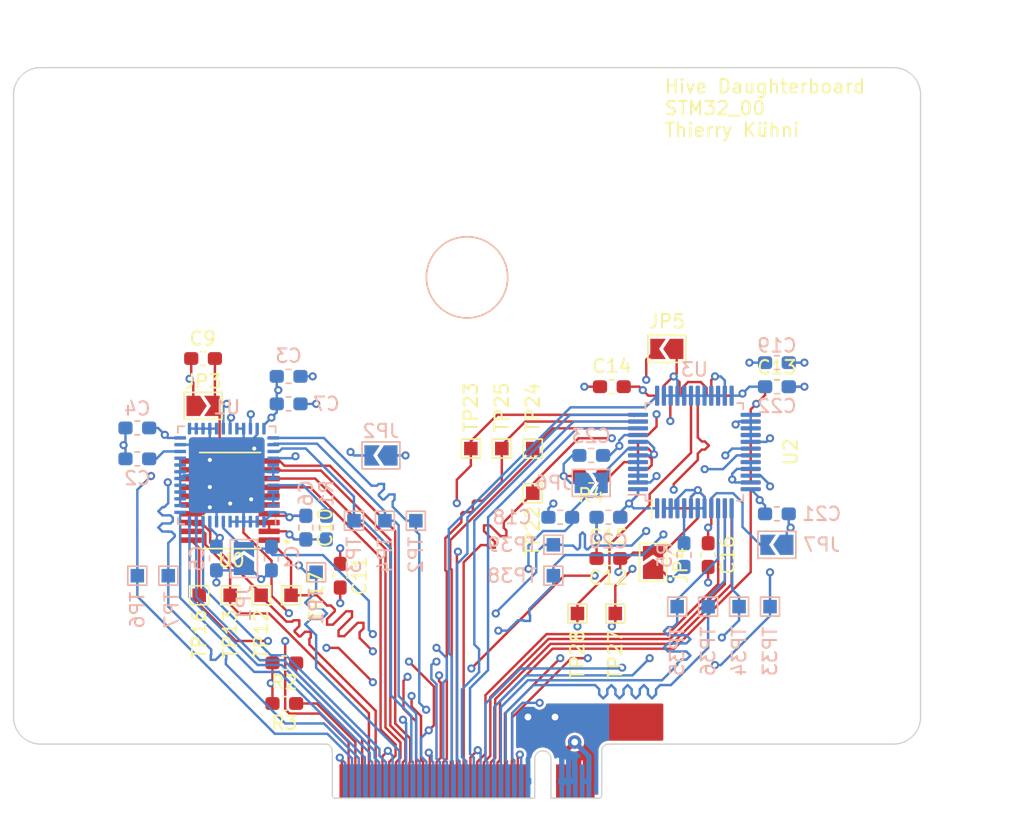
<source format=kicad_pcb>
(kicad_pcb (version 20171130) (host pcbnew "(5.1.5)-3")
  (title_block (title "Daughterboard STM32_00") (date 2021-11-13) (rev 0) (company probe-rs))
  (layers (0 F.Cu signal) (1 GND.Cu signal) (2 PWR_SIG.Cu signal) (31 B.Cu signal) (34 B.Paste user) (35 F.Paste user) (36 B.SilkS user) (37 F.SilkS user) (38 B.Mask user) (39 F.Mask user) (44 Edge.Cuts user))
  (net 0 "")
  (net 1 GND)
  (net 2 "/Target 2/UART_RxD2")
  (net 3 "/Target 2/UART_TxD2")
  (net 4 "/Target 2/GPIO2.3")
  (net 5 "/Target 2/GPIO2.2")
  (net 6 "/Target 2/GPIO2.1")
  (net 7 "/Target 2/GPIO2.0")
  (net 8 "/Target 2/TMS|SWDIO_2")
  (net 9 "/Target 2/TCK|SWDCLK_2")
  (net 10 "/Target 2/TDO|SWO_2")
  (net 11 "/Target 2/TDI|NC_2")
  (net 12 "/Target 2/RST_2")
  (net 13 "/Target 3/RST_3")
  (net 14 "/Target 3/TDI|NC_3")
  (net 15 "/Target 3/TDO|SWO_3")
  (net 16 "/Target 3/TCK|SWDCLK_3")
  (net 17 "/Target 3/TMS|SWDIO_3")
  (net 18 "/Target 3/GPIO3.0")
  (net 19 "/Target 3/GPIO3.1")
  (net 20 "/Target 3/GPIO3.2")
  (net 21 "/Target 3/GPIO3.3")
  (net 22 "/Target 3/UART_TxD3")
  (net 23 "/Target 3/UART_RxD3")
  (net 24 "/Target 1/GPIO1.2")
  (net 25 "/Target 1/GPIO1.1")
  (net 26 "/Target 1/TMS|SWDIO_1")
  (net 27 "/Target 1/TCK|SWDCLK_1")
  (net 28 "/Target 1/TDO|SWO_1")
  (net 29 "/Target 1/TDI|NC_1")
  (net 30 "/Target 1/RST_1")
  (net 31 "/Target 1/GPIO1.0")
  (net 32 "/Target 0/TCK|SWDCLK_0")
  (net 33 "/Target 0/TMS|SWDIO_0")
  (net 34 "/Target 0/GPIO0.1")
  (net 35 "/Target 0/GPIO0.2")
  (net 36 "/Target 0/GPIO0.3")
  (net 37 "/Target 0/UART_TxD0")
  (net 38 "/Target 0/UART_RxD0")
  (net 39 "/Target 0/GPIO0.0")
  (net 40 "/Target 0/TDO|SWO_0")
  (net 41 "/Target 0/TDI|NC_0")
  (net 42 "/Target 0/RST_0")
  (net 43 +3V3)
  (net 44 +5V)
  (net 45 "/Target 1/GPIO1.3")
  (net 46 "/Target 1/UART_TxD1")
  (net 47 "/Target 1/UART_RxD1")
  (net 48 "Net-(C2-Pad2)")
  (net 49 "Net-(JP2-Pad2)")
  (net 50 "Net-(JP5-Pad2)")
  (net 51 "Net-(JP7-Pad2)")
  (net 52 "Net-(R1-Pad1)")
  (net 53 "Net-(R4-Pad1)")
  (net 54 "Net-(R5-Pad1)")
  (net 55 "Net-(U2-Pad1)")
  (module Capacitor_SMD:C_0603_1608Metric_Pad1.05x0.95mm_HandSolder (layer F.Cu) (at 139.13 114.554 270)
    (fp_text reference C11 (at 0 -1.43 90) (layer F.SilkS))
    (fp_text value 4.7u)
    (pad 2 smd roundrect (at 0.875 0 270) (size 1.05 0.95) (layers F.Cu F.Paste F.Mask) (net 1 GND))
    (pad 1 smd roundrect (at -0.875 0 270) (size 1.05 0.95) (layers F.Cu F.Paste F.Mask) (net 43 +3V3))
  )
  (module Package_QFP:LQFP-48_7x7mm_P0.5mm (layer B.Cu) (at 165.292 105.41)
    (fp_text reference U3 (at 0 -6.096 180) (layer B.SilkS) (effects (justify mirror)))
    (fp_text value STM32F103C8Tx)
    (pad 48 smd roundrect (at -2.75 4.1625) (size 0.3 1.475) (layers B.Cu B.Paste B.Mask) (net 43 +3V3))
    (pad 47 smd roundrect (at -2.25 4.1625) (size 0.3 1.475) (layers B.Cu B.Paste B.Mask) (net 1 GND))
    (pad 46 smd roundrect (at -1.75 4.1625) (size 0.3 1.475) (layers B.Cu B.Paste B.Mask) (net 1 GND))
    (pad 45 smd roundrect (at -1.25 4.1625) (size 0.3 1.475) (layers B.Cu B.Paste B.Mask) (net 1 GND))
    (pad 44 smd roundrect (at -0.75 4.1625) (size 0.3 1.475) (layers B.Cu B.Paste B.Mask) (net 54 "Net-(R5-Pad1)"))
    (pad 43 smd roundrect (at -0.25 4.1625) (size 0.3 1.475) (layers B.Cu B.Paste B.Mask) (net 1 GND))
    (pad 42 smd roundrect (at 0.25 4.1625) (size 0.3 1.475) (layers B.Cu B.Paste B.Mask) (net 1 GND))
    (pad 41 smd roundrect (at 0.75 4.1625) (size 0.3 1.475) (layers B.Cu B.Paste B.Mask) (net 1 GND))
    (pad 40 smd roundrect (at 1.25 4.1625) (size 0.3 1.475) (layers B.Cu B.Paste B.Mask) (net 51 "Net-(JP7-Pad2)"))
    (pad 39 smd roundrect (at 1.75 4.1625) (size 0.3 1.475) (layers B.Cu B.Paste B.Mask) (net 15 "/Target 3/TDO|SWO_3"))
    (pad 38 smd roundrect (at 2.25 4.1625) (size 0.3 1.475) (layers B.Cu B.Paste B.Mask) (net 14 "/Target 3/TDI|NC_3"))
    (pad 37 smd roundrect (at 2.75 4.1625) (size 0.3 1.475) (layers B.Cu B.Paste B.Mask) (net 16 "/Target 3/TCK|SWDCLK_3"))
    (pad 36 smd roundrect (at 4.1625 2.75) (size 1.475 0.3) (layers B.Cu B.Paste B.Mask) (net 43 +3V3))
    (pad 35 smd roundrect (at 4.1625 2.25) (size 1.475 0.3) (layers B.Cu B.Paste B.Mask) (net 1 GND))
    (pad 34 smd roundrect (at 4.1625 1.75) (size 1.475 0.3) (layers B.Cu B.Paste B.Mask) (net 17 "/Target 3/TMS|SWDIO_3"))
    (pad 33 smd roundrect (at 4.1625 1.25) (size 1.475 0.3) (layers B.Cu B.Paste B.Mask) (net 1 GND))
    (pad 32 smd roundrect (at 4.1625 0.75) (size 1.475 0.3) (layers B.Cu B.Paste B.Mask) (net 1 GND))
    (pad 31 smd roundrect (at 4.1625 0.25) (size 1.475 0.3) (layers B.Cu B.Paste B.Mask) (net 22 "/Target 3/UART_TxD3"))
    (pad 30 smd roundrect (at 4.1625 -0.25) (size 1.475 0.3) (layers B.Cu B.Paste B.Mask) (net 23 "/Target 3/UART_RxD3"))
    (pad 29 smd roundrect (at 4.1625 -0.75) (size 1.475 0.3) (layers B.Cu B.Paste B.Mask) (net 1 GND))
    (pad 28 smd roundrect (at 4.1625 -1.25) (size 1.475 0.3) (layers B.Cu B.Paste B.Mask) (net 1 GND))
    (pad 27 smd roundrect (at 4.1625 -1.75) (size 1.475 0.3) (layers B.Cu B.Paste B.Mask) (net 1 GND))
    (pad 26 smd roundrect (at 4.1625 -2.25) (size 1.475 0.3) (layers B.Cu B.Paste B.Mask) (net 1 GND))
    (pad 25 smd roundrect (at 4.1625 -2.75) (size 1.475 0.3) (layers B.Cu B.Paste B.Mask) (net 1 GND))
    (pad 24 smd roundrect (at 2.75 -4.1625) (size 0.3 1.475) (layers B.Cu B.Paste B.Mask) (net 43 +3V3))
    (pad 23 smd roundrect (at 2.25 -4.1625) (size 0.3 1.475) (layers B.Cu B.Paste B.Mask) (net 1 GND))
    (pad 22 smd roundrect (at 1.75 -4.1625) (size 0.3 1.475) (layers B.Cu B.Paste B.Mask) (net 1 GND))
    (pad 21 smd roundrect (at 1.25 -4.1625) (size 0.3 1.475) (layers B.Cu B.Paste B.Mask) (net 1 GND))
    (pad 20 smd roundrect (at 0.75 -4.1625) (size 0.3 1.475) (layers B.Cu B.Paste B.Mask) (net 1 GND))
    (pad 19 smd roundrect (at 0.25 -4.1625) (size 0.3 1.475) (layers B.Cu B.Paste B.Mask) (net 1 GND))
    (pad 18 smd roundrect (at -0.25 -4.1625) (size 0.3 1.475) (layers B.Cu B.Paste B.Mask) (net 1 GND))
    (pad 17 smd roundrect (at -0.75 -4.1625) (size 0.3 1.475) (layers B.Cu B.Paste B.Mask) (net 1 GND))
    (pad 16 smd roundrect (at -1.25 -4.1625) (size 0.3 1.475) (layers B.Cu B.Paste B.Mask) (net 1 GND))
    (pad 15 smd roundrect (at -1.75 -4.1625) (size 0.3 1.475) (layers B.Cu B.Paste B.Mask) (net 1 GND))
    (pad 14 smd roundrect (at -2.25 -4.1625) (size 0.3 1.475) (layers B.Cu B.Paste B.Mask) (net 1 GND))
    (pad 13 smd roundrect (at -2.75 -4.1625) (size 0.3 1.475) (layers B.Cu B.Paste B.Mask) (net 21 "/Target 3/GPIO3.3"))
    (pad 12 smd roundrect (at -4.1625 -2.75) (size 1.475 0.3) (layers B.Cu B.Paste B.Mask) (net 20 "/Target 3/GPIO3.2"))
    (pad 11 smd roundrect (at -4.1625 -2.25) (size 1.475 0.3) (layers B.Cu B.Paste B.Mask) (net 19 "/Target 3/GPIO3.1"))
    (pad 10 smd roundrect (at -4.1625 -1.75) (size 1.475 0.3) (layers B.Cu B.Paste B.Mask) (net 18 "/Target 3/GPIO3.0"))
    (pad 9 smd roundrect (at -4.1625 -1.25) (size 1.475 0.3) (layers B.Cu B.Paste B.Mask) (net 43 +3V3))
    (pad 8 smd roundrect (at -4.1625 -0.75) (size 1.475 0.3) (layers B.Cu B.Paste B.Mask) (net 1 GND))
    (pad 7 smd roundrect (at -4.1625 -0.25) (size 1.475 0.3) (layers B.Cu B.Paste B.Mask) (net 13 "/Target 3/RST_3"))
    (pad 6 smd roundrect (at -4.1625 0.25) (size 1.475 0.3) (layers B.Cu B.Paste B.Mask) (net 1 GND))
    (pad 5 smd roundrect (at -4.1625 0.75) (size 1.475 0.3) (layers B.Cu B.Paste B.Mask) (net 1 GND))
    (pad 4 smd roundrect (at -4.1625 1.25) (size 1.475 0.3) (layers B.Cu B.Paste B.Mask) (net 1 GND))
    (pad 3 smd roundrect (at -4.1625 1.75) (size 1.475 0.3) (layers B.Cu B.Paste B.Mask) (net 1 GND))
    (pad 2 smd roundrect (at -4.1625 2.25) (size 1.475 0.3) (layers B.Cu B.Paste B.Mask) (net 1 GND))
    (pad 1 smd roundrect (at -4.1625 2.75) (size 1.475 0.3) (layers B.Cu B.Paste B.Mask) (net 43 +3V3))
  )
  (module Package_QFP:LQFP-48_7x7mm_P0.5mm (layer F.Cu) (at 165.292 105.41 90)
    (fp_text reference U2 (at 0 7.112 90) (layer F.SilkS))
    (fp_text value STM32L151C8TxA)
    (pad 48 smd roundrect (at -2.75 -4.1625 90) (size 0.3 1.475) (layers F.Cu F.Paste F.Mask) (net 43 +3V3))
    (pad 47 smd roundrect (at -2.25 -4.1625 90) (size 0.3 1.475) (layers F.Cu F.Paste F.Mask) (net 1 GND))
    (pad 46 smd roundrect (at -1.75 -4.1625 90) (size 0.3 1.475) (layers F.Cu F.Paste F.Mask) (net 1 GND))
    (pad 45 smd roundrect (at -1.25 -4.1625 90) (size 0.3 1.475) (layers F.Cu F.Paste F.Mask) (net 1 GND))
    (pad 44 smd roundrect (at -0.75 -4.1625 90) (size 0.3 1.475) (layers F.Cu F.Paste F.Mask) (net 53 "Net-(R4-Pad1)"))
    (pad 43 smd roundrect (at -0.25 -4.1625 90) (size 0.3 1.475) (layers F.Cu F.Paste F.Mask) (net 1 GND))
    (pad 42 smd roundrect (at 0.25 -4.1625 90) (size 0.3 1.475) (layers F.Cu F.Paste F.Mask) (net 1 GND))
    (pad 41 smd roundrect (at 0.75 -4.1625 90) (size 0.3 1.475) (layers F.Cu F.Paste F.Mask) (net 1 GND))
    (pad 40 smd roundrect (at 1.25 -4.1625 90) (size 0.3 1.475) (layers F.Cu F.Paste F.Mask) (net 50 "Net-(JP5-Pad2)"))
    (pad 39 smd roundrect (at 1.75 -4.1625 90) (size 0.3 1.475) (layers F.Cu F.Paste F.Mask) (net 10 "/Target 2/TDO|SWO_2"))
    (pad 38 smd roundrect (at 2.25 -4.1625 90) (size 0.3 1.475) (layers F.Cu F.Paste F.Mask) (net 11 "/Target 2/TDI|NC_2"))
    (pad 37 smd roundrect (at 2.75 -4.1625 90) (size 0.3 1.475) (layers F.Cu F.Paste F.Mask) (net 9 "/Target 2/TCK|SWDCLK_2"))
    (pad 36 smd roundrect (at 4.1625 -2.75 90) (size 1.475 0.3) (layers F.Cu F.Paste F.Mask) (net 43 +3V3))
    (pad 35 smd roundrect (at 4.1625 -2.25 90) (size 1.475 0.3) (layers F.Cu F.Paste F.Mask) (net 1 GND))
    (pad 34 smd roundrect (at 4.1625 -1.75 90) (size 1.475 0.3) (layers F.Cu F.Paste F.Mask) (net 8 "/Target 2/TMS|SWDIO_2"))
    (pad 33 smd roundrect (at 4.1625 -1.25 90) (size 1.475 0.3) (layers F.Cu F.Paste F.Mask) (net 1 GND))
    (pad 32 smd roundrect (at 4.1625 -0.75 90) (size 1.475 0.3) (layers F.Cu F.Paste F.Mask) (net 1 GND))
    (pad 31 smd roundrect (at 4.1625 -0.25 90) (size 1.475 0.3) (layers F.Cu F.Paste F.Mask) (net 3 "/Target 2/UART_TxD2"))
    (pad 30 smd roundrect (at 4.1625 0.25 90) (size 1.475 0.3) (layers F.Cu F.Paste F.Mask) (net 2 "/Target 2/UART_RxD2"))
    (pad 29 smd roundrect (at 4.1625 0.75 90) (size 1.475 0.3) (layers F.Cu F.Paste F.Mask) (net 1 GND))
    (pad 28 smd roundrect (at 4.1625 1.25 90) (size 1.475 0.3) (layers F.Cu F.Paste F.Mask) (net 1 GND))
    (pad 27 smd roundrect (at 4.1625 1.75 90) (size 1.475 0.3) (layers F.Cu F.Paste F.Mask) (net 1 GND))
    (pad 26 smd roundrect (at 4.1625 2.25 90) (size 1.475 0.3) (layers F.Cu F.Paste F.Mask) (net 1 GND))
    (pad 25 smd roundrect (at 4.1625 2.75 90) (size 1.475 0.3) (layers F.Cu F.Paste F.Mask) (net 1 GND))
    (pad 24 smd roundrect (at 2.75 4.1625 90) (size 0.3 1.475) (layers F.Cu F.Paste F.Mask) (net 43 +3V3))
    (pad 23 smd roundrect (at 2.25 4.1625 90) (size 0.3 1.475) (layers F.Cu F.Paste F.Mask) (net 1 GND))
    (pad 22 smd roundrect (at 1.75 4.1625 90) (size 0.3 1.475) (layers F.Cu F.Paste F.Mask) (net 1 GND))
    (pad 21 smd roundrect (at 1.25 4.1625 90) (size 0.3 1.475) (layers F.Cu F.Paste F.Mask) (net 1 GND))
    (pad 20 smd roundrect (at 0.75 4.1625 90) (size 0.3 1.475) (layers F.Cu F.Paste F.Mask) (net 1 GND))
    (pad 19 smd roundrect (at 0.25 4.1625 90) (size 0.3 1.475) (layers F.Cu F.Paste F.Mask) (net 1 GND))
    (pad 18 smd roundrect (at -0.25 4.1625 90) (size 0.3 1.475) (layers F.Cu F.Paste F.Mask) (net 1 GND))
    (pad 17 smd roundrect (at -0.75 4.1625 90) (size 0.3 1.475) (layers F.Cu F.Paste F.Mask) (net 1 GND))
    (pad 16 smd roundrect (at -1.25 4.1625 90) (size 0.3 1.475) (layers F.Cu F.Paste F.Mask) (net 1 GND))
    (pad 15 smd roundrect (at -1.75 4.1625 90) (size 0.3 1.475) (layers F.Cu F.Paste F.Mask) (net 1 GND))
    (pad 14 smd roundrect (at -2.25 4.1625 90) (size 0.3 1.475) (layers F.Cu F.Paste F.Mask) (net 1 GND))
    (pad 13 smd roundrect (at -2.75 4.1625 90) (size 0.3 1.475) (layers F.Cu F.Paste F.Mask) (net 4 "/Target 2/GPIO2.3"))
    (pad 12 smd roundrect (at -4.1625 2.75 90) (size 1.475 0.3) (layers F.Cu F.Paste F.Mask) (net 5 "/Target 2/GPIO2.2"))
    (pad 11 smd roundrect (at -4.1625 2.25 90) (size 1.475 0.3) (layers F.Cu F.Paste F.Mask) (net 6 "/Target 2/GPIO2.1"))
    (pad 10 smd roundrect (at -4.1625 1.75 90) (size 1.475 0.3) (layers F.Cu F.Paste F.Mask) (net 7 "/Target 2/GPIO2.0"))
    (pad 9 smd roundrect (at -4.1625 1.25 90) (size 1.475 0.3) (layers F.Cu F.Paste F.Mask) (net 43 +3V3))
    (pad 8 smd roundrect (at -4.1625 0.75 90) (size 1.475 0.3) (layers F.Cu F.Paste F.Mask) (net 1 GND))
    (pad 7 smd roundrect (at -4.1625 0.25 90) (size 1.475 0.3) (layers F.Cu F.Paste F.Mask) (net 12 "/Target 2/RST_2"))
    (pad 6 smd roundrect (at -4.1625 -0.25 90) (size 1.475 0.3) (layers F.Cu F.Paste F.Mask) (net 1 GND))
    (pad 5 smd roundrect (at -4.1625 -0.75 90) (size 1.475 0.3) (layers F.Cu F.Paste F.Mask) (net 1 GND))
    (pad 4 smd roundrect (at -4.1625 -1.25 90) (size 1.475 0.3) (layers F.Cu F.Paste F.Mask) (net 1 GND))
    (pad 3 smd roundrect (at -4.1625 -1.75 90) (size 1.475 0.3) (layers F.Cu F.Paste F.Mask) (net 1 GND))
    (pad 2 smd roundrect (at -4.1625 -2.25 90) (size 1.475 0.3) (layers F.Cu F.Paste F.Mask) (net 1 GND))
    (pad 1 smd roundrect (at -4.1625 -2.75 90) (size 1.475 0.3) (layers F.Cu F.Paste F.Mask) (net 55 "Net-(U2-Pad1)"))
  )
  (module Package_DFN_QFN:QFN-48-1EP_7x7mm_P0.5mm_EP5.6x5.6mm (layer B.Cu) (at 130.748 107.12 90)
    (fp_text reference U1 (at 5.012 0 180) (layer B.SilkS) (effects (justify mirror)))
    (fp_text value STM32F401CCUx)
    (pad 48 smd roundrect (at -2.75 3.4375 90) (size 0.25 0.875) (layers B.Cu B.Paste B.Mask) (net 43 +3V3))
    (pad 47 smd roundrect (at -2.25 3.4375 90) (size 0.25 0.875) (layers B.Cu B.Paste B.Mask) (net 1 GND))
    (pad 46 smd roundrect (at -1.75 3.4375 90) (size 0.25 0.875) (layers B.Cu B.Paste B.Mask) (net 1 GND))
    (pad 45 smd roundrect (at -1.25 3.4375 90) (size 0.25 0.875) (layers B.Cu B.Paste B.Mask) (net 1 GND))
    (pad 44 smd roundrect (at -0.75 3.4375 90) (size 0.25 0.875) (layers B.Cu B.Paste B.Mask) (net 52 "Net-(R1-Pad1)"))
    (pad 43 smd roundrect (at -0.25 3.4375 90) (size 0.25 0.875) (layers B.Cu B.Paste B.Mask) (net 1 GND))
    (pad 42 smd roundrect (at 0.25 3.4375 90) (size 0.25 0.875) (layers B.Cu B.Paste B.Mask) (net 1 GND))
    (pad 41 smd roundrect (at 0.75 3.4375 90) (size 0.25 0.875) (layers B.Cu B.Paste B.Mask) (net 1 GND))
    (pad 40 smd roundrect (at 1.25 3.4375 90) (size 0.25 0.875) (layers B.Cu B.Paste B.Mask) (net 49 "Net-(JP2-Pad2)"))
    (pad 39 smd roundrect (at 1.75 3.4375 90) (size 0.25 0.875) (layers B.Cu B.Paste B.Mask) (net 28 "/Target 1/TDO|SWO_1"))
    (pad 38 smd roundrect (at 2.25 3.4375 90) (size 0.25 0.875) (layers B.Cu B.Paste B.Mask) (net 29 "/Target 1/TDI|NC_1"))
    (pad 37 smd roundrect (at 2.75 3.4375 90) (size 0.25 0.875) (layers B.Cu B.Paste B.Mask) (net 27 "/Target 1/TCK|SWDCLK_1"))
    (pad 36 smd roundrect (at 3.4375 2.75 90) (size 0.875 0.25) (layers B.Cu B.Paste B.Mask) (net 43 +3V3))
    (pad 35 smd roundrect (at 3.4375 2.25 90) (size 0.875 0.25) (layers B.Cu B.Paste B.Mask) (net 1 GND))
    (pad 34 smd roundrect (at 3.4375 1.75 90) (size 0.875 0.25) (layers B.Cu B.Paste B.Mask) (net 26 "/Target 1/TMS|SWDIO_1"))
    (pad 33 smd roundrect (at 3.4375 1.25 90) (size 0.875 0.25) (layers B.Cu B.Paste B.Mask) (net 1 GND))
    (pad 32 smd roundrect (at 3.4375 0.75 90) (size 0.875 0.25) (layers B.Cu B.Paste B.Mask) (net 1 GND))
    (pad 31 smd roundrect (at 3.4375 0.25 90) (size 0.875 0.25) (layers B.Cu B.Paste B.Mask) (net 46 "/Target 1/UART_TxD1"))
    (pad 30 smd roundrect (at 3.4375 -0.25 90) (size 0.875 0.25) (layers B.Cu B.Paste B.Mask) (net 47 "/Target 1/UART_RxD1"))
    (pad 29 smd roundrect (at 3.4375 -0.75 90) (size 0.875 0.25) (layers B.Cu B.Paste B.Mask) (net 1 GND))
    (pad 28 smd roundrect (at 3.4375 -1.25 90) (size 0.875 0.25) (layers B.Cu B.Paste B.Mask) (net 1 GND))
    (pad 27 smd roundrect (at 3.4375 -1.75 90) (size 0.875 0.25) (layers B.Cu B.Paste B.Mask) (net 1 GND))
    (pad 26 smd roundrect (at 3.4375 -2.25 90) (size 0.875 0.25) (layers B.Cu B.Paste B.Mask) (net 1 GND))
    (pad 25 smd roundrect (at 3.4375 -2.75 90) (size 0.875 0.25) (layers B.Cu B.Paste B.Mask) (net 1 GND))
    (pad 24 smd roundrect (at 2.75 -3.4375 90) (size 0.25 0.875) (layers B.Cu B.Paste B.Mask) (net 43 +3V3))
    (pad 23 smd roundrect (at 2.25 -3.4375 90) (size 0.25 0.875) (layers B.Cu B.Paste B.Mask) (net 1 GND))
    (pad 22 smd roundrect (at 1.75 -3.4375 90) (size 0.25 0.875) (layers B.Cu B.Paste B.Mask) (net 48 "Net-(C2-Pad2)"))
    (pad 21 smd roundrect (at 1.25 -3.4375 90) (size 0.25 0.875) (layers B.Cu B.Paste B.Mask) (net 1 GND))
    (pad 20 smd roundrect (at 0.75 -3.4375 90) (size 0.25 0.875) (layers B.Cu B.Paste B.Mask) (net 1 GND))
    (pad 19 smd roundrect (at 0.25 -3.4375 90) (size 0.25 0.875) (layers B.Cu B.Paste B.Mask) (net 1 GND))
    (pad 18 smd roundrect (at -0.25 -3.4375 90) (size 0.25 0.875) (layers B.Cu B.Paste B.Mask) (net 1 GND))
    (pad 17 smd roundrect (at -0.75 -3.4375 90) (size 0.25 0.875) (layers B.Cu B.Paste B.Mask) (net 1 GND))
    (pad 16 smd roundrect (at -1.25 -3.4375 90) (size 0.25 0.875) (layers B.Cu B.Paste B.Mask) (net 1 GND))
    (pad 15 smd roundrect (at -1.75 -3.4375 90) (size 0.25 0.875) (layers B.Cu B.Paste B.Mask) (net 1 GND))
    (pad 14 smd roundrect (at -2.25 -3.4375 90) (size 0.25 0.875) (layers B.Cu B.Paste B.Mask) (net 1 GND))
    (pad 13 smd roundrect (at -2.75 -3.4375 90) (size 0.25 0.875) (layers B.Cu B.Paste B.Mask) (net 45 "/Target 1/GPIO1.3"))
    (pad 12 smd roundrect (at -3.4375 -2.75 90) (size 0.875 0.25) (layers B.Cu B.Paste B.Mask) (net 24 "/Target 1/GPIO1.2"))
    (pad 11 smd roundrect (at -3.4375 -2.25 90) (size 0.875 0.25) (layers B.Cu B.Paste B.Mask) (net 25 "/Target 1/GPIO1.1"))
    (pad 10 smd roundrect (at -3.4375 -1.75 90) (size 0.875 0.25) (layers B.Cu B.Paste B.Mask) (net 31 "/Target 1/GPIO1.0"))
    (pad 9 smd roundrect (at -3.4375 -1.25 90) (size 0.875 0.25) (layers B.Cu B.Paste B.Mask) (net 43 +3V3))
    (pad 8 smd roundrect (at -3.4375 -0.75 90) (size 0.875 0.25) (layers B.Cu B.Paste B.Mask) (net 1 GND))
    (pad 7 smd roundrect (at -3.4375 -0.25 90) (size 0.875 0.25) (layers B.Cu B.Paste B.Mask) (net 30 "/Target 1/RST_1"))
    (pad 6 smd roundrect (at -3.4375 0.25 90) (size 0.875 0.25) (layers B.Cu B.Paste B.Mask) (net 1 GND))
    (pad 5 smd roundrect (at -3.4375 0.75 90) (size 0.875 0.25) (layers B.Cu B.Paste B.Mask) (net 1 GND))
    (pad 4 smd roundrect (at -3.4375 1.25 90) (size 0.875 0.25) (layers B.Cu B.Paste B.Mask) (net 1 GND))
    (pad 3 smd roundrect (at -3.4375 1.75 90) (size 0.875 0.25) (layers B.Cu B.Paste B.Mask) (net 1 GND))
    (pad 2 smd roundrect (at -3.4375 2.25 90) (size 0.875 0.25) (layers B.Cu B.Paste B.Mask) (net 1 GND))
    (pad 1 smd roundrect (at -3.4375 2.75 90) (size 0.875 0.25) (layers B.Cu B.Paste B.Mask) (net 43 +3V3))
    (pad 49 smd roundrect (at 0 0 90) (size 5.6 5.6) (layers B.Cu B.Mask) (roundrect_rratio 0.044643) (net 1 GND))
  )
  (module hive_daughterboard:SOP65P640X120-20N (layer F.Cu) (at 131 109 180)
    (fp_text reference U0 (at -0.085 -4.41) (layer F.SilkS))
    (fp_text value STM32G031F4P6)
    (pad 20 smd roundrect (at 2.88 -2.925 180) (size 1.56 0.41) (layers F.Cu F.Paste F.Mask) (roundrect_rratio 0.1) (net 38 "/Target 0/UART_RxD0"))
    (pad 19 smd roundrect (at 2.88 -2.275 180) (size 1.56 0.41) (layers F.Cu F.Paste F.Mask) (roundrect_rratio 0.1) (net 32 "/Target 0/TCK|SWDCLK_0"))
    (pad 18 smd roundrect (at 2.88 -1.625 180) (size 1.56 0.41) (layers F.Cu F.Paste F.Mask) (roundrect_rratio 0.1) (net 33 "/Target 0/TMS|SWDIO_0"))
    (pad 17 smd roundrect (at 2.88 -0.975 180) (size 1.56 0.41) (layers F.Cu F.Paste F.Mask) (roundrect_rratio 0.1) (net 1 GND))
    (pad 10 smd roundrect (at -2.88 2.925 180) (size 1.56 0.41) (layers F.Cu F.Paste F.Mask) (roundrect_rratio 0.1) (net 36 "/Target 0/GPIO0.3"))
    (pad 9 smd roundrect (at -2.88 2.275 180) (size 1.56 0.41) (layers F.Cu F.Paste F.Mask) (roundrect_rratio 0.1) (net 35 "/Target 0/GPIO0.2"))
    (pad 16 smd roundrect (at 2.88 -0.325 180) (size 1.56 0.41) (layers F.Cu F.Paste F.Mask) (roundrect_rratio 0.1) (net 1 GND))
    (pad 15 smd roundrect (at 2.88 0.325 180) (size 1.56 0.41) (layers F.Cu F.Paste F.Mask) (roundrect_rratio 0.1) (net 1 GND))
    (pad 14 smd roundrect (at 2.88 0.975 180) (size 1.56 0.41) (layers F.Cu F.Paste F.Mask) (roundrect_rratio 0.1) (net 1 GND))
    (pad 13 smd roundrect (at 2.88 1.625 180) (size 1.56 0.41) (layers F.Cu F.Paste F.Mask) (roundrect_rratio 0.1) (net 1 GND))
    (pad 12 smd roundrect (at 2.88 2.275 180) (size 1.56 0.41) (layers F.Cu F.Paste F.Mask) (roundrect_rratio 0.1) (net 1 GND))
    (pad 11 smd roundrect (at 2.88 2.925 180) (size 1.56 0.41) (layers F.Cu F.Paste F.Mask) (roundrect_rratio 0.1) (net 1 GND))
    (pad 8 smd roundrect (at -2.88 1.625 180) (size 1.56 0.41) (layers F.Cu F.Paste F.Mask) (roundrect_rratio 0.1) (net 34 "/Target 0/GPIO0.1"))
    (pad 7 smd roundrect (at -2.88 0.975 180) (size 1.56 0.41) (layers F.Cu F.Paste F.Mask) (roundrect_rratio 0.1) (net 39 "/Target 0/GPIO0.0"))
    (pad 6 smd roundrect (at -2.88 0.325 180) (size 1.56 0.41) (layers F.Cu F.Paste F.Mask) (roundrect_rratio 0.1) (net 42 "/Target 0/RST_0"))
    (pad 5 smd roundrect (at -2.88 -0.325 180) (size 1.56 0.41) (layers F.Cu F.Paste F.Mask) (roundrect_rratio 0.1) (net 1 GND))
    (pad 4 smd roundrect (at -2.88 -0.975 180) (size 1.56 0.41) (layers F.Cu F.Paste F.Mask) (roundrect_rratio 0.1) (net 43 +3V3))
    (pad 3 smd roundrect (at -2.88 -1.625 180) (size 1.56 0.41) (layers F.Cu F.Paste F.Mask) (roundrect_rratio 0.1) (net 1 GND))
    (pad 2 smd roundrect (at -2.88 -2.275 180) (size 1.56 0.41) (layers F.Cu F.Paste F.Mask) (roundrect_rratio 0.1) (net 1 GND))
    (pad 1 smd roundrect (at -2.88 -2.925 180) (size 1.56 0.41) (layers F.Cu F.Paste F.Mask) (roundrect_rratio 0.1) (net 37 "/Target 0/UART_TxD0"))
  )
  (module TestPoint:TestPoint_Pad_1.0x1.0mm (layer B.Cu) (at 154.878 112.268)
    (fp_text reference TP39 (at -3.048 0) (layer B.SilkS) (effects (justify mirror)))
    (fp_text value USART1_RX)
    (pad 1 smd rect (at 0 0) (size 1 1) (layers B.Cu B.Mask) (net 22 "/Target 3/UART_TxD3"))
  )
  (module TestPoint:TestPoint_Pad_1.0x1.0mm (layer B.Cu) (at 154.878 114.554)
    (fp_text reference TP38 (at -3.048 0) (layer B.SilkS) (effects (justify mirror)))
    (fp_text value USART1_TX)
    (pad 1 smd rect (at 0 0) (size 1 1) (layers B.Cu B.Mask) (net 23 "/Target 3/UART_RxD3"))
  )
  (module TestPoint:TestPoint_Pad_1.0x1.0mm (layer B.Cu) (at 166.308 116.84)
    (fp_text reference TP36 (at 0 3.302 90) (layer B.SilkS) (effects (justify mirror)))
    (fp_text value JTDI)
    (pad 1 smd rect (at 0 0) (size 1 1) (layers B.Cu B.Mask) (net 14 "/Target 3/TDI|NC_3"))
  )
  (module TestPoint:TestPoint_Pad_1.0x1.0mm (layer B.Cu) (at 164.022 116.84)
    (fp_text reference TP35 (at 0 3.302 90) (layer B.SilkS) (effects (justify mirror)))
    (fp_text value JTDO-SWO)
    (pad 1 smd rect (at 0 0) (size 1 1) (layers B.Cu B.Mask) (net 15 "/Target 3/TDO|SWO_3"))
  )
  (module TestPoint:TestPoint_Pad_1.0x1.0mm (layer B.Cu) (at 168.594 116.84)
    (fp_text reference TP34 (at 0 3.302 90) (layer B.SilkS) (effects (justify mirror)))
    (fp_text value JTCK-SWCLK)
    (pad 1 smd rect (at 0 0) (size 1 1) (layers B.Cu B.Mask) (net 16 "/Target 3/TCK|SWDCLK_3"))
  )
  (module TestPoint:TestPoint_Pad_1.0x1.0mm (layer B.Cu) (at 170.88 116.84)
    (fp_text reference TP33 (at 0 3.302 90) (layer B.SilkS) (effects (justify mirror)))
    (fp_text value JTMS-SWDIO)
    (pad 1 smd rect (at 0 0) (size 1 1) (layers B.Cu B.Mask) (net 17 "/Target 3/TMS|SWDIO_3"))
  )
  (module TestPoint:TestPoint_Pad_1.0x1.0mm (layer F.Cu) (at 156.656 117.348)
    (fp_text reference TP28 (at 0 3.048 90) (layer F.SilkS))
    (fp_text value USART1_RX)
    (pad 1 smd rect (at 0 0) (size 1 1) (layers F.Cu F.Mask) (net 3 "/Target 2/UART_TxD2"))
  )
  (module TestPoint:TestPoint_Pad_1.0x1.0mm (layer F.Cu) (at 159.45 117.348)
    (fp_text reference TP27 (at 0 3.048 90) (layer F.SilkS))
    (fp_text value USART1_TX)
    (pad 1 smd rect (at 0 0) (size 1 1) (layers F.Cu F.Mask) (net 2 "/Target 2/UART_RxD2"))
  )
  (module TestPoint:TestPoint_Pad_1.0x1.0mm (layer F.Cu) (at 151.068 105.156)
    (fp_text reference TP25 (at 0 -3.048 90) (layer F.SilkS))
    (fp_text value JTDI)
    (pad 1 smd rect (at 0 0) (size 1 1) (layers F.Cu F.Mask) (net 11 "/Target 2/TDI|NC_2"))
  )
  (module TestPoint:TestPoint_Pad_1.0x1.0mm (layer F.Cu) (at 153.354 105.156)
    (fp_text reference TP24 (at 0 -3.048 90) (layer F.SilkS))
    (fp_text value JTDO-SWO)
    (pad 1 smd rect (at 0 0) (size 1 1) (layers F.Cu F.Mask) (net 10 "/Target 2/TDO|SWO_2"))
  )
  (module TestPoint:TestPoint_Pad_1.0x1.0mm (layer F.Cu) (at 148.782 105.156)
    (fp_text reference TP23 (at 0 -3.048 90) (layer F.SilkS))
    (fp_text value JTCK-SWCLK)
    (pad 1 smd rect (at 0 0) (size 1 1) (layers F.Cu F.Mask) (net 9 "/Target 2/TCK|SWDCLK_2"))
  )
  (module TestPoint:TestPoint_Pad_1.0x1.0mm (layer F.Cu) (at 153.354 108.458)
    (fp_text reference TP22 (at 0 2.794 90) (layer F.SilkS))
    (fp_text value JTMS-SWDIO)
    (pad 1 smd rect (at 0 0) (size 1 1) (layers F.Cu F.Mask) (net 8 "/Target 2/TMS|SWDIO_2"))
  )
  (module TestPoint:TestPoint_Pad_1.0x1.0mm (layer F.Cu) (at 135.5 116)
    (fp_text reference TP17 (at 1.852 0.078 90) (layer F.SilkS))
    (fp_text value USART1_RX)
    (pad 1 smd rect (at 0 0) (size 1 1) (layers F.Cu F.Mask) (net 37 "/Target 0/UART_TxD0"))
  )
  (module TestPoint:TestPoint_Pad_1.0x1.0mm (layer F.Cu) (at 128.716 116)
    (fp_text reference TP16 (at 0 2.872 90) (layer F.SilkS))
    (fp_text value USART1_TX)
    (pad 1 smd rect (at 0 0) (size 1 1) (layers F.Cu F.Mask) (net 38 "/Target 0/UART_RxD0"))
  )
  (module TestPoint:TestPoint_Pad_1.0x1.0mm (layer F.Cu) (at 131.002 116)
    (fp_text reference TP13 (at 0 2.872 90) (layer F.SilkS))
    (fp_text value SWCLK)
    (pad 1 smd rect (at 0 0) (size 1 1) (layers F.Cu F.Mask) (net 32 "/Target 0/TCK|SWDCLK_0"))
  )
  (module TestPoint:TestPoint_Pad_1.0x1.0mm (layer F.Cu) (at 133.288 116)
    (fp_text reference TP12 (at 0 2.872 90) (layer F.SilkS))
    (fp_text value SWDIO)
    (pad 1 smd rect (at 0 0) (size 1 1) (layers F.Cu F.Mask) (net 33 "/Target 0/TMS|SWDIO_0"))
  )
  (module TestPoint:TestPoint_Pad_1.0x1.0mm (layer B.Cu) (at 126.43 114.554)
    (fp_text reference TP7 (at 0.254 2.54 90) (layer B.SilkS) (effects (justify mirror)))
    (fp_text value USART1_RX)
    (pad 1 smd rect (at 0 0) (size 1 1) (layers B.Cu B.Mask) (net 46 "/Target 1/UART_TxD1"))
  )
  (module TestPoint:TestPoint_Pad_1.0x1.0mm (layer B.Cu) (at 124.144 114.554)
    (fp_text reference TP6 (at 0 2.54 270) (layer B.SilkS) (effects (justify mirror)))
    (fp_text value USART1_TX)
    (pad 1 smd rect (at 0 0) (size 1 1) (layers B.Cu B.Mask) (net 47 "/Target 1/UART_RxD1"))
  )
  (module TestPoint:TestPoint_Pad_1.0x1.0mm (layer B.Cu) (at 142.432 110.49)
    (fp_text reference TP4 (at 0 2.54 90) (layer B.SilkS) (effects (justify mirror)))
    (fp_text value JTDI)
    (pad 1 smd rect (at 0 0) (size 1 1) (layers B.Cu B.Mask) (net 29 "/Target 1/TDI|NC_1"))
  )
  (module TestPoint:TestPoint_Pad_1.0x1.0mm (layer B.Cu) (at 140.146 110.49)
    (fp_text reference TP3 (at 0 2.54 90) (layer B.SilkS) (effects (justify mirror)))
    (fp_text value JTDO-SWO)
    (pad 1 smd rect (at 0 0) (size 1 1) (layers B.Cu B.Mask) (net 28 "/Target 1/TDO|SWO_1"))
  )
  (module TestPoint:TestPoint_Pad_1.0x1.0mm (layer B.Cu) (at 144.718 110.49)
    (fp_text reference TP2 (at 0 2.54 90) (layer B.SilkS) (effects (justify mirror)))
    (fp_text value JTCK-SWCLK)
    (pad 1 smd rect (at 0 0) (size 1 1) (layers B.Cu B.Mask) (net 27 "/Target 1/TCK|SWDCLK_1"))
  )
  (module TestPoint:TestPoint_Pad_1.0x1.0mm (layer B.Cu) (at 137.352 114.3)
    (fp_text reference TP1 (at 0 2.54 90) (layer B.SilkS) (effects (justify mirror)))
    (fp_text value JTMS-SWDIO)
    (pad 1 smd rect (at 0 0) (size 1 1) (layers B.Cu B.Mask) (net 26 "/Target 1/TMS|SWDIO_1"))
  )
  (module Resistor_SMD:R_0603_1608Metric_Pad1.05x0.95mm_HandSolder (layer B.Cu) (at 164.53 113.03 270)
    (fp_text reference R5 (at 0 1.43 90) (layer B.SilkS) (effects (justify mirror)))
    (fp_text value 100k)
    (pad 2 smd roundrect (at 0.875 0 270) (size 1.05 0.95) (layers B.Cu B.Paste B.Mask) (net 1 GND))
    (pad 1 smd roundrect (at -0.875 0 270) (size 1.05 0.95) (layers B.Cu B.Paste B.Mask) (net 54 "Net-(R5-Pad1)"))
  )
  (module Resistor_SMD:R_0603_1608Metric_Pad1.05x0.95mm_HandSolder (layer F.Cu) (at 157.672 107.188 180)
    (fp_text reference R4 (at 0 -1.43) (layer F.SilkS))
    (fp_text value 100k)
    (pad 2 smd roundrect (at 0.875 0 180) (size 1.05 0.95) (layers F.Cu F.Paste F.Mask) (net 1 GND))
    (pad 1 smd roundrect (at -0.875 0 180) (size 1.05 0.95) (layers F.Cu F.Paste F.Mask) (net 53 "Net-(R4-Pad1)"))
  )
  (module Resistor_SMD:R_0603_1608Metric_Pad1.05x0.95mm_HandSolder (layer F.Cu) (at 135 124 180)
    (fp_text reference R3 (at 0 -1.43) (layer F.SilkS))
    (fp_text value 100k)
    (pad 2 smd roundrect (at 0.875 0 180) (size 1.05 0.95) (layers F.Cu F.Paste F.Mask) (net 1 GND))
    (pad 1 smd roundrect (at -0.875 0 180) (size 1.05 0.95) (layers F.Cu F.Paste F.Mask) (net 41 "/Target 0/TDI|NC_0"))
  )
  (module Resistor_SMD:R_0603_1608Metric_Pad1.05x0.95mm_HandSolder (layer F.Cu) (at 135 121 180)
    (fp_text reference R2 (at 0 -1.43) (layer F.SilkS))
    (fp_text value 100k)
    (pad 2 smd roundrect (at 0.875 0 180) (size 1.05 0.95) (layers F.Cu F.Paste F.Mask) (net 1 GND))
    (pad 1 smd roundrect (at -0.875 0 180) (size 1.05 0.95) (layers F.Cu F.Paste F.Mask) (net 40 "/Target 0/TDO|SWO_0"))
  )
  (module Resistor_SMD:R_0603_1608Metric_Pad1.05x0.95mm_HandSolder (layer B.Cu) (at 138.114 110.998 270)
    (fp_text reference R1 (at -2.54 0 90) (layer B.SilkS) (effects (justify mirror)))
    (fp_text value 100k)
    (pad 2 smd roundrect (at 0.875 0 270) (size 1.05 0.95) (layers B.Cu B.Paste B.Mask) (net 1 GND))
    (pad 1 smd roundrect (at -0.875 0 270) (size 1.05 0.95) (layers B.Cu B.Paste B.Mask) (net 52 "Net-(R1-Pad1)"))
  )
  (module Jumper:SolderJumper-2_P1.3mm_Open_TrianglePad1.0x1.5mm (layer B.Cu) (at 171.388 112.268 180)
    (fp_text reference JP7 (at -3.302 0) (layer B.SilkS) (effects (justify mirror)))
    (fp_text value NJRST3)
    (pad 1 smd custom (at -0.725 0 180) (size 0.3 0.3) (layers B.Cu B.Mask) (net 1 GND) (options (clearance outline) (anchor rect)) (primitives (gr_poly (pts (xy -0.5 0.75) (xy 0.5 0.75) (xy 1 0) (xy 0.5 -0.75) (xy -0.5 -0.75)) (width 0))))
    (pad 2 smd custom (at 0.725 0 180) (size 0.3 0.3) (layers B.Cu B.Mask) (net 51 "Net-(JP7-Pad2)") (options (clearance outline) (anchor rect)) (primitives (gr_poly (pts (xy -0.65 0.75) (xy 0.5 0.75) (xy 0.5 -0.75) (xy -0.65 -0.75) (xy -0.15 0)) (width 0))))
  )
  (module Jumper:SolderJumper-2_P1.3mm_Open_TrianglePad1.0x1.5mm (layer B.Cu) (at 157.672 107.696)
    (fp_text reference JP6 (at -2.794 0) (layer B.SilkS) (effects (justify mirror)))
    (fp_text value NRST3)
    (pad 1 smd custom (at -0.725 0) (size 0.3 0.3) (layers B.Cu B.Mask) (net 1 GND) (options (clearance outline) (anchor rect)) (primitives (gr_poly (pts (xy -0.5 0.75) (xy 0.5 0.75) (xy 1 0) (xy 0.5 -0.75) (xy -0.5 -0.75)) (width 0))))
    (pad 2 smd custom (at 0.725 0) (size 0.3 0.3) (layers B.Cu B.Mask) (net 13 "/Target 3/RST_3") (options (clearance outline) (anchor rect)) (primitives (gr_poly (pts (xy -0.65 0.75) (xy 0.5 0.75) (xy 0.5 -0.75) (xy -0.65 -0.75) (xy -0.15 0)) (width 0))))
  )
  (module Jumper:SolderJumper-2_P1.3mm_Open_TrianglePad1.0x1.5mm (layer F.Cu) (at 163.26 97.79 180)
    (fp_text reference JP5 (at 0 2.032) (layer F.SilkS))
    (fp_text value NJRST2)
    (pad 1 smd custom (at -0.725 0 180) (size 0.3 0.3) (layers F.Cu F.Mask) (net 1 GND) (options (clearance outline) (anchor rect)) (primitives (gr_poly (pts (xy -0.5 -0.75) (xy 0.5 -0.75) (xy 1 0) (xy 0.5 0.75) (xy -0.5 0.75)) (width 0))))
    (pad 2 smd custom (at 0.725 0 180) (size 0.3 0.3) (layers F.Cu F.Mask) (net 50 "Net-(JP5-Pad2)") (options (clearance outline) (anchor rect)) (primitives (gr_poly (pts (xy -0.65 -0.75) (xy 0.5 -0.75) (xy 0.5 0.75) (xy -0.65 0.75) (xy -0.15 0)) (width 0))))
  )
  (module Jumper:SolderJumper-2_P1.3mm_Open_TrianglePad1.0x1.5mm (layer F.Cu) (at 162.244 113.575 90)
    (fp_text reference JP4 (at -0.217 2.032 90) (layer F.SilkS))
    (fp_text value NRST2)
    (pad 1 smd custom (at -0.725 0 90) (size 0.3 0.3) (layers F.Cu F.Mask) (net 1 GND) (options (clearance outline) (anchor rect)) (primitives (gr_poly (pts (xy -0.5 -0.75) (xy 0.5 -0.75) (xy 1 0) (xy 0.5 0.75) (xy -0.5 0.75)) (width 0))))
    (pad 2 smd custom (at 0.725 0 90) (size 0.3 0.3) (layers F.Cu F.Mask) (net 12 "/Target 2/RST_2") (options (clearance outline) (anchor rect)) (primitives (gr_poly (pts (xy -0.65 -0.75) (xy 0.5 -0.75) (xy 0.5 0.75) (xy -0.65 0.75) (xy -0.15 0)) (width 0))))
  )
  (module Jumper:SolderJumper-2_P1.3mm_Open_TrianglePad1.0x1.5mm (layer F.Cu) (at 129 102)
    (fp_text reference JP3 (at 0 -1.8) (layer F.SilkS))
    (fp_text value NRST0)
    (pad 1 smd custom (at -0.725 0) (size 0.3 0.3) (layers F.Cu F.Mask) (net 1 GND) (options (clearance outline) (anchor rect)) (primitives (gr_poly (pts (xy -0.5 -0.75) (xy 0.5 -0.75) (xy 1 0) (xy 0.5 0.75) (xy -0.5 0.75)) (width 0))))
    (pad 2 smd custom (at 0.725 0) (size 0.3 0.3) (layers F.Cu F.Mask) (net 42 "/Target 0/RST_0") (options (clearance outline) (anchor rect)) (primitives (gr_poly (pts (xy -0.65 -0.75) (xy 0.5 -0.75) (xy 0.5 0.75) (xy -0.65 0.75) (xy -0.15 0)) (width 0))))
  )
  (module Jumper:SolderJumper-2_P1.3mm_Open_TrianglePad1.0x1.5mm (layer B.Cu) (at 142.141 105.664 180)
    (fp_text reference JP2 (at 0 1.8) (layer B.SilkS) (effects (justify mirror)))
    (fp_text value NJRST1)
    (pad 1 smd custom (at -0.725 0 180) (size 0.3 0.3) (layers B.Cu B.Mask) (net 1 GND) (options (clearance outline) (anchor rect)) (primitives (gr_poly (pts (xy -0.5 0.75) (xy 0.5 0.75) (xy 1 0) (xy 0.5 -0.75) (xy -0.5 -0.75)) (width 0))))
    (pad 2 smd custom (at 0.725 0 180) (size 0.3 0.3) (layers B.Cu B.Mask) (net 49 "Net-(JP2-Pad2)") (options (clearance outline) (anchor rect)) (primitives (gr_poly (pts (xy -0.65 0.75) (xy 0.5 0.75) (xy 0.5 -0.75) (xy -0.65 -0.75) (xy -0.15 0)) (width 0))))
  )
  (module Jumper:SolderJumper-2_P1.3mm_Open_TrianglePad1.0x1.5mm (layer B.Cu) (at 132.018 113.284 90)
    (fp_text reference JP1 (at -3.302 0 90) (layer B.SilkS) (effects (justify mirror)))
    (fp_text value NRST1)
    (pad 1 smd custom (at -0.725 0 90) (size 0.3 0.3) (layers B.Cu B.Mask) (net 1 GND) (options (clearance outline) (anchor rect)) (primitives (gr_poly (pts (xy -0.5 0.75) (xy 0.5 0.75) (xy 1 0) (xy 0.5 -0.75) (xy -0.5 -0.75)) (width 0))))
    (pad 2 smd custom (at 0.725 0 90) (size 0.3 0.3) (layers B.Cu B.Mask) (net 30 "/Target 1/RST_1") (options (clearance outline) (anchor rect)) (primitives (gr_poly (pts (xy -0.65 0.75) (xy 0.5 0.75) (xy 0.5 -0.75) (xy -0.65 -0.75) (xy -0.15 0)) (width 0))))
  )
  (module Capacitor_SMD:C_0603_1608Metric_Pad1.05x0.95mm_HandSolder (layer B.Cu) (at 157.672 105.664 180)
    (fp_text reference C23 (at 0 1.43) (layer B.SilkS) (effects (justify mirror)))
    (fp_text value 100n)
    (pad 2 smd roundrect (at 0.875 0 180) (size 1.05 0.95) (layers B.Cu B.Paste B.Mask) (net 1 GND))
    (pad 1 smd roundrect (at -0.875 0 180) (size 1.05 0.95) (layers B.Cu B.Paste B.Mask) (net 43 +3V3))
  )
  (module Capacitor_SMD:C_0603_1608Metric_Pad1.05x0.95mm_HandSolder (layer B.Cu) (at 171.388 100.584)
    (fp_text reference C22 (at 0 1.43) (layer B.SilkS) (effects (justify mirror)))
    (fp_text value 100n)
    (pad 2 smd roundrect (at 0.875 0) (size 1.05 0.95) (layers B.Cu B.Paste B.Mask) (net 1 GND))
    (pad 1 smd roundrect (at -0.875 0) (size 1.05 0.95) (layers B.Cu B.Paste B.Mask) (net 43 +3V3))
  )
  (module Capacitor_SMD:C_0603_1608Metric_Pad1.05x0.95mm_HandSolder (layer B.Cu) (at 171.388 109.982)
    (fp_text reference C21 (at 3.302 0) (layer B.SilkS) (effects (justify mirror)))
    (fp_text value 100n)
    (pad 2 smd roundrect (at 0.875 0) (size 1.05 0.95) (layers B.Cu B.Paste B.Mask) (net 1 GND))
    (pad 1 smd roundrect (at -0.875 0) (size 1.05 0.95) (layers B.Cu B.Paste B.Mask) (net 43 +3V3))
  )
  (module Capacitor_SMD:C_0603_1608Metric_Pad1.05x0.95mm_HandSolder (layer B.Cu) (at 158.942 110.236 180)
    (fp_text reference C20 (at 0 -1.778) (layer B.SilkS) (effects (justify mirror)))
    (fp_text value 100n)
    (pad 2 smd roundrect (at 0.875 0 180) (size 1.05 0.95) (layers B.Cu B.Paste B.Mask) (net 1 GND))
    (pad 1 smd roundrect (at -0.875 0 180) (size 1.05 0.95) (layers B.Cu B.Paste B.Mask) (net 43 +3V3))
  )
  (module Capacitor_SMD:C_0603_1608Metric_Pad1.05x0.95mm_HandSolder (layer B.Cu) (at 171.388 98.806)
    (fp_text reference C19 (at 0 -1.27) (layer B.SilkS) (effects (justify mirror)))
    (fp_text value 4.7u)
    (pad 2 smd roundrect (at 0.875 0) (size 1.05 0.95) (layers B.Cu B.Paste B.Mask) (net 1 GND))
    (pad 1 smd roundrect (at -0.875 0) (size 1.05 0.95) (layers B.Cu B.Paste B.Mask) (net 43 +3V3))
  )
  (module Capacitor_SMD:C_0603_1608Metric_Pad1.05x0.95mm_HandSolder (layer B.Cu) (at 155.386 110.236 180)
    (fp_text reference C18 (at 3.556 0) (layer B.SilkS) (effects (justify mirror)))
    (fp_text value 100n)
    (pad 2 smd roundrect (at 0.875 0 180) (size 1.05 0.95) (layers B.Cu B.Paste B.Mask) (net 1 GND))
    (pad 1 smd roundrect (at -0.875 0 180) (size 1.05 0.95) (layers B.Cu B.Paste B.Mask) (net 13 "/Target 3/RST_3"))
  )
  (module Capacitor_SMD:C_0603_1608Metric_Pad1.05x0.95mm_HandSolder (layer F.Cu) (at 166.308 113.03 270)
    (fp_text reference C16 (at 0 -1.43 90) (layer F.SilkS))
    (fp_text value 100n)
    (pad 2 smd roundrect (at 0.875 0 270) (size 1.05 0.95) (layers F.Cu F.Paste F.Mask) (net 1 GND))
    (pad 1 smd roundrect (at -0.875 0 270) (size 1.05 0.95) (layers F.Cu F.Paste F.Mask) (net 43 +3V3))
  )
  (module Capacitor_SMD:C_0603_1608Metric_Pad1.05x0.95mm_HandSolder (layer F.Cu) (at 158.942 110.236 180)
    (fp_text reference C15 (at 0 -1.43) (layer F.SilkS))
    (fp_text value 100n)
    (pad 2 smd roundrect (at 0.875 0 180) (size 1.05 0.95) (layers F.Cu F.Paste F.Mask) (net 1 GND))
    (pad 1 smd roundrect (at -0.875 0 180) (size 1.05 0.95) (layers F.Cu F.Paste F.Mask) (net 43 +3V3))
  )
  (module Capacitor_SMD:C_0603_1608Metric_Pad1.05x0.95mm_HandSolder (layer F.Cu) (at 159.196 100.584 180)
    (fp_text reference C14 (at 0 1.524) (layer F.SilkS))
    (fp_text value 100n)
    (pad 2 smd roundrect (at 0.875 0 180) (size 1.05 0.95) (layers F.Cu F.Paste F.Mask) (net 1 GND))
    (pad 1 smd roundrect (at -0.875 0 180) (size 1.05 0.95) (layers F.Cu F.Paste F.Mask) (net 43 +3V3))
  )
  (module Capacitor_SMD:C_0603_1608Metric_Pad1.05x0.95mm_HandSolder (layer F.Cu) (at 171.388 100.584)
    (fp_text reference C13 (at 0 -1.43) (layer F.SilkS))
    (fp_text value 10u)
    (pad 2 smd roundrect (at 0.875 0) (size 1.05 0.95) (layers F.Cu F.Paste F.Mask) (net 1 GND))
    (pad 1 smd roundrect (at -0.875 0) (size 1.05 0.95) (layers F.Cu F.Paste F.Mask) (net 43 +3V3))
  )
  (module Capacitor_SMD:C_0603_1608Metric_Pad1.05x0.95mm_HandSolder (layer F.Cu) (at 158.942 113.284 180)
    (fp_text reference C12 (at 0 -1.43) (layer F.SilkS))
    (fp_text value 100n)
    (pad 2 smd roundrect (at 0.875 0 180) (size 1.05 0.95) (layers F.Cu F.Paste F.Mask) (net 1 GND))
    (pad 1 smd roundrect (at -0.875 0 180) (size 1.05 0.95) (layers F.Cu F.Paste F.Mask) (net 12 "/Target 2/RST_2"))
  )
  (module Capacitor_SMD:C_0603_1608Metric_Pad1.05x0.95mm_HandSolder (layer F.Cu) (at 136.59 110.998 270)
    (fp_text reference C10 (at 0 -1.43 90) (layer F.SilkS))
    (fp_text value 100n)
    (pad 2 smd roundrect (at 0.875 0 270) (size 1.05 0.95) (layers F.Cu F.Paste F.Mask) (net 1 GND))
    (pad 1 smd roundrect (at -0.875 0 270) (size 1.05 0.95) (layers F.Cu F.Paste F.Mask) (net 43 +3V3))
  )
  (module Capacitor_SMD:C_0603_1608Metric_Pad1.05x0.95mm_HandSolder (layer F.Cu) (at 129 98.5 180)
    (fp_text reference C9 (at 0.03 1.472) (layer F.SilkS))
    (fp_text value 100n)
    (pad 2 smd roundrect (at 0.875 0 180) (size 1.05 0.95) (layers F.Cu F.Paste F.Mask) (net 1 GND))
    (pad 1 smd roundrect (at -0.875 0 180) (size 1.05 0.95) (layers F.Cu F.Paste F.Mask) (net 42 "/Target 0/RST_0"))
  )
  (module Capacitor_SMD:C_0603_1608Metric_Pad1.05x0.95mm_HandSolder (layer B.Cu) (at 135.32 101.854)
    (fp_text reference C7 (at 2.794 0) (layer B.SilkS) (effects (justify mirror)))
    (fp_text value 100n)
    (pad 2 smd roundrect (at 0.875 0) (size 1.05 0.95) (layers B.Cu B.Paste B.Mask) (net 1 GND))
    (pad 1 smd roundrect (at -0.875 0) (size 1.05 0.95) (layers B.Cu B.Paste B.Mask) (net 43 +3V3))
  )
  (module Capacitor_SMD:C_0603_1608Metric_Pad1.05x0.95mm_HandSolder (layer B.Cu) (at 136.59 110.998 270)
    (fp_text reference C6 (at -2.54 0 90) (layer B.SilkS) (effects (justify mirror)))
    (fp_text value 100n)
    (pad 2 smd roundrect (at 0.875 0 270) (size 1.05 0.95) (layers B.Cu B.Paste B.Mask) (net 1 GND))
    (pad 1 smd roundrect (at -0.875 0 270) (size 1.05 0.95) (layers B.Cu B.Paste B.Mask) (net 43 +3V3))
  )
  (module Capacitor_SMD:C_0603_1608Metric_Pad1.05x0.95mm_HandSolder (layer B.Cu) (at 129.986 113.284 270)
    (fp_text reference C5 (at 0 1.43 90) (layer B.SilkS) (effects (justify mirror)))
    (fp_text value 100n)
    (pad 2 smd roundrect (at 0.875 0 270) (size 1.05 0.95) (layers B.Cu B.Paste B.Mask) (net 1 GND))
    (pad 1 smd roundrect (at -0.875 0 270) (size 1.05 0.95) (layers B.Cu B.Paste B.Mask) (net 43 +3V3))
  )
  (module Capacitor_SMD:C_0603_1608Metric_Pad1.05x0.95mm_HandSolder (layer B.Cu) (at 124.144 103.632 180)
    (fp_text reference C4 (at 0 1.43) (layer B.SilkS) (effects (justify mirror)))
    (fp_text value 100n)
    (pad 2 smd roundrect (at 0.875 0 180) (size 1.05 0.95) (layers B.Cu B.Paste B.Mask) (net 1 GND))
    (pad 1 smd roundrect (at -0.875 0 180) (size 1.05 0.95) (layers B.Cu B.Paste B.Mask) (net 43 +3V3))
  )
  (module Capacitor_SMD:C_0603_1608Metric_Pad1.05x0.95mm_HandSolder (layer B.Cu) (at 135.32 99.822)
    (fp_text reference C3 (at 0 -1.524) (layer B.SilkS) (effects (justify mirror)))
    (fp_text value 4.7u)
    (pad 2 smd roundrect (at 0.875 0) (size 1.05 0.95) (layers B.Cu B.Paste B.Mask) (net 1 GND))
    (pad 1 smd roundrect (at -0.875 0) (size 1.05 0.95) (layers B.Cu B.Paste B.Mask) (net 43 +3V3))
  )
  (module Capacitor_SMD:C_0603_1608Metric_Pad1.05x0.95mm_HandSolder (layer B.Cu) (at 124.144 105.918)
    (fp_text reference C2 (at 0 1.43) (layer B.SilkS) (effects (justify mirror)))
    (fp_text value 4.7u)
    (pad 2 smd roundrect (at 0.875 0) (size 1.05 0.95) (layers B.Cu B.Paste B.Mask) (net 48 "Net-(C2-Pad2)"))
    (pad 1 smd roundrect (at -0.875 0) (size 1.05 0.95) (layers B.Cu B.Paste B.Mask) (net 1 GND))
  )
  (module Capacitor_SMD:C_0603_1608Metric_Pad1.05x0.95mm_HandSolder (layer B.Cu) (at 134.05 113.284 270)
    (fp_text reference C1 (at 0 -1.524 90) (layer B.SilkS) (effects (justify mirror)))
    (fp_text value 100n)
    (pad 2 smd roundrect (at 0.875 0 270) (size 1.05 0.95) (layers B.Cu B.Paste B.Mask) (net 1 GND))
    (pad 1 smd roundrect (at -0.875 0 270) (size 1.05 0.95) (layers B.Cu B.Paste B.Mask) (net 30 "/Target 1/RST_1"))
  )
  (module MountingHole:MountingHole_2.7mm_M2.5 (layer F.Cu) (at 148.5 92.5)
    (fp_text reference H1 hide)
    (fp_text value MountingHoleDaughterboard hide)
    (pad 1 np_thru_hole circle (at 0 0) (size 2.7 2.7) (drill 2.7) (layers *.Cu *.Mask))
  )
  (module hive:m2_keyB (layer F.Cu) (at 148.5 131)
    (fp_text reference J1 hide)
    (fp_text value m2_keyA_67pin_daughterboard hide)
    (fp_line (start 6.2 -2.9) (end 6.2 0) (layer Edge.Cuts) (width 0.1))
    (fp_arc (start 5.6 -2.9) (end 5.6 -3.5) (angle 90) (layer Edge.Cuts) (width 0.1))
    (fp_line (start 5 -2.9) (end 5 0) (layer Edge.Cuts) (width 0.1))
    (fp_arc (start 5.6 -2.9) (end 5.6 -3.5) (angle -90) (layer Edge.Cuts) (width 0.1))
    (fp_arc (start 10.45 -3.5) (end 9.95 -3.5) (angle 90) (layer Edge.Cuts) (width 0.1))
    (fp_arc (start -10.45 -3.5) (end -10.45 -4) (angle 90) (layer Edge.Cuts) (width 0.1))
    (fp_line (start -10.8 -4) (end -10.45 -4) (layer Edge.Cuts) (width 0.1))
    (fp_line (start 10.45 -4) (end 10.8 -4) (layer Edge.Cuts) (width 0.1))
    (fp_line (start 9.95 -0.2) (end 9.95 -3.5) (layer Edge.Cuts) (width 0.1))
    (fp_arc (start 9.75 -0.2) (end 9.75 0) (angle -90) (layer Edge.Cuts) (width 0.1))
    (fp_line (start 6.2 0) (end 9.75 0) (layer Edge.Cuts) (width 0.1))
    (fp_line (start -9.75 0) (end 5 0) (layer Edge.Cuts) (width 0.1))
    (fp_arc (start -9.75 -0.2) (end -9.95 -0.2) (angle -90) (layer Edge.Cuts) (width 0.1))
    (fp_line (start -9.95 -3.5) (end -9.95 -0.2) (layer Edge.Cuts) (width 0.1))
    (pad 75 smd rect (at -9.25 -1.25) (size 0.35 2.5) (layers F.Cu F.Paste F.Mask) (net 1 GND))
    (pad 74 smd rect (at -9 -1.25) (size 0.35 2.5) (layers B.Cu B.Paste B.Mask) (net 1 GND))
    (pad 73 smd rect (at -8.75 -1.25) (size 0.35 2.5) (layers F.Cu F.Paste F.Mask) (net 42 "/Target 0/RST_0"))
    (pad 72 smd rect (at -8.5 -1.25) (size 0.35 2.5) (layers B.Cu B.Paste B.Mask) (net 47 "/Target 1/UART_RxD1"))
    (pad 71 smd rect (at -8.25 -1.25) (size 0.35 2.5) (layers F.Cu F.Paste F.Mask) (net 41 "/Target 0/TDI|NC_0"))
    (pad 70 smd rect (at -8 -1.25) (size 0.35 2.5) (layers B.Cu B.Paste B.Mask) (net 46 "/Target 1/UART_TxD1"))
    (pad 69 smd rect (at -7.75 -1.25) (size 0.35 2.5) (layers F.Cu F.Paste F.Mask) (net 40 "/Target 0/TDO|SWO_0"))
    (pad 68 smd rect (at -7.5 -1.25) (size 0.35 2.5) (layers B.Cu B.Paste B.Mask) (net 45 "/Target 1/GPIO1.3"))
    (pad 67 smd rect (at -7.25 -1.25) (size 0.35 2.5) (layers F.Cu F.Paste F.Mask) (net 32 "/Target 0/TCK|SWDCLK_0"))
    (pad 66 smd rect (at -7 -1.25) (size 0.35 2.5) (layers B.Cu B.Paste B.Mask) (net 24 "/Target 1/GPIO1.2"))
    (pad 65 smd rect (at -6.75 -1.25) (size 0.35 2.5) (layers F.Cu F.Paste F.Mask) (net 33 "/Target 0/TMS|SWDIO_0"))
    (pad 64 smd rect (at -6.5 -1.25) (size 0.35 2.5) (layers B.Cu B.Paste B.Mask) (net 25 "/Target 1/GPIO1.1"))
    (pad 63 smd rect (at -6.25 -1.25) (size 0.35 2.5) (layers F.Cu F.Paste F.Mask) (net 1 GND))
    (pad 62 smd rect (at -6 -1.25) (size 0.35 2.5) (layers B.Cu B.Paste B.Mask) (net 31 "/Target 1/GPIO1.0"))
    (pad 61 smd rect (at -5.75 -1.25) (size 0.35 2.5) (layers F.Cu F.Paste F.Mask) (net 39 "/Target 0/GPIO0.0"))
    (pad 60 smd rect (at -5.5 -1.25) (size 0.35 2.5) (layers B.Cu B.Paste B.Mask) (net 1 GND))
    (pad 59 smd rect (at -5.25 -1.25) (size 0.35 2.5) (layers F.Cu F.Paste F.Mask) (net 34 "/Target 0/GPIO0.1"))
    (pad 58 smd rect (at -5 -1.25) (size 0.35 2.5) (layers B.Cu B.Paste B.Mask) (net 26 "/Target 1/TMS|SWDIO_1"))
    (pad 57 smd rect (at -4.75 -1.25) (size 0.35 2.5) (layers F.Cu F.Paste F.Mask) (net 35 "/Target 0/GPIO0.2"))
    (pad 56 smd rect (at -4.5 -1.25) (size 0.35 2.5) (layers B.Cu B.Paste B.Mask) (net 27 "/Target 1/TCK|SWDCLK_1"))
    (pad 55 smd rect (at -4.25 -1.25) (size 0.35 2.5) (layers F.Cu F.Paste F.Mask) (net 36 "/Target 0/GPIO0.3"))
    (pad 54 smd rect (at -4 -1.25) (size 0.35 2.5) (layers B.Cu B.Paste B.Mask) (net 28 "/Target 1/TDO|SWO_1"))
    (pad 53 smd rect (at -3.75 -1.25) (size 0.35 2.5) (layers F.Cu F.Paste F.Mask) (net 37 "/Target 0/UART_TxD0"))
    (pad 52 smd rect (at -3.5 -1.25) (size 0.35 2.5) (layers B.Cu B.Paste B.Mask) (net 29 "/Target 1/TDI|NC_1"))
    (pad 51 smd rect (at -3.25 -1.25) (size 0.35 2.5) (layers F.Cu F.Paste F.Mask) (net 38 "/Target 0/UART_RxD0"))
    (pad 50 smd rect (at -3 -1.25) (size 0.35 2.5) (layers B.Cu B.Paste B.Mask) (net 30 "/Target 1/RST_1"))
    (pad 49 smd rect (at -2.75 -1.25) (size 0.35 2.5) (layers F.Cu F.Paste F.Mask) (net 1 GND))
    (pad 48 smd rect (at -2.5 -1.25) (size 0.35 2.5) (layers B.Cu B.Paste B.Mask) (net 1 GND))
    (pad 47 smd rect (at -2.25 -1.25) (size 0.35 2.5) (layers F.Cu F.Paste F.Mask) (net 12 "/Target 2/RST_2"))
    (pad 46 smd rect (at -2 -1.25) (size 0.35 2.5) (layers B.Cu B.Paste B.Mask) (net 23 "/Target 3/UART_RxD3"))
    (pad 45 smd rect (at -1.75 -1.25) (size 0.35 2.5) (layers F.Cu F.Paste F.Mask) (net 11 "/Target 2/TDI|NC_2"))
    (pad 44 smd rect (at -1.5 -1.25) (size 0.35 2.5) (layers B.Cu B.Paste B.Mask) (net 22 "/Target 3/UART_TxD3"))
    (pad 43 smd rect (at -1.25 -1.25) (size 0.35 2.5) (layers F.Cu F.Paste F.Mask) (net 10 "/Target 2/TDO|SWO_2"))
    (pad 42 smd rect (at -1 -1.25) (size 0.35 2.5) (layers B.Cu B.Paste B.Mask) (net 21 "/Target 3/GPIO3.3"))
    (pad 41 smd rect (at -0.75 -1.25) (size 0.35 2.5) (layers F.Cu F.Paste F.Mask) (net 9 "/Target 2/TCK|SWDCLK_2"))
    (pad 40 smd rect (at -0.5 -1.25) (size 0.35 2.5) (layers B.Cu B.Paste B.Mask) (net 20 "/Target 3/GPIO3.2"))
    (pad 39 smd rect (at -0.25 -1.25) (size 0.35 2.5) (layers F.Cu F.Paste F.Mask) (net 8 "/Target 2/TMS|SWDIO_2"))
    (pad 38 smd rect (at 0 -1.25) (size 0.35 2.5) (layers B.Cu B.Paste B.Mask) (net 19 "/Target 3/GPIO3.1"))
    (pad 37 smd rect (at 0.25 -1.25) (size 0.35 2.5) (layers F.Cu F.Paste F.Mask) (net 1 GND))
    (pad 36 smd rect (at 0.5 -1.25) (size 0.35 2.5) (layers B.Cu B.Paste B.Mask) (net 18 "/Target 3/GPIO3.0"))
    (pad 35 smd rect (at 0.75 -1.25) (size 0.35 2.5) (layers F.Cu F.Paste F.Mask) (net 7 "/Target 2/GPIO2.0"))
    (pad 34 smd rect (at 1 -1.25) (size 0.35 2.5) (layers B.Cu B.Paste B.Mask) (net 1 GND))
    (pad 33 smd rect (at 1.25 -1.25) (size 0.35 2.5) (layers F.Cu F.Paste F.Mask) (net 6 "/Target 2/GPIO2.1"))
    (pad 32 smd rect (at 1.5 -1.25) (size 0.35 2.5) (layers B.Cu B.Paste B.Mask) (net 17 "/Target 3/TMS|SWDIO_3"))
    (pad 31 smd rect (at 1.75 -1.25) (size 0.35 2.5) (layers F.Cu F.Paste F.Mask) (net 5 "/Target 2/GPIO2.2"))
    (pad 30 smd rect (at 2 -1.25) (size 0.35 2.5) (layers B.Cu B.Paste B.Mask) (net 16 "/Target 3/TCK|SWDCLK_3"))
    (pad 29 smd rect (at 2.25 -1.25) (size 0.35 2.5) (layers F.Cu F.Paste F.Mask) (net 4 "/Target 2/GPIO2.3"))
    (pad 28 smd rect (at 2.5 -1.25) (size 0.35 2.5) (layers B.Cu B.Paste B.Mask) (net 15 "/Target 3/TDO|SWO_3"))
    (pad 27 smd rect (at 2.75 -1.25) (size 0.35 2.5) (layers F.Cu F.Paste F.Mask) (net 3 "/Target 2/UART_TxD2"))
    (pad 26 smd rect (at 3 -1.25) (size 0.35 2.5) (layers B.Cu B.Paste B.Mask) (net 14 "/Target 3/TDI|NC_3"))
    (pad 25 smd rect (at 3.25 -1.25) (size 0.35 2.5) (layers F.Cu F.Paste F.Mask) (net 2 "/Target 2/UART_RxD2"))
    (pad 24 smd rect (at 3.5 -1.25) (size 0.35 2.5) (layers B.Cu B.Paste B.Mask) (net 13 "/Target 3/RST_3"))
    (pad 23 smd rect (at 3.75 -1.25) (size 0.35 2.5) (layers F.Cu F.Paste F.Mask) (net 1 GND))
    (pad 22 smd rect (at 4 -1.25) (size 0.35 2.5) (layers B.Cu B.Paste B.Mask) (net 1 GND))
    (pad 21 smd rect (at 4.25 -1.25) (size 0.35 2.5) (layers F.Cu F.Paste F.Mask) (net 43 +3V3))
    (pad 20 smd rect (at 4.5 -1.25) (size 0.35 2.5) (layers B.Cu B.Paste B.Mask) (net 43 +3V3))
    (pad 11 smd rect (at 6.75 -1.25) (size 0.35 2.5) (layers F.Cu F.Paste F.Mask) (net 1 GND))
    (pad 10 smd rect (at 7 -1.25) (size 0.35 2.5) (layers B.Cu B.Paste B.Mask) (net 43 +3V3))
    (pad 9 smd rect (at 7.25 -1.25) (size 0.35 2.5) (layers F.Cu F.Paste F.Mask) (net 1 GND))
    (pad 8 smd rect (at 7.5 -1.25) (size 0.35 2.5) (layers B.Cu B.Paste B.Mask) (net 43 +3V3))
    (pad 7 smd rect (at 7.75 -1.25) (size 0.35 2.5) (layers F.Cu F.Paste F.Mask) (net 44 +5V))
    (pad 6 smd rect (at 8 -1.25) (size 0.35 2.5) (layers B.Cu B.Paste B.Mask) (net 43 +3V3))
    (pad 5 smd rect (at 8.25 -1.25) (size 0.35 2.5) (layers F.Cu F.Paste F.Mask) (net 44 +5V))
    (pad 4 smd rect (at 8.5 -1.25) (size 0.35 2.5) (layers B.Cu B.Paste B.Mask) (net 1 GND))
    (pad 3 smd rect (at 8.75 -1.25) (size 0.35 2.5) (layers F.Cu F.Paste F.Mask) (net 44 +5V))
    (pad 2 smd rect (at 9 -1.25) (size 0.35 2.5) (layers B.Cu B.Paste B.Mask) (net 1 GND))
    (pad 1 smd rect (at 9.25 -1.25) (size 0.35 2.5) (layers F.Cu F.Paste F.Mask) (net 44 +5V))
  )
  (gr_circle (center 148.5 92.5) (end 151.5 92.5) (layer B.SilkS) (width 0.12))
  (gr_circle (center 148.5 92.5) (end 148.5 89.5) (layer F.SilkS) (width 0.12))
  (gr_line (start 117 127) (end 137.7 127) (layer Edge.Cuts) (width 0.1))
  (gr_line (start 159.3 127) (end 180 127) (layer Edge.Cuts) (width 0.1))
  (gr_text "Hive Daughterboard\nSTM32_00\nThierry Kühni" (at 163 80) (layer F.SilkS) (effects (font (size 1 1)) (justify left)))
  (gr_line (start 117 77) (end 180 77) (layer Edge.Cuts) (width 0.1))
  (gr_arc (start 180 79) (end 182 79) (angle -90) (layer Edge.Cuts) (width 0.1))
  (gr_line (start 182 125) (end 182 79) (layer Edge.Cuts) (width 0.1))
  (gr_arc (start 117 79) (end 117 77) (angle -90) (layer Edge.Cuts) (width 0.1))
  (gr_line (start 115 125) (end 115 79) (layer Edge.Cuts) (width 0.1))
  (gr_arc (start 180 125) (end 180 127) (angle -90) (layer Edge.Cuts) (width 0.1))
  (gr_arc (start 117 125) (end 115 125) (angle -90) (layer Edge.Cuts) (width 0.1))
  (via (at 131.002 109.22) (size 0.6) (drill 0.3) (layers F.Cu B.Cu) (net 1))
  (via (at 132.78 105.156) (size 0.6) (drill 0.3) (layers F.Cu B.Cu) (net 1))
  (segment (start 157.25 129.75) (end 157.048001 129.75) (width 0.386) (layer B.Cu) (net 1))
  (segment (start 157.5 129.75) (end 157.25 129.75) (width 0.386) (layer B.Cu) (net 1))
  (via (at 139.1 128) (size 0.6) (drill 0.3) (layers F.Cu B.Cu) (net 1))
  (segment (start 139.25 129.75) (end 139.25 128.15) (width 0.18) (layer F.Cu) (net 1))
  (segment (start 139.25 128.15) (end 139.1 128) (width 0.18) (layer F.Cu) (net 1))
  (segment (start 139.5 128.4) (end 139.1 128) (width 0.18) (layer B.Cu) (net 1))
  (segment (start 139.5 129.75) (end 139.5 128.4) (width 0.18) (layer B.Cu) (net 1))
  (segment (start 155.5 129.75) (end 155.701999 129.75) (width 0.386) (layer F.Cu) (net 1))
  (segment (start 155.25 129.75) (end 155.5 129.75) (width 0.386) (layer F.Cu) (net 1))
  (via (at 156.449988 126.85) (size 1) (drill 0.5) (layers F.Cu B.Cu) (net 1))
  (segment (start 157.5 129.75) (end 157.5 127.900012) (width 0.386) (layer B.Cu) (net 1))
  (segment (start 157.5 127.900012) (end 156.949987 127.349999) (width 0.386) (layer B.Cu) (net 1))
  (segment (start 156.949987 127.349999) (end 156.449988 126.85) (width 0.386) (layer B.Cu) (net 1))
  (segment (start 155.949989 127.349999) (end 156.449988 126.85) (width 0.386) (layer F.Cu) (net 1))
  (segment (start 155.5 129.75) (end 155.5 127.799988) (width 0.386) (layer F.Cu) (net 1))
  (segment (start 155.5 127.799988) (end 155.949989 127.349999) (width 0.386) (layer F.Cu) (net 1))
  (segment (start 128.12 109.975) (end 128.12 106.075) (width 0.18) (layer F.Cu) (net 1))
  (via (at 134 122.5) (size 0.6) (drill 0.3) (layers F.Cu B.Cu) (net 1))
  (segment (start 134.125 124) (end 134.125 122.625) (width 0.18) (layer F.Cu) (net 1))
  (segment (start 134.125 122.625) (end 134 122.5) (width 0.18) (layer F.Cu) (net 1))
  (segment (start 134.125 122.375) (end 134 122.5) (width 0.18) (layer F.Cu) (net 1))
  (segment (start 134.125 121) (end 134.125 122.375) (width 0.18) (layer F.Cu) (net 1))
  (via (at 128 100) (size 0.6) (drill 0.3) (layers F.Cu B.Cu) (net 1))
  (segment (start 128.125 98.5) (end 128.125 99.875) (width 0.18) (layer F.Cu) (net 1))
  (segment (start 128.125 99.875) (end 128 100) (width 0.18) (layer F.Cu) (net 1))
  (segment (start 128.275 100.275) (end 128 100) (width 0.18) (layer F.Cu) (net 1))
  (segment (start 128.275 102) (end 128.275 100.275) (width 0.18) (layer F.Cu) (net 1))
  (via (at 129.5 106) (size 0.6) (drill 0.3) (layers F.Cu B.Cu) (net 1))
  (segment (start 128.12 106.075) (end 129.425 106.075) (width 0.18) (layer F.Cu) (net 1))
  (segment (start 129.425 106.075) (end 129.5 106) (width 0.18) (layer F.Cu) (net 1))
  (via (at 129.5 109.5) (size 0.6) (drill 0.3) (layers F.Cu B.Cu) (net 1))
  (segment (start 128.12 109.975) (end 129.025 109.975) (width 0.18) (layer F.Cu) (net 1))
  (segment (start 129.025 109.975) (end 129.5 109.5) (width 0.18) (layer F.Cu) (net 1))
  (via (at 129.5 108) (size 0.6) (drill 0.3) (layers F.Cu B.Cu) (net 1))
  (segment (start 128.12 108.025) (end 129.475 108.025) (width 0.18) (layer F.Cu) (net 1))
  (segment (start 129.475 108.025) (end 129.5 108) (width 0.18) (layer F.Cu) (net 1))
  (segment (start 133.88 109.325) (end 132.970748 109.325) (width 0.18) (layer F.Cu) (net 1))
  (segment (start 132.970748 109.325) (end 132.553386 108.907638) (width 0.18) (layer F.Cu) (net 1))
  (via (at 132.553386 108.907638) (size 0.6) (drill 0.3) (layers F.Cu B.Cu) (net 1))
  (segment (start 133.88 110.625) (end 133.88 111.275) (width 0.18) (layer F.Cu) (net 1))
  (via (at 139.13 116.586) (size 0.6) (drill 0.3) (layers F.Cu B.Cu) (net 1))
  (segment (start 139.13 115.429) (end 139.13 116.586) (width 0.18) (layer F.Cu) (net 1))
  (segment (start 143 127.850008) (end 142.949987 127.799995) (width 0.18) (layer B.Cu) (net 1))
  (segment (start 142.25 129.75) (end 142.25 127.899984) (width 0.18) (layer F.Cu) (net 1))
  (segment (start 142.25 127.899984) (end 142.649988 127.499996) (width 0.18) (layer F.Cu) (net 1))
  (segment (start 142.949987 127.799995) (end 142.649988 127.499996) (width 0.18) (layer B.Cu) (net 1))
  (segment (start 143 129.75) (end 143 127.850008) (width 0.18) (layer B.Cu) (net 1))
  (via (at 142.649988 127.499996) (size 0.6) (drill 0.3) (layers F.Cu B.Cu) (net 1))
  (segment (start 163.042 109.5725) (end 165.042 109.5725) (width 0.18) (layer F.Cu) (net 1))
  (segment (start 161.1295 107.66) (end 161.1295 106.66) (width 0.18) (layer F.Cu) (net 1))
  (segment (start 161.1295 105.66) (end 161.1295 104.66) (width 0.18) (layer F.Cu) (net 1))
  (segment (start 161.867 105.66) (end 161.1295 105.66) (width 0.18) (layer F.Cu) (net 1))
  (segment (start 162.13701 105.93001) (end 161.867 105.66) (width 0.18) (layer F.Cu) (net 1))
  (segment (start 161.867 106.66) (end 162.13701 106.38999) (width 0.18) (layer F.Cu) (net 1))
  (segment (start 161.1295 106.66) (end 161.867 106.66) (width 0.18) (layer F.Cu) (net 1))
  (segment (start 164.042 101.2475) (end 164.542 101.2475) (width 0.18) (layer F.Cu) (net 1))
  (segment (start 166.042 101.2475) (end 168.042 101.2475) (width 0.18) (layer F.Cu) (net 1))
  (segment (start 166.192 101.0975) (end 166.042 101.2475) (width 0.18) (layer F.Cu) (net 1))
  (segment (start 166.192 100.67208) (end 166.192 101.0975) (width 0.18) (layer F.Cu) (net 1))
  (segment (start 165.75991 100.23999) (end 166.192 100.67208) (width 0.18) (layer F.Cu) (net 1))
  (segment (start 164.82409 100.23999) (end 165.75991 100.23999) (width 0.18) (layer F.Cu) (net 1))
  (segment (start 164.392 100.67208) (end 164.82409 100.23999) (width 0.18) (layer F.Cu) (net 1))
  (segment (start 164.392 101.0975) (end 164.392 100.67208) (width 0.18) (layer F.Cu) (net 1))
  (segment (start 164.542 101.2475) (end 164.392 101.0975) (width 0.18) (layer F.Cu) (net 1))
  (segment (start 169.4545 103.16) (end 169.4545 107.66) (width 0.18) (layer F.Cu) (net 1))
  (via (at 157.164 100.584) (size 0.6) (drill 0.3) (layers F.Cu B.Cu) (net 1))
  (segment (start 158.321 100.584) (end 157.164 100.584) (width 0.18) (layer F.Cu) (net 1))
  (via (at 166.308 115.062) (size 0.6) (drill 0.3) (layers F.Cu B.Cu) (net 1))
  (segment (start 166.308 113.905) (end 166.308 115.062) (width 0.18) (layer F.Cu) (net 1))
  (via (at 173.42 100.584) (size 0.6) (drill 0.3) (layers F.Cu B.Cu) (net 1))
  (segment (start 172.263 100.584) (end 173.42 100.584) (width 0.18) (layer F.Cu) (net 1))
  (via (at 166.816 99.822) (size 0.6) (drill 0.3) (layers F.Cu B.Cu) (net 1))
  (segment (start 166.542 101.2475) (end 166.542 100.096) (width 0.18) (layer F.Cu) (net 1))
  (segment (start 166.542 100.096) (end 166.816 99.822) (width 0.18) (layer F.Cu) (net 1))
  (segment (start 169.4545 103.16) (end 168.558 103.16) (width 0.18) (layer F.Cu) (net 1))
  (via (at 168.34 103.378) (size 0.6) (drill 0.3) (layers F.Cu B.Cu) (net 1))
  (segment (start 168.558 103.16) (end 168.34 103.378) (width 0.18) (layer F.Cu) (net 1))
  (via (at 162.309964 105.585733) (size 0.6) (drill 0.3) (layers F.Cu B.Cu) (net 1))
  (segment (start 162.13701 106.06501) (end 162.13701 105.758687) (width 0.18) (layer F.Cu) (net 1))
  (segment (start 162.13701 106.06501) (end 162.13701 105.93001) (width 0.18) (layer F.Cu) (net 1))
  (segment (start 162.13701 105.758687) (end 162.309964 105.585733) (width 0.18) (layer F.Cu) (net 1))
  (segment (start 162.13701 106.38999) (end 162.13701 106.06501) (width 0.18) (layer F.Cu) (net 1))
  (segment (start 161.884231 105.16) (end 162.309964 105.585733) (width 0.18) (layer F.Cu) (net 1))
  (segment (start 161.1295 105.16) (end 161.884231 105.16) (width 0.18) (layer F.Cu) (net 1))
  (segment (start 166.042 108.72625) (end 165.546 108.23025) (width 0.18) (layer F.Cu) (net 1))
  (segment (start 165.042 109.5725) (end 165.042 108.73425) (width 0.18) (layer F.Cu) (net 1))
  (segment (start 165.042 108.73425) (end 165.246001 108.530249) (width 0.18) (layer F.Cu) (net 1))
  (via (at 165.546 108.23025) (size 0.6) (drill 0.3) (layers F.Cu B.Cu) (net 1))
  (segment (start 166.042 109.5725) (end 166.042 108.72625) (width 0.18) (layer F.Cu) (net 1))
  (segment (start 165.246001 108.530249) (end 165.546 108.23025) (width 0.18) (layer F.Cu) (net 1))
  (via (at 155.64 107.188) (size 0.6) (drill 0.3) (layers F.Cu B.Cu) (net 1))
  (segment (start 156.797 107.188) (end 155.64 107.188) (width 0.18) (layer F.Cu) (net 1))
  (segment (start 163.042 100.51) (end 163.73 99.822) (width 0.18) (layer F.Cu) (net 1))
  (segment (start 164.192 101.0975) (end 164.042 101.2475) (width 0.18) (layer F.Cu) (net 1))
  (segment (start 164.192 100.25409) (end 164.192 101.0975) (width 0.18) (layer F.Cu) (net 1))
  (segment (start 163.042 101.2475) (end 163.042 100.51) (width 0.18) (layer F.Cu) (net 1))
  (via (at 163.763955 99.826045) (size 0.6) (drill 0.3) (layers F.Cu B.Cu) (net 1))
  (segment (start 163.75991 99.822) (end 163.763955 99.826045) (width 0.18) (layer F.Cu) (net 1))
  (segment (start 163.73 99.822) (end 163.75991 99.822) (width 0.18) (layer F.Cu) (net 1))
  (segment (start 163.763955 99.826045) (end 164.192 100.25409) (width 0.18) (layer F.Cu) (net 1))
  (segment (start 163.985 99.605) (end 163.763955 99.826045) (width 0.18) (layer F.Cu) (net 1))
  (segment (start 163.985 97.79) (end 163.985 99.605) (width 0.18) (layer F.Cu) (net 1))
  (via (at 158.18 111.76) (size 0.6) (drill 0.3) (layers F.Cu B.Cu) (net 1))
  (segment (start 158.067 110.236) (end 158.067 111.647) (width 0.18) (layer F.Cu) (net 1))
  (segment (start 158.067 111.647) (end 158.18 111.76) (width 0.18) (layer F.Cu) (net 1))
  (segment (start 158.067 111.873) (end 158.18 111.76) (width 0.18) (layer F.Cu) (net 1))
  (segment (start 158.067 113.284) (end 158.067 111.873) (width 0.18) (layer F.Cu) (net 1))
  (segment (start 138.114 111.873) (end 136.59 111.873) (width 0.18) (layer B.Cu) (net 1))
  (segment (start 134.1855 108.37) (end 134.1855 109.37) (width 0.18) (layer B.Cu) (net 1))
  (segment (start 132.498 108.87) (end 130.748 107.12) (width 0.18) (layer B.Cu) (net 1))
  (segment (start 134.1855 108.87) (end 132.498 108.87) (width 0.18) (layer B.Cu) (net 1))
  (segment (start 132.998 110.5575) (end 130.998 110.5575) (width 0.18) (layer B.Cu) (net 1))
  (segment (start 131.998 108.37) (end 130.748 107.12) (width 0.18) (layer B.Cu) (net 1))
  (segment (start 131.998 110.5575) (end 131.998 108.37) (width 0.18) (layer B.Cu) (net 1))
  (segment (start 129.998 107.87) (end 130.748 107.12) (width 0.18) (layer B.Cu) (net 1))
  (segment (start 129.998 110.5575) (end 129.998 107.87) (width 0.18) (layer B.Cu) (net 1))
  (via (at 123.128 104.902) (size 0.6) (drill 0.3) (layers F.Cu B.Cu) (net 1))
  (segment (start 123.269 103.632) (end 123.269 104.761) (width 0.18) (layer B.Cu) (net 1))
  (segment (start 123.269 104.761) (end 123.128 104.902) (width 0.18) (layer B.Cu) (net 1))
  (segment (start 123.269 105.043) (end 123.128 104.902) (width 0.18) (layer B.Cu) (net 1))
  (segment (start 123.269 105.918) (end 123.269 105.043) (width 0.18) (layer B.Cu) (net 1))
  (segment (start 128.498 104.87) (end 130.748 107.12) (width 0.18) (layer B.Cu) (net 1))
  (segment (start 127.3105 104.87) (end 128.498 104.87) (width 0.18) (layer B.Cu) (net 1))
  (segment (start 127.998 103.6825) (end 129.998 103.6825) (width 0.18) (layer B.Cu) (net 1))
  (segment (start 129.498 105.87) (end 130.748 107.12) (width 0.18) (layer B.Cu) (net 1))
  (segment (start 129.498 103.6825) (end 129.498 105.87) (width 0.18) (layer B.Cu) (net 1))
  (segment (start 131.498 103.6825) (end 131.998 103.6825) (width 0.18) (layer B.Cu) (net 1))
  (segment (start 131.998 105.87) (end 130.748 107.12) (width 0.18) (layer B.Cu) (net 1))
  (segment (start 131.998 103.6825) (end 131.998 105.87) (width 0.18) (layer B.Cu) (net 1))
  (segment (start 130.748 106.37) (end 130.748 107.12) (width 0.18) (layer B.Cu) (net 1))
  (segment (start 132.998 104.12) (end 130.748 106.37) (width 0.18) (layer B.Cu) (net 1))
  (segment (start 132.998 103.6825) (end 132.998 104.12) (width 0.18) (layer B.Cu) (net 1))
  (via (at 137.352 101.854) (size 0.6) (drill 0.3) (layers F.Cu B.Cu) (net 1))
  (segment (start 136.195 101.854) (end 137.352 101.854) (width 0.18) (layer B.Cu) (net 1))
  (segment (start 134.1855 106.37) (end 134.1855 107.37) (width 0.18) (layer B.Cu) (net 1))
  (segment (start 130.998 106.87) (end 130.748 107.12) (width 0.18) (layer B.Cu) (net 1))
  (segment (start 134.1855 106.87) (end 130.998 106.87) (width 0.18) (layer B.Cu) (net 1))
  (segment (start 127.3105 105.87) (end 127.3105 109.37) (width 0.18) (layer B.Cu) (net 1))
  (segment (start 127.5605 107.12) (end 130.748 107.12) (width 0.18) (layer B.Cu) (net 1))
  (segment (start 127.3105 107.37) (end 127.5605 107.12) (width 0.18) (layer B.Cu) (net 1))
  (via (at 133.288 114.808) (size 0.6) (drill 0.3) (layers F.Cu B.Cu) (net 1))
  (segment (start 132.018 114.009) (end 132.489 114.009) (width 0.18) (layer B.Cu) (net 1))
  (segment (start 132.489 114.009) (end 133.288 114.808) (width 0.18) (layer B.Cu) (net 1))
  (segment (start 133.401 114.808) (end 134.05 114.159) (width 0.18) (layer B.Cu) (net 1))
  (segment (start 133.288 114.808) (end 133.401 114.808) (width 0.18) (layer B.Cu) (net 1))
  (segment (start 131.868 114.159) (end 132.018 114.009) (width 0.18) (layer B.Cu) (net 1))
  (segment (start 129.986 114.159) (end 131.868 114.159) (width 0.18) (layer B.Cu) (net 1))
  (via (at 129.986 115.062) (size 0.6) (drill 0.3) (layers F.Cu B.Cu) (net 1))
  (segment (start 129.986 114.159) (end 129.986 115.062) (width 0.18) (layer B.Cu) (net 1))
  (via (at 137.098 99.822) (size 0.6) (drill 0.3) (layers F.Cu B.Cu) (net 1))
  (segment (start 136.195 99.822) (end 137.098 99.822) (width 0.18) (layer B.Cu) (net 1))
  (via (at 143.956 105.664) (size 0.6) (drill 0.3) (layers F.Cu B.Cu) (net 1))
  (segment (start 142.866 105.664) (end 143.956 105.664) (width 0.18) (layer B.Cu) (net 1))
  (segment (start 135.74901 111.873) (end 135.38201 111.506) (width 0.18) (layer F.Cu) (net 1))
  (segment (start 133.88 111.275) (end 135.15101 111.275) (width 0.18) (layer F.Cu) (net 1))
  (segment (start 135.15101 111.275) (end 135.38201 111.506) (width 0.18) (layer F.Cu) (net 1))
  (segment (start 135.74901 111.873) (end 135.38201 111.506) (width 0.18) (layer B.Cu) (net 1))
  (segment (start 136.59 111.873) (end 135.74901 111.873) (width 0.18) (layer B.Cu) (net 1))
  (via (at 135.38201 111.506) (size 0.6) (drill 0.3) (layers F.Cu B.Cu) (net 1))
  (segment (start 136.59 111.873) (end 135.74901 111.873) (width 0.18) (layer F.Cu) (net 1))
  (segment (start 162.244 114.3) (end 163.006 114.3) (width 0.18) (layer F.Cu) (net 1))
  (via (at 163.514 114.808) (size 0.6) (drill 0.3) (layers F.Cu B.Cu) (net 1))
  (segment (start 163.006 114.3) (end 163.514 114.808) (width 0.18) (layer F.Cu) (net 1))
  (segment (start 163.627 114.808) (end 164.53 113.905) (width 0.18) (layer B.Cu) (net 1))
  (segment (start 163.514 114.808) (end 163.627 114.808) (width 0.18) (layer B.Cu) (net 1))
  (via (at 172.404 110.998) (size 0.6) (drill 0.3) (layers F.Cu B.Cu) (net 1))
  (segment (start 172.263 109.982) (end 172.263 110.857) (width 0.18) (layer B.Cu) (net 1))
  (segment (start 172.263 110.857) (end 172.404 110.998) (width 0.18) (layer B.Cu) (net 1))
  (segment (start 172.113 111.289) (end 172.404 110.998) (width 0.18) (layer B.Cu) (net 1))
  (segment (start 172.113 112.268) (end 172.113 111.289) (width 0.18) (layer B.Cu) (net 1))
  (via (at 173.42 98.806) (size 0.6) (drill 0.3) (layers F.Cu B.Cu) (net 1))
  (segment (start 172.263 98.806) (end 173.42 98.806) (width 0.18) (layer B.Cu) (net 1))
  (segment (start 155.64 106.296) (end 155.64 106.763736) (width 0.18) (layer B.Cu) (net 1))
  (segment (start 156.272 105.664) (end 155.64 106.296) (width 0.18) (layer B.Cu) (net 1))
  (segment (start 155.64 106.763736) (end 155.64 107.188) (width 0.18) (layer B.Cu) (net 1))
  (segment (start 156.797 105.664) (end 156.272 105.664) (width 0.18) (layer B.Cu) (net 1))
  (segment (start 156.148 107.696) (end 155.64 107.188) (width 0.18) (layer B.Cu) (net 1))
  (segment (start 156.947 107.696) (end 156.148 107.696) (width 0.18) (layer B.Cu) (net 1))
  (via (at 154.878 109.22) (size 0.6) (drill 0.3) (layers F.Cu B.Cu) (net 1))
  (segment (start 154.511 110.236) (end 154.511 109.587) (width 0.18) (layer B.Cu) (net 1))
  (segment (start 154.511 109.587) (end 154.878 109.22) (width 0.18) (layer B.Cu) (net 1))
  (segment (start 158.067 111.647) (end 158.18 111.76) (width 0.18) (layer B.Cu) (net 1))
  (segment (start 158.067 110.236) (end 158.067 111.647) (width 0.18) (layer B.Cu) (net 1))
  (segment (start 172.263 100.584) (end 173.42 100.584) (width 0.18) (layer B.Cu) (net 1))
  (segment (start 148.75 127.989998) (end 149.29 127.449998) (width 0.18) (layer F.Cu) (net 1))
  (segment (start 149.5 129.75) (end 149.5 127.659998) (width 0.18) (layer B.Cu) (net 1))
  (via (at 149.29 127.449998) (size 0.6) (drill 0.3) (layers F.Cu B.Cu) (net 1))
  (segment (start 148.75 129.75) (end 148.75 127.989998) (width 0.18) (layer F.Cu) (net 1))
  (segment (start 149.5 127.659998) (end 149.29 127.449998) (width 0.18) (layer B.Cu) (net 1))
  (via (at 145.67199 127.635078) (size 0.6) (drill 0.3) (layers F.Cu B.Cu) (net 1))
  (segment (start 146 129.75) (end 146 128.34813) (width 0.18) (layer B.Cu) (net 1))
  (segment (start 146 128.34813) (end 145.881989 128.230119) (width 0.18) (layer B.Cu) (net 1))
  (segment (start 145.881989 127.845077) (end 145.67199 127.635078) (width 0.18) (layer B.Cu) (net 1))
  (segment (start 145.881989 128.230119) (end 145.881989 127.845077) (width 0.18) (layer B.Cu) (net 1))
  (segment (start 145.75 127.713088) (end 145.67199 127.635078) (width 0.18) (layer F.Cu) (net 1))
  (segment (start 145.75 129.75) (end 145.75 127.713088) (width 0.18) (layer F.Cu) (net 1))
  (segment (start 152.5 127.872883) (end 152.40001 127.772893) (width 0.18) (layer B.Cu) (net 1))
  (via (at 152.40001 127.772893) (size 0.6) (drill 0.3) (layers F.Cu B.Cu) (net 1))
  (segment (start 152.25 127.922903) (end 152.40001 127.772893) (width 0.18) (layer F.Cu) (net 1))
  (segment (start 152.5 129.75) (end 152.5 127.872883) (width 0.18) (layer B.Cu) (net 1))
  (segment (start 152.25 129.75) (end 152.25 127.922903) (width 0.18) (layer F.Cu) (net 1))
  (segment (start 162.309964 105.161469) (end 162.309964 105.585733) (width 0.18) (layer B.Cu) (net 1))
  (segment (start 162.309964 105.102964) (end 162.309964 105.161469) (width 0.18) (layer B.Cu) (net 1))
  (segment (start 161.867 104.66) (end 162.309964 105.102964) (width 0.18) (layer B.Cu) (net 1))
  (segment (start 161.1295 104.66) (end 161.867 104.66) (width 0.18) (layer B.Cu) (net 1))
  (segment (start 161.1295 105.66) (end 161.1295 107.66) (width 0.18) (layer B.Cu) (net 1))
  (segment (start 161.1295 107.66) (end 162.026 107.66) (width 0.18) (layer B.Cu) (net 1))
  (via (at 162.498 107.188) (size 0.6) (drill 0.3) (layers F.Cu B.Cu) (net 1))
  (segment (start 162.026 107.66) (end 162.498 107.188) (width 0.18) (layer B.Cu) (net 1))
  (segment (start 162.235697 105.66) (end 162.309964 105.585733) (width 0.18) (layer B.Cu) (net 1))
  (segment (start 161.1295 105.66) (end 162.235697 105.66) (width 0.18) (layer B.Cu) (net 1))
  (segment (start 163.042 101.2475) (end 167.542 101.2475) (width 0.18) (layer B.Cu) (net 1))
  (segment (start 167.542 100.51) (end 167.542 101.2475) (width 0.18) (layer B.Cu) (net 1))
  (segment (start 167.542 100.123736) (end 167.542 100.51) (width 0.18) (layer B.Cu) (net 1))
  (segment (start 167.240264 99.822) (end 167.542 100.123736) (width 0.18) (layer B.Cu) (net 1))
  (segment (start 166.816 99.822) (end 167.240264 99.822) (width 0.18) (layer B.Cu) (net 1))
  (segment (start 164.042 100.10409) (end 163.763955 99.826045) (width 0.18) (layer B.Cu) (net 1))
  (segment (start 164.042 101.2475) (end 164.042 100.10409) (width 0.18) (layer B.Cu) (net 1))
  (segment (start 169.4545 102.66) (end 169.4545 104.66) (width 0.18) (layer B.Cu) (net 1))
  (segment (start 168.558 103.16) (end 168.34 103.378) (width 0.18) (layer B.Cu) (net 1))
  (segment (start 169.4545 103.16) (end 168.558 103.16) (width 0.18) (layer B.Cu) (net 1))
  (via (at 170.88 104.394) (size 0.6) (drill 0.3) (layers F.Cu B.Cu) (net 1))
  (segment (start 169.4545 104.66) (end 170.614 104.66) (width 0.18) (layer B.Cu) (net 1))
  (segment (start 170.614 104.66) (end 170.88 104.394) (width 0.18) (layer B.Cu) (net 1))
  (segment (start 169.4545 106.16) (end 169.4545 106.66) (width 0.18) (layer B.Cu) (net 1))
  (segment (start 166.042 109.5725) (end 165.042 109.5725) (width 0.18) (layer B.Cu) (net 1))
  (segment (start 165.042 108.73425) (end 165.546 108.23025) (width 0.18) (layer B.Cu) (net 1))
  (segment (start 165.042 109.5725) (end 165.042 108.73425) (width 0.18) (layer B.Cu) (net 1))
  (segment (start 166.042 108.72625) (end 165.546 108.23025) (width 0.18) (layer B.Cu) (net 1))
  (segment (start 166.042 109.5725) (end 166.042 108.72625) (width 0.18) (layer B.Cu) (net 1))
  (segment (start 164.042 109.5725) (end 163.042 109.5725) (width 0.18) (layer B.Cu) (net 1))
  (segment (start 164.65883 108.23025) (end 165.121736 108.23025) (width 0.18) (layer B.Cu) (net 1))
  (segment (start 165.121736 108.23025) (end 165.546 108.23025) (width 0.18) (layer B.Cu) (net 1))
  (segment (start 163.892 109.4225) (end 163.892 108.99708) (width 0.18) (layer B.Cu) (net 1))
  (segment (start 163.892 108.99708) (end 164.65883 108.23025) (width 0.18) (layer B.Cu) (net 1))
  (segment (start 164.042 109.5725) (end 163.892 109.4225) (width 0.18) (layer B.Cu) (net 1))
  (segment (start 169.4545 107.66) (end 168.304 107.66) (width 0.18) (layer F.Cu) (net 1))
  (segment (start 168.304 107.66) (end 168.086 107.442) (width 0.18) (layer B.Cu) (net 1))
  (segment (start 169.4545 106.66) (end 168.443736 106.66) (width 0.18) (layer B.Cu) (net 1))
  (segment (start 168.086 107.017736) (end 168.086 107.442) (width 0.18) (layer B.Cu) (net 1))
  (segment (start 169.4545 107.66) (end 168.304 107.66) (width 0.18) (layer B.Cu) (net 1))
  (via (at 168.086 107.442) (size 0.6) (drill 0.3) (layers F.Cu B.Cu) (net 1))
  (segment (start 168.443736 106.66) (end 168.086 107.017736) (width 0.18) (layer B.Cu) (net 1))
  (segment (start 168.304 107.66) (end 168.086 107.442) (width 0.18) (layer F.Cu) (net 1))
  (via (at 159.196 118.302) (size 0.6) (drill 0.3) (layers F.Cu B.Cu) (net 2))
  (segment (start 159.45 117.348) (end 159.45 118.048) (width 0.18) (layer F.Cu) (net 2))
  (segment (start 159.45 118.048) (end 159.196 118.302) (width 0.18) (layer F.Cu) (net 2))
  (via (at 157.418 120.65) (size 0.6) (drill 0.3) (layers F.Cu B.Cu) (net 2))
  (via (at 160.72 114.046) (size 0.6) (drill 0.3) (layers F.Cu B.Cu) (net 2))
  (segment (start 159.45 117.348) (end 159.45 115.316) (width 0.18) (layer F.Cu) (net 2))
  (segment (start 159.45 115.316) (end 160.72 114.046) (width 0.18) (layer F.Cu) (net 2))
  (via (at 163.768 108.204) (size 0.6) (drill 0.3) (layers F.Cu B.Cu) (net 2))
  (segment (start 156.993736 120.65) (end 157.418 120.65) (width 0.18) (layer F.Cu) (net 2))
  (segment (start 151.804999 129.695001) (end 151.804999 128.283999) (width 0.18) (layer F.Cu) (net 2))
  (segment (start 151.75 129.75) (end 151.804999 129.695001) (width 0.18) (layer F.Cu) (net 2))
  (segment (start 151.83 125.030398) (end 156.210398 120.65) (width 0.18) (layer F.Cu) (net 2))
  (segment (start 151.804999 128.283999) (end 151.83 128.258998) (width 0.18) (layer F.Cu) (net 2))
  (segment (start 151.83 128.258998) (end 151.83 125.030398) (width 0.18) (layer F.Cu) (net 2))
  (segment (start 156.210398 120.65) (end 156.993736 120.65) (width 0.18) (layer F.Cu) (net 2))
  (segment (start 165.542 102.247129) (end 165.542 101.2475) (width 0.18) (layer F.Cu) (net 2))
  (segment (start 166.368529 104.933) (end 166.068529 104.633) (width 0.18) (layer F.Cu) (net 2))
  (segment (start 166.068529 104.633) (end 165.842 104.633) (width 0.18) (layer F.Cu) (net 2))
  (segment (start 166.068529 105.233) (end 166.368529 104.933) (width 0.18) (layer F.Cu) (net 2))
  (segment (start 163.768 107.779736) (end 165.542 106.005736) (width 0.18) (layer F.Cu) (net 2))
  (segment (start 163.768 108.204) (end 163.768 107.779736) (width 0.18) (layer F.Cu) (net 2))
  (segment (start 165.542 106.005736) (end 165.542 105.533) (width 0.18) (layer F.Cu) (net 2))
  (segment (start 165.842 105.233) (end 166.068529 105.233) (width 0.18) (layer F.Cu) (net 2))
  (segment (start 165.542 104.333) (end 165.542 102.247129) (width 0.18) (layer F.Cu) (net 2))
  (segment (start 165.842 104.633) (end 165.542 104.333) (width 0.18) (layer F.Cu) (net 2))
  (segment (start 165.542 105.533) (end 165.842 105.233) (width 0.18) (layer F.Cu) (net 2))
  (via (at 156.656 118.302) (size 0.6) (drill 0.3) (layers F.Cu B.Cu) (net 3))
  (segment (start 156.656 117.348) (end 156.656 118.302) (width 0.18) (layer F.Cu) (net 3))
  (via (at 155.386 120.65) (size 0.6) (drill 0.3) (layers F.Cu B.Cu) (net 3))
  (segment (start 151.25 129.75) (end 151.300042 129.699958) (width 0.18) (layer F.Cu) (net 3))
  (segment (start 151.300042 129.699958) (end 151.300042 124.735958) (width 0.18) (layer F.Cu) (net 3))
  (segment (start 155.086001 120.949999) (end 155.386 120.65) (width 0.18) (layer F.Cu) (net 3))
  (segment (start 151.300042 124.735958) (end 155.086001 120.949999) (width 0.18) (layer F.Cu) (net 3))
  (segment (start 156.656 116.668) (end 156.656 117.348) (width 0.18) (layer F.Cu) (net 3))
  (segment (start 159.02199 114.30201) (end 156.656 116.668) (width 0.18) (layer F.Cu) (net 3))
  (segment (start 165.042 105.47292) (end 161.99 108.52492) (width 0.18) (layer F.Cu) (net 3))
  (segment (start 161.99 108.52492) (end 161.99 109.30573) (width 0.18) (layer F.Cu) (net 3))
  (segment (start 165.042 101.2475) (end 165.042 105.47292) (width 0.18) (layer F.Cu) (net 3))
  (segment (start 159.02199 112.27374) (end 159.02199 114.30201) (width 0.18) (layer F.Cu) (net 3))
  (segment (start 161.99 109.30573) (end 159.02199 112.27374) (width 0.18) (layer F.Cu) (net 3))
  (segment (start 150.75 128.360993) (end 150.940032 128.17096) (width 0.18) (layer F.Cu) (net 4))
  (segment (start 169.4545 114.286498) (end 169.4545 108.31) (width 0.18) (layer F.Cu) (net 4))
  (segment (start 150.940032 123.829364) (end 154.817365 119.952031) (width 0.18) (layer F.Cu) (net 4))
  (segment (start 169.4545 108.31) (end 169.4545 108.16) (width 0.18) (layer F.Cu) (net 4))
  (segment (start 154.817365 119.952031) (end 163.788968 119.95203) (width 0.18) (layer F.Cu) (net 4))
  (segment (start 163.788968 119.95203) (end 169.4545 114.286498) (width 0.18) (layer F.Cu) (net 4))
  (segment (start 150.940032 128.17096) (end 150.940032 123.829364) (width 0.18) (layer F.Cu) (net 4))
  (segment (start 150.75 129.75) (end 150.75 128.360993) (width 0.18) (layer F.Cu) (net 4))
  (segment (start 150.25 128.351864) (end 150.580022 128.02184) (width 0.18) (layer F.Cu) (net 5))
  (segment (start 150.25 129.75) (end 150.25 128.351864) (width 0.18) (layer F.Cu) (net 5))
  (segment (start 154.668244 119.59202) (end 163.639846 119.59202) (width 0.18) (layer F.Cu) (net 5))
  (segment (start 168.042 115.189864) (end 168.042 110.31) (width 0.18) (layer F.Cu) (net 5))
  (segment (start 150.580022 123.680242) (end 154.668244 119.59202) (width 0.18) (layer F.Cu) (net 5))
  (segment (start 168.042 110.31) (end 168.042 109.5725) (width 0.18) (layer F.Cu) (net 5))
  (segment (start 163.639846 119.59202) (end 168.042 115.189864) (width 0.18) (layer F.Cu) (net 5))
  (segment (start 150.580022 128.02184) (end 150.580022 123.680242) (width 0.18) (layer F.Cu) (net 5))
  (segment (start 150.220012 123.53112) (end 154.519121 119.232011) (width 0.18) (layer F.Cu) (net 6))
  (segment (start 167.542 115.180733) (end 167.542 110.31) (width 0.18) (layer F.Cu) (net 6))
  (segment (start 149.75 129.75) (end 149.75 128.342732) (width 0.18) (layer F.Cu) (net 6))
  (segment (start 150.220012 127.87272) (end 150.220012 123.53112) (width 0.18) (layer F.Cu) (net 6))
  (segment (start 154.519121 119.232011) (end 163.490724 119.23201) (width 0.18) (layer F.Cu) (net 6))
  (segment (start 167.542 110.31) (end 167.542 109.5725) (width 0.18) (layer F.Cu) (net 6))
  (segment (start 149.75 128.342732) (end 150.220012 127.87272) (width 0.18) (layer F.Cu) (net 6))
  (segment (start 163.490724 119.23201) (end 167.542 115.180733) (width 0.18) (layer F.Cu) (net 6))
  (segment (start 149.25 129.75) (end 149.25 128.32) (width 0.18) (layer F.Cu) (net 7))
  (segment (start 167.05301 115.160592) (end 167.05301 110.32101) (width 0.18) (layer F.Cu) (net 7))
  (segment (start 167.05301 110.32101) (end 167.042 110.31) (width 0.18) (layer F.Cu) (net 7))
  (segment (start 149.25 128.32) (end 149.860001 127.709999) (width 0.18) (layer F.Cu) (net 7))
  (segment (start 149.860001 127.709999) (end 149.860001 123.381999) (width 0.18) (layer F.Cu) (net 7))
  (segment (start 167.042 110.31) (end 167.042 109.5725) (width 0.18) (layer F.Cu) (net 7))
  (segment (start 163.341602 118.872) (end 167.05301 115.160592) (width 0.18) (layer F.Cu) (net 7))
  (segment (start 149.860001 123.381999) (end 154.37 118.872) (width 0.18) (layer F.Cu) (net 7))
  (segment (start 154.37 118.872) (end 163.341602 118.872) (width 0.18) (layer F.Cu) (net 7))
  (via (at 159.196 104.394) (size 0.6) (drill 0.3) (layers F.Cu B.Cu) (net 8))
  (segment (start 156.738 104.394) (end 159.196 104.394) (width 0.18) (layer F.Cu) (net 8))
  (segment (start 153.354 108.458) (end 153.354 107.778) (width 0.18) (layer F.Cu) (net 8))
  (segment (start 153.354 107.778) (end 156.738 104.394) (width 0.18) (layer F.Cu) (net 8))
  (via (at 163.514 103.124) (size 0.6) (drill 0.3) (layers F.Cu B.Cu) (net 8))
  (segment (start 163.514 101.2755) (end 163.542 101.2475) (width 0.18) (layer F.Cu) (net 8))
  (segment (start 163.514 103.124) (end 163.514 101.2755) (width 0.18) (layer F.Cu) (net 8))
  (segment (start 151.962588 109.849412) (end 153.354 108.458) (width 0.18) (layer F.Cu) (net 8))
  (segment (start 151.215654 110.596343) (end 151.962588 109.849412) (width 0.18) (layer F.Cu) (net 8))
  (segment (start 151.215654 111.020607) (end 151.215654 110.596343) (width 0.18) (layer F.Cu) (net 8))
  (segment (start 149.5186 112.2934) (end 149.942864 112.2934) (width 0.18) (layer F.Cu) (net 8))
  (segment (start 150.132574 112.48311) (end 150.556838 112.48311) (width 0.18) (layer F.Cu) (net 8))
  (segment (start 149.942864 112.2934) (end 150.132574 112.48311) (width 0.18) (layer F.Cu) (net 8))
  (segment (start 148.25 129.75) (end 148.25 113.562) (width 0.18) (layer F.Cu) (net 8))
  (segment (start 148.25 113.562) (end 149.5186 112.2934) (width 0.18) (layer F.Cu) (net 8))
  (segment (start 149.753154 111.255162) (end 149.753154 110.830898) (width 0.18) (layer F.Cu) (net 8))
  (segment (start 151.405365 111.210318) (end 151.215654 111.020607) (width 0.18) (layer F.Cu) (net 8))
  (segment (start 150.556838 112.48311) (end 150.556838 112.058845) (width 0.18) (layer F.Cu) (net 8))
  (segment (start 151.405365 111.634583) (end 151.405365 111.210318) (width 0.18) (layer F.Cu) (net 8))
  (segment (start 150.556838 112.058845) (end 149.753154 111.255162) (width 0.18) (layer F.Cu) (net 8))
  (segment (start 149.753154 110.830898) (end 150.177418 110.830899) (width 0.18) (layer F.Cu) (net 8))
  (segment (start 150.981101 111.634583) (end 151.405365 111.634583) (width 0.18) (layer F.Cu) (net 8))
  (segment (start 150.177418 110.830899) (end 150.981101 111.634583) (width 0.18) (layer F.Cu) (net 8))
  (via (at 147.743949 109.197949) (size 0.6) (drill 0.3) (layers F.Cu B.Cu) (net 9))
  (segment (start 148.782 106.426) (end 148.782 105.156) (width 0.18) (layer F.Cu) (net 9))
  (segment (start 147.743949 109.197949) (end 147.743949 107.464051) (width 0.18) (layer F.Cu) (net 9))
  (segment (start 147.743949 107.464051) (end 148.782 106.426) (width 0.18) (layer F.Cu) (net 9))
  (via (at 147.82801 112.776) (size 0.6) (drill 0.3) (layers F.Cu B.Cu) (net 9))
  (segment (start 147.75 129.75) (end 147.75 112.85401) (width 0.18) (layer F.Cu) (net 9))
  (segment (start 147.75 112.85401) (end 147.82801 112.776) (width 0.18) (layer F.Cu) (net 9))
  (segment (start 148.782 104.607) (end 150.729 102.66) (width 0.18) (layer F.Cu) (net 9))
  (segment (start 148.782 105.156) (end 148.782 104.607) (width 0.18) (layer F.Cu) (net 9))
  (segment (start 160.392 102.66) (end 161.1295 102.66) (width 0.18) (layer F.Cu) (net 9))
  (segment (start 150.729 102.66) (end 160.392 102.66) (width 0.18) (layer F.Cu) (net 9))
  (segment (start 160.392 103.66) (end 161.1295 103.66) (width 0.18) (layer F.Cu) (net 10))
  (segment (start 153.354 105.156) (end 154.85 103.66) (width 0.18) (layer F.Cu) (net 10))
  (segment (start 154.85 103.66) (end 160.392 103.66) (width 0.18) (layer F.Cu) (net 10))
  (segment (start 147.304999 128.28901) (end 147.36401 128.229999) (width 0.18) (layer F.Cu) (net 10))
  (segment (start 147.36401 128.229999) (end 147.36401 114.107767) (width 0.18) (layer F.Cu) (net 10))
  (segment (start 147.25 129.75) (end 147.304999 129.695001) (width 0.18) (layer F.Cu) (net 10))
  (segment (start 147.258001 114.001758) (end 147.258001 111.931999) (width 0.18) (layer F.Cu) (net 10))
  (segment (start 153.354 105.836) (end 153.354 105.156) (width 0.18) (layer F.Cu) (net 10))
  (segment (start 147.304999 129.695001) (end 147.304999 128.28901) (width 0.18) (layer F.Cu) (net 10))
  (segment (start 147.36401 114.107767) (end 147.258001 114.001758) (width 0.18) (layer F.Cu) (net 10))
  (segment (start 147.258001 111.931999) (end 153.354 105.836) (width 0.18) (layer F.Cu) (net 10))
  (segment (start 152.81 103.16) (end 160.392 103.16) (width 0.18) (layer F.Cu) (net 11))
  (segment (start 160.392 103.16) (end 161.1295 103.16) (width 0.18) (layer F.Cu) (net 11))
  (segment (start 151.068 105.156) (end 151.068 104.902) (width 0.18) (layer F.Cu) (net 11))
  (segment (start 151.068 104.902) (end 152.81 103.16) (width 0.18) (layer F.Cu) (net 11))
  (segment (start 149.953864 108.727005) (end 151.068 107.612869) (width 0.18) (layer F.Cu) (net 11))
  (segment (start 149.669968 109.010904) (end 149.953864 108.727005) (width 0.18) (layer F.Cu) (net 11))
  (segment (start 148.928561 109.435167) (end 148.928562 109.118025) (width 0.18) (layer F.Cu) (net 11))
  (segment (start 148.928562 109.752307) (end 148.928561 109.435167) (width 0.18) (layer F.Cu) (net 11))
  (segment (start 147.003999 114.256888) (end 146.89799 114.150879) (width 0.18) (layer F.Cu) (net 11))
  (segment (start 147.003999 128.075867) (end 147.003999 114.256888) (width 0.18) (layer F.Cu) (net 11))
  (segment (start 146.75 129.75) (end 146.75 128.329866) (width 0.18) (layer F.Cu) (net 11))
  (segment (start 148.928562 109.118025) (end 149.035684 109.010904) (width 0.18) (layer F.Cu) (net 11))
  (segment (start 148.080035 110.600834) (end 148.080034 110.283694) (width 0.18) (layer F.Cu) (net 11))
  (segment (start 146.89799 114.150879) (end 146.897991 111.782878) (width 0.18) (layer F.Cu) (net 11))
  (segment (start 149.035684 109.010904) (end 149.669968 109.010904) (width 0.18) (layer F.Cu) (net 11))
  (segment (start 146.75 128.329866) (end 147.003999 128.075867) (width 0.18) (layer F.Cu) (net 11))
  (segment (start 151.068 107.612869) (end 151.068 105.156) (width 0.18) (layer F.Cu) (net 11))
  (segment (start 148.821441 109.859431) (end 148.928562 109.752307) (width 0.18) (layer F.Cu) (net 11))
  (segment (start 146.897991 111.782878) (end 148.080035 110.600834) (width 0.18) (layer F.Cu) (net 11))
  (segment (start 148.080034 110.283694) (end 148.080035 109.966552) (width 0.18) (layer F.Cu) (net 11))
  (segment (start 148.080035 109.966552) (end 148.187157 109.859431) (width 0.18) (layer F.Cu) (net 11))
  (segment (start 148.187157 109.859431) (end 148.821441 109.859431) (width 0.18) (layer F.Cu) (net 11))
  (segment (start 161.494 112.85) (end 162.244 112.85) (width 0.18) (layer F.Cu) (net 12))
  (segment (start 160.776 112.85) (end 161.494 112.85) (width 0.18) (layer F.Cu) (net 12))
  (segment (start 160.342 113.284) (end 160.776 112.85) (width 0.18) (layer F.Cu) (net 12))
  (segment (start 159.817 113.284) (end 160.342 113.284) (width 0.18) (layer F.Cu) (net 12))
  (segment (start 165.542 110.31) (end 165.542 109.5725) (width 0.18) (layer F.Cu) (net 12))
  (segment (start 163.002 112.85) (end 165.542 110.31) (width 0.18) (layer F.Cu) (net 12))
  (segment (start 162.244 112.85) (end 163.002 112.85) (width 0.18) (layer F.Cu) (net 12))
  (via (at 146.433999 121.92) (size 0.6) (drill 0.3) (layers F.Cu B.Cu) (net 12))
  (via (at 148.82 121.412) (size 0.6) (drill 0.3) (layers F.Cu B.Cu) (net 12))
  (via (at 157.926 114.554) (size 0.6) (drill 0.3) (layers F.Cu B.Cu) (net 12))
  (segment (start 148.82 121.412) (end 155.678 114.554) (width 0.18) (layer F.Cu) (net 12))
  (segment (start 155.678 114.554) (end 157.926 114.554) (width 0.18) (layer F.Cu) (net 12))
  (via (at 159.681949 114.277949) (size 0.6) (drill 0.3) (layers F.Cu B.Cu) (net 12))
  (segment (start 159.817 113.284) (end 159.817 114.142898) (width 0.18) (layer F.Cu) (net 12))
  (segment (start 159.817 114.142898) (end 159.681949 114.277949) (width 0.18) (layer F.Cu) (net 12))
  (segment (start 146.558001 128.011999) (end 146.558001 122.468266) (width 0.18) (layer F.Cu) (net 12))
  (segment (start 146.25 128.32) (end 146.558001 128.011999) (width 0.18) (layer F.Cu) (net 12))
  (segment (start 146.433999 122.344264) (end 146.433999 121.92) (width 0.18) (layer F.Cu) (net 12))
  (segment (start 146.25 129.75) (end 146.25 128.32) (width 0.18) (layer F.Cu) (net 12))
  (segment (start 146.558001 122.468266) (end 146.433999 122.344264) (width 0.18) (layer F.Cu) (net 12))
  (segment (start 158.397 108.446) (end 158.397 107.696) (width 0.18) (layer B.Cu) (net 13))
  (segment (start 157.30599 108.71601) (end 158.12699 108.71601) (width 0.18) (layer B.Cu) (net 13))
  (segment (start 156.261 109.761) (end 157.30599 108.71601) (width 0.18) (layer B.Cu) (net 13))
  (segment (start 158.12699 108.71601) (end 158.397 108.446) (width 0.18) (layer B.Cu) (net 13))
  (segment (start 156.261 110.236) (end 156.261 109.761) (width 0.18) (layer B.Cu) (net 13))
  (via (at 153.862 123.952) (size 0.6) (drill 0.3) (layers F.Cu B.Cu) (net 13))
  (segment (start 154.116 111.252) (end 153.03799 112.33001) (width 0.18) (layer B.Cu) (net 13))
  (via (at 153.03799 114.046012) (size 0.6) (drill 0.3) (layers F.Cu B.Cu) (net 13))
  (segment (start 153.03799 112.33001) (end 153.03799 113.621748) (width 0.18) (layer B.Cu) (net 13))
  (segment (start 155.72 111.252) (end 154.116 111.252) (width 0.18) (layer B.Cu) (net 13))
  (segment (start 156.261 110.711) (end 155.72 111.252) (width 0.18) (layer B.Cu) (net 13))
  (segment (start 156.261 110.236) (end 156.261 110.711) (width 0.18) (layer B.Cu) (net 13))
  (segment (start 153.03799 113.621748) (end 153.03799 114.046012) (width 0.18) (layer B.Cu) (net 13))
  (segment (start 160.392 105.16) (end 161.1295 105.16) (width 0.18) (layer B.Cu) (net 13))
  (segment (start 158.897 107.196) (end 158.897 106.655) (width 0.18) (layer B.Cu) (net 13))
  (segment (start 158.897 106.655) (end 160.392 105.16) (width 0.18) (layer B.Cu) (net 13))
  (segment (start 158.397 107.696) (end 158.897 107.196) (width 0.18) (layer B.Cu) (net 13))
  (segment (start 152.59313 123.952) (end 153.862 123.952) (width 0.18) (layer B.Cu) (net 13))
  (segment (start 151.83 124.71513) (end 152.59313 123.952) (width 0.18) (layer B.Cu) (net 13))
  (segment (start 151.83 127) (end 151.83 124.71513) (width 0.18) (layer B.Cu) (net 13))
  (segment (start 152 129.75) (end 152 128.216485) (width 0.18) (layer B.Cu) (net 13))
  (segment (start 152 128.216485) (end 151.830009 128.046494) (width 0.18) (layer B.Cu) (net 13))
  (segment (start 151.830009 127.000009) (end 151.83 127) (width 0.18) (layer B.Cu) (net 13))
  (segment (start 151.830009 128.046494) (end 151.830009 127.000009) (width 0.18) (layer B.Cu) (net 13))
  (segment (start 167.542 110.31) (end 167.542 109.5725) (width 0.18) (layer B.Cu) (net 14))
  (segment (start 167.542 114.926) (end 167.542 110.31) (width 0.18) (layer B.Cu) (net 14))
  (segment (start 166.308 116.16) (end 167.542 114.926) (width 0.18) (layer B.Cu) (net 14))
  (segment (start 166.308 116.84) (end 166.308 116.16) (width 0.18) (layer B.Cu) (net 14))
  (segment (start 151.445001 129.695001) (end 151.5 129.75) (width 0.18) (layer B.Cu) (net 14))
  (segment (start 151.445001 128.283999) (end 151.445001 129.695001) (width 0.18) (layer B.Cu) (net 14))
  (segment (start 151.391001 128.229999) (end 151.445001 128.283999) (width 0.18) (layer B.Cu) (net 14))
  (segment (start 151.36001 128.229999) (end 151.391001 128.229999) (width 0.18) (layer B.Cu) (net 14))
  (segment (start 151.36001 124.67599) (end 151.36001 128.229999) (width 0.18) (layer B.Cu) (net 14))
  (segment (start 153.39598 122.64002) (end 151.36001 124.67599) (width 0.18) (layer B.Cu) (net 14))
  (segment (start 158.26082 122.94002) (end 157.96082 122.64002) (width 0.18) (layer B.Cu) (net 14))
  (segment (start 158.56082 123.623319) (end 158.26082 123.323319) (width 0.18) (layer B.Cu) (net 14))
  (segment (start 161.56082 122.64002) (end 161.26082 122.94002) (width 0.18) (layer B.Cu) (net 14))
  (segment (start 158.26082 123.323319) (end 158.26082 122.94002) (width 0.18) (layer B.Cu) (net 14))
  (segment (start 161.86082 122.94002) (end 161.56082 122.64002) (width 0.18) (layer B.Cu) (net 14))
  (segment (start 161.86082 123.323319) (end 161.86082 122.94002) (width 0.18) (layer B.Cu) (net 14))
  (segment (start 163.55598 122.64002) (end 162.76082 122.64002) (width 0.18) (layer B.Cu) (net 14))
  (segment (start 161.26082 122.94002) (end 161.26082 123.323319) (width 0.18) (layer B.Cu) (net 14))
  (segment (start 162.16082 123.623319) (end 161.86082 123.323319) (width 0.18) (layer B.Cu) (net 14))
  (segment (start 162.46082 123.323319) (end 162.16082 123.623319) (width 0.18) (layer B.Cu) (net 14))
  (segment (start 158.86082 123.323319) (end 158.56082 123.623319) (width 0.18) (layer B.Cu) (net 14))
  (segment (start 166.308 119.888) (end 163.55598 122.64002) (width 0.18) (layer B.Cu) (net 14))
  (segment (start 159.46082 122.94002) (end 159.16082 122.64002) (width 0.18) (layer B.Cu) (net 14))
  (segment (start 166.308 116.84) (end 166.308 119.888) (width 0.18) (layer B.Cu) (net 14))
  (segment (start 158.86082 122.94002) (end 158.86082 123.323319) (width 0.18) (layer B.Cu) (net 14))
  (segment (start 162.76082 122.64002) (end 162.46082 122.94002) (width 0.18) (layer B.Cu) (net 14))
  (segment (start 162.46082 122.94002) (end 162.46082 123.323319) (width 0.18) (layer B.Cu) (net 14))
  (segment (start 161.26082 123.323319) (end 160.96082 123.623319) (width 0.18) (layer B.Cu) (net 14))
  (segment (start 160.96082 123.623319) (end 160.66082 123.323319) (width 0.18) (layer B.Cu) (net 14))
  (segment (start 160.66082 123.323319) (end 160.66082 122.94002) (width 0.18) (layer B.Cu) (net 14))
  (segment (start 160.36082 122.64002) (end 160.06082 122.94002) (width 0.18) (layer B.Cu) (net 14))
  (segment (start 160.66082 122.94002) (end 160.36082 122.64002) (width 0.18) (layer B.Cu) (net 14))
  (segment (start 160.06082 122.94002) (end 160.06082 123.323319) (width 0.18) (layer B.Cu) (net 14))
  (segment (start 160.06082 123.323319) (end 159.76082 123.623319) (width 0.18) (layer B.Cu) (net 14))
  (segment (start 159.76082 123.623319) (end 159.46082 123.323319) (width 0.18) (layer B.Cu) (net 14))
  (segment (start 157.96082 122.64002) (end 153.39598 122.64002) (width 0.18) (layer B.Cu) (net 14))
  (segment (start 159.46082 123.323319) (end 159.46082 122.94002) (width 0.18) (layer B.Cu) (net 14))
  (segment (start 159.16082 122.64002) (end 158.86082 122.94002) (width 0.18) (layer B.Cu) (net 14))
  (segment (start 167.042 113.312) (end 167.042 109.5725) (width 0.18) (layer B.Cu) (net 15))
  (segment (start 164.022 116.84) (end 163.768 116.586) (width 0.18) (layer B.Cu) (net 15))
  (segment (start 163.768 116.586) (end 167.042 113.312) (width 0.18) (layer B.Cu) (net 15))
  (segment (start 164.022 117.422801) (end 164.022 116.84) (width 0.18) (layer B.Cu) (net 15))
  (segment (start 164.022 118.0564) (end 164.022 117.422801) (width 0.18) (layer B.Cu) (net 15))
  (segment (start 163.342583 118.3564) (end 163.722 118.3564) (width 0.18) (layer B.Cu) (net 15))
  (segment (start 163.722 118.3564) (end 164.022 118.0564) (width 0.18) (layer B.Cu) (net 15))
  (segment (start 165.001417 119.2564) (end 164.701417 118.9564) (width 0.18) (layer B.Cu) (net 15))
  (segment (start 164.701417 119.5564) (end 165.001417 119.2564) (width 0.18) (layer B.Cu) (net 15))
  (segment (start 163.042583 119.8564) (end 163.342583 119.5564) (width 0.18) (layer B.Cu) (net 15))
  (segment (start 164.022 121.158) (end 164.022 121.0564) (width 0.18) (layer B.Cu) (net 15))
  (segment (start 163.342583 118.9564) (end 163.042583 118.6564) (width 0.18) (layer B.Cu) (net 15))
  (segment (start 162.89999 122.28001) (end 164.022 121.158) (width 0.18) (layer B.Cu) (net 15))
  (segment (start 152.99512 122.28001) (end 162.89999 122.28001) (width 0.18) (layer B.Cu) (net 15))
  (segment (start 163.342583 119.5564) (end 164.701417 119.5564) (width 0.18) (layer B.Cu) (net 15))
  (segment (start 151 129.75) (end 151 124.27513) (width 0.18) (layer B.Cu) (net 15))
  (segment (start 151 124.27513) (end 152.99512 122.28001) (width 0.18) (layer B.Cu) (net 15))
  (segment (start 164.022 121.0564) (end 164.322 120.7564) (width 0.18) (layer B.Cu) (net 15))
  (segment (start 164.322 120.7564) (end 164.701417 120.7564) (width 0.18) (layer B.Cu) (net 15))
  (segment (start 164.701417 120.1564) (end 163.342583 120.1564) (width 0.18) (layer B.Cu) (net 15))
  (segment (start 165.001417 120.4564) (end 164.701417 120.1564) (width 0.18) (layer B.Cu) (net 15))
  (segment (start 164.701417 120.7564) (end 165.001417 120.4564) (width 0.18) (layer B.Cu) (net 15))
  (segment (start 163.042583 118.6564) (end 163.342583 118.3564) (width 0.18) (layer B.Cu) (net 15))
  (segment (start 164.701417 118.9564) (end 163.342583 118.9564) (width 0.18) (layer B.Cu) (net 15))
  (segment (start 163.342583 120.1564) (end 163.042583 119.8564) (width 0.18) (layer B.Cu) (net 15))
  (segment (start 150.5 129.75) (end 150.5 124.266) (width 0.18) (layer B.Cu) (net 16))
  (segment (start 150.5 124.266) (end 152.846 121.92) (width 0.18) (layer B.Cu) (net 16))
  (segment (start 152.846 121.92) (end 158.688 121.92) (width 0.18) (layer B.Cu) (net 16))
  (via (at 161.99 120.65) (size 0.6) (drill 0.3) (layers F.Cu B.Cu) (net 16))
  (segment (start 158.688 121.92) (end 160.72 121.92) (width 0.18) (layer B.Cu) (net 16))
  (segment (start 160.72 121.92) (end 161.99 120.65) (width 0.18) (layer B.Cu) (net 16))
  (via (at 167.324 119.126) (size 0.6) (drill 0.3) (layers F.Cu B.Cu) (net 16))
  (segment (start 168.594 116.84) (end 168.594 117.856) (width 0.18) (layer B.Cu) (net 16))
  (segment (start 168.594 117.856) (end 167.324 119.126) (width 0.18) (layer B.Cu) (net 16))
  (segment (start 168.086 109.6165) (end 168.042 109.5725) (width 0.18) (layer B.Cu) (net 16))
  (segment (start 168.086 115.57) (end 168.086 109.6165) (width 0.18) (layer B.Cu) (net 16))
  (segment (start 168.594 116.84) (end 168.594 116.078) (width 0.18) (layer B.Cu) (net 16))
  (segment (start 168.594 116.078) (end 168.086 115.57) (width 0.18) (layer B.Cu) (net 16))
  (segment (start 149.86001 128.18001) (end 149.86001 124.01401) (width 0.18) (layer B.Cu) (net 17))
  (segment (start 150 129.75) (end 150 128.32) (width 0.18) (layer B.Cu) (net 17))
  (segment (start 150 128.32) (end 149.86001 128.18001) (width 0.18) (layer B.Cu) (net 17))
  (segment (start 149.86001 124.01401) (end 152.46202 121.412) (width 0.18) (layer B.Cu) (net 17))
  (segment (start 152.46202 121.412) (end 158.942 121.412) (width 0.18) (layer B.Cu) (net 17))
  (via (at 159.958 121.35) (size 0.6) (drill 0.3) (layers F.Cu B.Cu) (net 17))
  (segment (start 158.942 121.412) (end 159.896 121.412) (width 0.18) (layer B.Cu) (net 17))
  (segment (start 159.896 121.412) (end 159.958 121.35) (width 0.18) (layer B.Cu) (net 17))
  (via (at 166.816 121.158) (size 0.6) (drill 0.3) (layers F.Cu B.Cu) (net 17))
  (segment (start 167.242 121.158) (end 167.240264 121.158) (width 0.18) (layer B.Cu) (net 17))
  (segment (start 167.240264 121.158) (end 166.816 121.158) (width 0.18) (layer B.Cu) (net 17))
  (segment (start 170.88 117.52) (end 167.242 121.158) (width 0.18) (layer B.Cu) (net 17))
  (segment (start 170.88 116.84) (end 170.88 117.52) (width 0.18) (layer B.Cu) (net 17))
  (via (at 170.88 114.3) (size 0.6) (drill 0.3) (layers F.Cu B.Cu) (net 17))
  (segment (start 170.88 116.84) (end 170.88 114.3) (width 0.18) (layer B.Cu) (net 17))
  (segment (start 170.88 107.848) (end 170.88 107.95) (width 0.18) (layer B.Cu) (net 17))
  (segment (start 169.4545 107.16) (end 170.192 107.16) (width 0.18) (layer B.Cu) (net 17))
  (via (at 170.88 107.95) (size 0.6) (drill 0.3) (layers F.Cu B.Cu) (net 17))
  (segment (start 170.192 107.16) (end 170.88 107.848) (width 0.18) (layer B.Cu) (net 17))
  (segment (start 160.392 103.66) (end 161.1295 103.66) (width 0.18) (layer B.Cu) (net 18))
  (segment (start 150.052 110.236) (end 156.628 103.66) (width 0.18) (layer B.Cu) (net 18))
  (segment (start 156.628 103.66) (end 160.392 103.66) (width 0.18) (layer B.Cu) (net 18))
  (segment (start 148.719999 127.723599) (end 148.719999 122.864733) (width 0.18) (layer B.Cu) (net 18))
  (segment (start 149 129.75) (end 149 128.0036) (width 0.18) (layer B.Cu) (net 18))
  (segment (start 148.719999 122.864733) (end 150.052 121.532732) (width 0.18) (layer B.Cu) (net 18))
  (segment (start 149 128.0036) (end 148.719999 127.723599) (width 0.18) (layer B.Cu) (net 18))
  (segment (start 150.052 121.532732) (end 150.052 110.236) (width 0.18) (layer B.Cu) (net 18))
  (segment (start 149.036 110.49) (end 156.366 103.16) (width 0.18) (layer B.Cu) (net 19))
  (segment (start 149.390001 119.988001) (end 149.036 119.634) (width 0.18) (layer B.Cu) (net 19))
  (segment (start 148.391001 128.229999) (end 148.305011 128.229999) (width 0.18) (layer B.Cu) (net 19))
  (segment (start 148.16502 127.985756) (end 148.12601 127.946746) (width 0.18) (layer B.Cu) (net 19))
  (segment (start 148.445001 128.283999) (end 148.391001 128.229999) (width 0.18) (layer B.Cu) (net 19))
  (segment (start 156.366 103.16) (end 161.1295 103.16) (width 0.18) (layer B.Cu) (net 19))
  (segment (start 148.305011 128.229999) (end 148.305011 128.134878) (width 0.18) (layer B.Cu) (net 19))
  (segment (start 148.5 129.75) (end 148.445001 129.695001) (width 0.18) (layer B.Cu) (net 19))
  (segment (start 148.305011 128.134878) (end 148.16502 127.994887) (width 0.18) (layer B.Cu) (net 19))
  (segment (start 148.16502 127.994887) (end 148.16502 127.985756) (width 0.18) (layer B.Cu) (net 19))
  (segment (start 149.036 119.634) (end 149.036 110.49) (width 0.18) (layer B.Cu) (net 19))
  (segment (start 148.445001 129.695001) (end 148.445001 128.283999) (width 0.18) (layer B.Cu) (net 19))
  (segment (start 148.12601 127.946746) (end 148.12601 122.949592) (width 0.18) (layer B.Cu) (net 19))
  (segment (start 148.12601 122.949592) (end 149.390001 121.685601) (width 0.18) (layer B.Cu) (net 19))
  (segment (start 149.390001 121.685601) (end 149.390001 119.988001) (width 0.18) (layer B.Cu) (net 19))
  (segment (start 160.764 102.66) (end 160.84399 102.73999) (width 0.18) (layer B.Cu) (net 20))
  (segment (start 148.528 112.919612) (end 148.528 110.237132) (width 0.18) (layer B.Cu) (net 20))
  (segment (start 147.766 113.681612) (end 148.528 112.919612) (width 0.18) (layer B.Cu) (net 20))
  (segment (start 147.766 128.095866) (end 147.766 113.681612) (width 0.18) (layer B.Cu) (net 20))
  (segment (start 147.805011 128.134877) (end 147.766 128.095866) (width 0.18) (layer B.Cu) (net 20))
  (segment (start 147.805012 128.229999) (end 147.805011 128.134877) (width 0.18) (layer B.Cu) (net 20))
  (segment (start 156.105132 102.66) (end 160.764 102.66) (width 0.18) (layer B.Cu) (net 20))
  (segment (start 147.945001 129.695001) (end 147.945001 128.283999) (width 0.18) (layer B.Cu) (net 20))
  (segment (start 147.891001 128.229999) (end 147.805012 128.229999) (width 0.18) (layer B.Cu) (net 20))
  (segment (start 147.945001 128.283999) (end 147.891001 128.229999) (width 0.18) (layer B.Cu) (net 20))
  (segment (start 148.528 110.237132) (end 156.105132 102.66) (width 0.18) (layer B.Cu) (net 20))
  (segment (start 148 129.75) (end 147.945001 129.695001) (width 0.18) (layer B.Cu) (net 20))
  (segment (start 147.5 129.75) (end 147.445001 129.695001) (width 0.18) (layer B.Cu) (net 21))
  (segment (start 147.445001 129.695001) (end 147.445001 128.283999) (width 0.18) (layer B.Cu) (net 21))
  (segment (start 156.148 102.108) (end 161.6815 102.108) (width 0.18) (layer B.Cu) (net 21))
  (segment (start 147.445001 128.283999) (end 147.36401 128.203008) (width 0.18) (layer B.Cu) (net 21))
  (segment (start 147.36401 128.203008) (end 147.36401 120.500879) (width 0.18) (layer B.Cu) (net 21))
  (segment (start 162.392 101.3975) (end 162.542 101.2475) (width 0.18) (layer B.Cu) (net 21))
  (segment (start 147.151989 111.104011) (end 156.148 102.108) (width 0.18) (layer B.Cu) (net 21))
  (segment (start 147.151989 120.288859) (end 147.151989 111.104011) (width 0.18) (layer B.Cu) (net 21))
  (segment (start 147.36401 120.500879) (end 147.151989 120.288859) (width 0.18) (layer B.Cu) (net 21))
  (segment (start 161.6815 102.108) (end 162.392 101.3975) (width 0.18) (layer B.Cu) (net 21))
  (segment (start 147 128.32) (end 147.004 128.316) (width 0.18) (layer B.Cu) (net 22))
  (segment (start 147 129.75) (end 147 128.32) (width 0.18) (layer B.Cu) (net 22))
  (segment (start 147.004 120.65) (end 146.242 119.888) (width 0.18) (layer B.Cu) (net 22))
  (segment (start 146.75 122.447601) (end 147.004 122.193601) (width 0.18) (layer B.Cu) (net 22))
  (segment (start 146.75 128.07) (end 146.75 122.447601) (width 0.18) (layer B.Cu) (net 22))
  (segment (start 147.004 122.193601) (end 147.004 120.65) (width 0.18) (layer B.Cu) (net 22))
  (segment (start 147 128.32) (end 146.75 128.07) (width 0.18) (layer B.Cu) (net 22))
  (via (at 146.242 119.888) (size 0.6) (drill 0.3) (layers F.Cu B.Cu) (net 22))
  (via (at 150.622 117.348) (size 0.6) (drill 0.3) (layers F.Cu B.Cu) (net 22))
  (segment (start 154.198 112.268) (end 154.878 112.268) (width 0.18) (layer B.Cu) (net 22))
  (segment (start 153.608 112.858) (end 154.198 112.268) (width 0.18) (layer B.Cu) (net 22))
  (segment (start 153.608 114.3) (end 153.608 112.858) (width 0.18) (layer B.Cu) (net 22))
  (segment (start 150.622 117.348) (end 150.622 117.286) (width 0.18) (layer B.Cu) (net 22))
  (segment (start 150.622 117.286) (end 153.608 114.3) (width 0.18) (layer B.Cu) (net 22))
  (via (at 161.736 111.252) (size 0.6) (drill 0.3) (layers F.Cu B.Cu) (net 22))
  (via (at 166.054 106.68) (size 0.6) (drill 0.3) (layers F.Cu B.Cu) (net 22))
  (segment (start 167.405602 106.68) (end 166.478264 106.68) (width 0.18) (layer B.Cu) (net 22))
  (segment (start 166.478264 106.68) (end 166.054 106.68) (width 0.18) (layer B.Cu) (net 22))
  (segment (start 168.425602 105.66) (end 167.405602 106.68) (width 0.18) (layer B.Cu) (net 22))
  (segment (start 169.4545 105.66) (end 168.425602 105.66) (width 0.18) (layer B.Cu) (net 22))
  (segment (start 157.426808 112.610388) (end 157.707194 112.330001) (width 0.18) (layer B.Cu) (net 22))
  (segment (start 157.347194 112.610388) (end 157.426808 112.610388) (width 0.18) (layer B.Cu) (net 22))
  (segment (start 157.207001 112.470195) (end 157.347194 112.610388) (width 0.18) (layer B.Cu) (net 22))
  (segment (start 157.207001 111.529614) (end 157.207001 112.470195) (width 0.18) (layer B.Cu) (net 22))
  (segment (start 156.337001 112.330001) (end 156.617387 112.610388) (width 0.18) (layer B.Cu) (net 22))
  (segment (start 156.617387 112.610388) (end 156.697001 112.610388) (width 0.18) (layer B.Cu) (net 22))
  (segment (start 154.878 112.268) (end 155.558 112.268) (width 0.18) (layer B.Cu) (net 22))
  (segment (start 160.657999 112.330001) (end 161.736 111.252) (width 0.18) (layer B.Cu) (net 22))
  (segment (start 156.837194 112.470194) (end 156.837194 112.330001) (width 0.18) (layer B.Cu) (net 22))
  (segment (start 156.847001 111.529614) (end 157.027001 111.349614) (width 0.18) (layer B.Cu) (net 22))
  (segment (start 155.620001 112.330001) (end 156.337001 112.330001) (width 0.18) (layer B.Cu) (net 22))
  (segment (start 155.558 112.268) (end 155.620001 112.330001) (width 0.18) (layer B.Cu) (net 22))
  (segment (start 156.697001 112.610388) (end 156.837194 112.470194) (width 0.18) (layer B.Cu) (net 22))
  (segment (start 157.707194 112.330001) (end 160.657999 112.330001) (width 0.18) (layer B.Cu) (net 22))
  (segment (start 156.837194 112.330001) (end 156.847001 112.330001) (width 0.18) (layer B.Cu) (net 22))
  (segment (start 156.847001 112.330001) (end 156.847001 111.529614) (width 0.18) (layer B.Cu) (net 22))
  (segment (start 157.027001 111.349614) (end 157.207001 111.529614) (width 0.18) (layer B.Cu) (net 22))
  (via (at 146.242 120.904) (size 0.6) (drill 0.3) (layers F.Cu B.Cu) (net 23))
  (segment (start 146.117998 120.904) (end 146.242 120.904) (width 0.18) (layer B.Cu) (net 23))
  (segment (start 145.863998 121.158) (end 146.117998 120.904) (width 0.18) (layer B.Cu) (net 23))
  (segment (start 146.5 128.338998) (end 146.242 128.080998) (width 0.18) (layer B.Cu) (net 23))
  (segment (start 146.5 129.75) (end 146.5 128.338998) (width 0.18) (layer B.Cu) (net 23))
  (segment (start 146.242 128.080998) (end 146.242 122.571603) (width 0.18) (layer B.Cu) (net 23))
  (segment (start 146.242 122.571603) (end 145.863998 122.193601) (width 0.18) (layer B.Cu) (net 23))
  (segment (start 145.863998 122.193601) (end 145.863998 121.158) (width 0.18) (layer B.Cu) (net 23))
  (via (at 150.810949 118.614949) (size 0.6) (drill 0.3) (layers F.Cu B.Cu) (net 23))
  (segment (start 154.878 114.554) (end 154.878 113.874) (width 0.18) (layer B.Cu) (net 23))
  (segment (start 161.482 113.03) (end 162.706001 111.805999) (width 0.18) (layer B.Cu) (net 23))
  (segment (start 155.722 113.03) (end 161.482 113.03) (width 0.18) (layer B.Cu) (net 23))
  (segment (start 154.878 113.874) (end 155.722 113.03) (width 0.18) (layer B.Cu) (net 23))
  (via (at 163.006 111.506) (size 0.6) (drill 0.3) (layers F.Cu B.Cu) (net 23))
  (segment (start 162.706001 111.805999) (end 163.006 111.506) (width 0.18) (layer B.Cu) (net 23))
  (via (at 167.578 105.664) (size 0.6) (drill 0.3) (layers F.Cu B.Cu) (net 23))
  (segment (start 168.082 105.16) (end 169.4545 105.16) (width 0.18) (layer B.Cu) (net 23))
  (segment (start 167.578 105.664) (end 168.082 105.16) (width 0.18) (layer B.Cu) (net 23))
  (segment (start 154.878 115.234) (end 154.878 114.554) (width 0.18) (layer B.Cu) (net 23))
  (segment (start 153.107427 117.428834) (end 153.107428 117.004571) (width 0.18) (layer B.Cu) (net 23))
  (segment (start 153.107428 117.004571) (end 154.878 115.234) (width 0.18) (layer B.Cu) (net 23))
  (segment (start 153.153284 117.474691) (end 153.107427 117.428834) (width 0.18) (layer B.Cu) (net 23))
  (segment (start 151.497051 118.614949) (end 152.2589 117.8531) (width 0.18) (layer B.Cu) (net 23))
  (segment (start 150.810949 118.614949) (end 151.497051 118.614949) (width 0.18) (layer B.Cu) (net 23))
  (segment (start 152.683164 117.8531) (end 152.72902 117.898956) (width 0.18) (layer B.Cu) (net 23))
  (segment (start 153.153284 117.898956) (end 153.153284 117.474691) (width 0.18) (layer B.Cu) (net 23))
  (segment (start 152.2589 117.8531) (end 152.683164 117.8531) (width 0.18) (layer B.Cu) (net 23))
  (segment (start 152.72902 117.898956) (end 153.153284 117.898956) (width 0.18) (layer B.Cu) (net 23))
  (segment (start 141.309989 127.65599) (end 134.812 121.158001) (width 0.18) (layer B.Cu) (net 24))
  (segment (start 127.998 110.19001) (end 127.982602 110.19001) (width 0.18) (layer B.Cu) (net 24))
  (segment (start 133.033998 121.158) (end 127.998 116.122) (width 0.18) (layer B.Cu) (net 24))
  (segment (start 141.309989 128.165121) (end 141.309989 127.65599) (width 0.18) (layer B.Cu) (net 24))
  (segment (start 134.812 121.158001) (end 133.033998 121.158) (width 0.18) (layer B.Cu) (net 24))
  (segment (start 141.5 128.355132) (end 141.309989 128.165121) (width 0.18) (layer B.Cu) (net 24))
  (segment (start 127.998 116.122) (end 127.998 110.19001) (width 0.18) (layer B.Cu) (net 24))
  (segment (start 141.5 129.75) (end 141.5 128.355132) (width 0.18) (layer B.Cu) (net 24))
  (segment (start 141.67 128.016) (end 141.67 127.506869) (width 0.18) (layer B.Cu) (net 25))
  (segment (start 141.67 127.506869) (end 134.961121 120.79799) (width 0.18) (layer B.Cu) (net 25))
  (segment (start 142 128.346) (end 141.67 128.016) (width 0.18) (layer B.Cu) (net 25))
  (segment (start 142 129.75) (end 142 128.346) (width 0.18) (layer B.Cu) (net 25))
  (segment (start 134.961121 120.79799) (end 133.18312 120.79799) (width 0.18) (layer B.Cu) (net 25))
  (segment (start 133.18312 120.79799) (end 128.498 116.11287) (width 0.18) (layer B.Cu) (net 25))
  (segment (start 128.498 116.11287) (end 128.498 110.5575) (width 0.18) (layer B.Cu) (net 25))
  (via (at 132.526 102.616) (size 0.6) (drill 0.3) (layers F.Cu B.Cu) (net 26))
  (segment (start 132.498 102.644) (end 132.526 102.616) (width 0.18) (layer B.Cu) (net 26))
  (segment (start 132.498 103.6825) (end 132.498 102.644) (width 0.18) (layer B.Cu) (net 26))
  (segment (start 136.59 114.3) (end 136.381999 114.091999) (width 0.18) (layer B.Cu) (net 26))
  (via (at 136.082 113.792) (size 0.6) (drill 0.3) (layers F.Cu B.Cu) (net 26))
  (segment (start 136.381999 114.091999) (end 136.082 113.792) (width 0.18) (layer B.Cu) (net 26))
  (segment (start 137.352 114.3) (end 136.59 114.3) (width 0.18) (layer B.Cu) (net 26))
  (segment (start 143.5 127.506406) (end 143.5 129.75) (width 0.18) (layer B.Cu) (net 26))
  (segment (start 137.352 118.9478) (end 137.352 121.358406) (width 0.18) (layer B.Cu) (net 26))
  (segment (start 137.352 121.358406) (end 143.5 127.506406) (width 0.18) (layer B.Cu) (net 26))
  (segment (start 136.946344 118.5478) (end 136.952 118.5478) (width 0.18) (layer B.Cu) (net 26))
  (segment (start 136.946344 116.1478) (end 136.546344 116.5478) (width 0.18) (layer B.Cu) (net 26))
  (segment (start 136.952 116.1478) (end 136.946344 116.1478) (width 0.18) (layer B.Cu) (net 26))
  (segment (start 137.352 115.7478) (end 136.952 116.1478) (width 0.18) (layer B.Cu) (net 26))
  (segment (start 138.157656 117.3478) (end 137.757656 117.7478) (width 0.18) (layer B.Cu) (net 26))
  (segment (start 137.352 114.3) (end 137.352 115.7478) (width 0.18) (layer B.Cu) (net 26))
  (segment (start 136.946344 117.7478) (end 136.546344 118.1478) (width 0.18) (layer B.Cu) (net 26))
  (segment (start 136.546344 116.5478) (end 136.946344 116.9478) (width 0.18) (layer B.Cu) (net 26))
  (segment (start 136.952 118.5478) (end 137.352 118.9478) (width 0.18) (layer B.Cu) (net 26))
  (segment (start 136.946344 116.9478) (end 137.757656 116.9478) (width 0.18) (layer B.Cu) (net 26))
  (segment (start 137.757656 117.7478) (end 136.946344 117.7478) (width 0.18) (layer B.Cu) (net 26))
  (segment (start 137.757656 116.9478) (end 138.157656 117.3478) (width 0.18) (layer B.Cu) (net 26))
  (segment (start 136.546344 118.1478) (end 136.946344 118.5478) (width 0.18) (layer B.Cu) (net 26))
  (via (at 143.764 125.199949) (size 0.6) (drill 0.3) (layers F.Cu B.Cu) (net 27))
  (segment (start 144 129.75) (end 144 125.435949) (width 0.18) (layer B.Cu) (net 27))
  (segment (start 144 125.435949) (end 143.764 125.199949) (width 0.18) (layer B.Cu) (net 27))
  (via (at 145.480012 124.46) (size 0.6) (drill 0.3) (layers F.Cu B.Cu) (net 27))
  (segment (start 144.972 123.951988) (end 145.480012 124.46) (width 0.18) (layer B.Cu) (net 27))
  (segment (start 144.972 111.506) (end 144.972 123.951988) (width 0.18) (layer B.Cu) (net 27))
  (segment (start 144.718 110.49) (end 144.718 111.252) (width 0.18) (layer B.Cu) (net 27))
  (segment (start 144.718 111.252) (end 144.972 111.506) (width 0.18) (layer B.Cu) (net 27))
  (segment (start 134.623 104.37) (end 134.1855 104.37) (width 0.18) (layer B.Cu) (net 27))
  (segment (start 140.863228 107.315228) (end 137.918 104.37) (width 0.18) (layer B.Cu) (net 27))
  (segment (start 141.450762 107.902763) (end 140.863228 107.315228) (width 0.18) (layer B.Cu) (net 27))
  (segment (start 141.975496 107.766939) (end 141.839671 107.902763) (width 0.18) (layer B.Cu) (net 27))
  (segment (start 142.034127 108.486127) (end 142.364405 108.155848) (width 0.18) (layer B.Cu) (net 27))
  (segment (start 141.983891 108.536361) (end 142.034127 108.486127) (width 0.18) (layer B.Cu) (net 27))
  (segment (start 137.918 104.37) (end 134.623 104.37) (width 0.18) (layer B.Cu) (net 27))
  (segment (start 143.142224 108.933666) (end 143.142224 108.544757) (width 0.18) (layer B.Cu) (net 27))
  (segment (start 143.0064 109.069491) (end 143.142224 108.933666) (width 0.18) (layer B.Cu) (net 27))
  (segment (start 142.372802 108.925271) (end 142.272332 108.92527) (width 0.18) (layer B.Cu) (net 27))
  (segment (start 143.0064 109.4584) (end 143.0064 109.069491) (width 0.18) (layer B.Cu) (net 27))
  (segment (start 141.839671 107.902763) (end 141.450762 107.902763) (width 0.18) (layer B.Cu) (net 27))
  (segment (start 142.364405 107.766939) (end 141.975496 107.766939) (width 0.18) (layer B.Cu) (net 27))
  (segment (start 143.142224 108.544757) (end 142.753315 108.544757) (width 0.18) (layer B.Cu) (net 27))
  (segment (start 144.038 110.49) (end 143.0064 109.4584) (width 0.18) (layer B.Cu) (net 27))
  (segment (start 142.364405 108.155848) (end 142.364405 107.766939) (width 0.18) (layer B.Cu) (net 27))
  (segment (start 142.753315 108.544757) (end 142.423036 108.875036) (width 0.18) (layer B.Cu) (net 27))
  (segment (start 144.718 110.49) (end 144.038 110.49) (width 0.18) (layer B.Cu) (net 27))
  (segment (start 141.983891 108.636829) (end 141.983891 108.536361) (width 0.18) (layer B.Cu) (net 27))
  (segment (start 142.423036 108.875036) (end 142.372802 108.925271) (width 0.18) (layer B.Cu) (net 27))
  (segment (start 142.272332 108.92527) (end 141.983891 108.636829) (width 0.18) (layer B.Cu) (net 27))
  (segment (start 134.837 105.156) (end 134.623 105.37) (width 0.18) (layer B.Cu) (net 28))
  (segment (start 134.623 105.37) (end 134.1855 105.37) (width 0.18) (layer B.Cu) (net 28))
  (segment (start 136.59 105.156) (end 134.837 105.156) (width 0.18) (layer B.Cu) (net 28))
  (segment (start 140.146 108.712) (end 136.59 105.156) (width 0.18) (layer B.Cu) (net 28))
  (segment (start 140.146 110.49) (end 140.146 108.712) (width 0.18) (layer B.Cu) (net 28))
  (segment (start 144.5 128.324956) (end 144.381967 128.206921) (width 0.18) (layer B.Cu) (net 28))
  (segment (start 144.381967 128.206921) (end 144.381967 124.904997) (width 0.18) (layer B.Cu) (net 28))
  (segment (start 144.381967 124.904997) (end 142.875968 123.398998) (width 0.18) (layer B.Cu) (net 28))
  (segment (start 142.875968 123.398998) (end 142.875968 112.539968) (width 0.18) (layer B.Cu) (net 28))
  (segment (start 140.826 110.49) (end 140.146 110.49) (width 0.18) (layer B.Cu) (net 28))
  (segment (start 144.5 129.75) (end 144.5 128.324956) (width 0.18) (layer B.Cu) (net 28))
  (segment (start 142.875968 112.539968) (end 140.826 110.49) (width 0.18) (layer B.Cu) (net 28))
  (segment (start 142.432 110.744) (end 142.432 110.49) (width 0.18) (layer B.Cu) (net 29))
  (segment (start 137.41799 104.79599) (end 134.25951 104.79599) (width 0.18) (layer B.Cu) (net 29))
  (segment (start 142.432 109.81) (end 137.41799 104.79599) (width 0.18) (layer B.Cu) (net 29))
  (segment (start 134.25951 104.79599) (end 134.1855 104.87) (width 0.18) (layer B.Cu) (net 29))
  (segment (start 142.432 110.49) (end 142.432 109.81) (width 0.18) (layer B.Cu) (net 29))
  (segment (start 144.741977 128.057801) (end 144.741977 124.737977) (width 0.18) (layer B.Cu) (net 29))
  (segment (start 143.448 123.444) (end 143.448 110.826) (width 0.18) (layer B.Cu) (net 29))
  (segment (start 143.448 110.826) (end 143.112 110.49) (width 0.18) (layer B.Cu) (net 29))
  (segment (start 143.112 110.49) (end 142.432 110.49) (width 0.18) (layer B.Cu) (net 29))
  (segment (start 144.741977 124.737977) (end 143.448 123.444) (width 0.18) (layer B.Cu) (net 29))
  (segment (start 145 128.315824) (end 144.741977 128.057801) (width 0.18) (layer B.Cu) (net 29))
  (segment (start 145 129.75) (end 145 128.315824) (width 0.18) (layer B.Cu) (net 29))
  (segment (start 130.498 111.039) (end 130.498 110.5575) (width 0.18) (layer B.Cu) (net 30))
  (segment (start 132.018 112.559) (end 130.498 111.039) (width 0.18) (layer B.Cu) (net 30))
  (segment (start 133.9 112.559) (end 134.05 112.409) (width 0.18) (layer B.Cu) (net 30))
  (segment (start 132.018 112.559) (end 133.9 112.559) (width 0.18) (layer B.Cu) (net 30))
  (via (at 144.21 120.904) (size 0.6) (drill 0.3) (layers F.Cu B.Cu) (net 30))
  (via (at 141.543967 118.872) (size 0.6) (drill 0.3) (layers F.Cu B.Cu) (net 30))
  (segment (start 141.243968 118.572001) (end 141.243968 116.413968) (width 0.18) (layer B.Cu) (net 30))
  (segment (start 141.543967 118.872) (end 141.243968 118.572001) (width 0.18) (layer B.Cu) (net 30))
  (segment (start 141.243968 116.413968) (end 137.86 113.03) (width 0.18) (layer B.Cu) (net 30))
  (segment (start 134.05 112.934) (end 134.05 112.409) (width 0.18) (layer B.Cu) (net 30))
  (segment (start 134.146 113.03) (end 134.05 112.934) (width 0.18) (layer B.Cu) (net 30))
  (segment (start 137.86 113.03) (end 134.146 113.03) (width 0.18) (layer B.Cu) (net 30))
  (segment (start 146.050013 122.744013) (end 146.050013 125.605977) (width 0.18) (layer F.Cu) (net 30))
  (segment (start 145.371991 126.283999) (end 145.67199 125.984) (width 0.18) (layer B.Cu) (net 30))
  (segment (start 145.101988 127.90868) (end 145.101988 126.554002) (width 0.18) (layer B.Cu) (net 30))
  (segment (start 144.21 120.904) (end 146.050013 122.744013) (width 0.18) (layer F.Cu) (net 30))
  (segment (start 145.5 129.75) (end 145.5 128.306692) (width 0.18) (layer B.Cu) (net 30))
  (segment (start 145.971989 125.684001) (end 145.67199 125.984) (width 0.18) (layer F.Cu) (net 30))
  (segment (start 146.050013 125.605977) (end 145.971989 125.684001) (width 0.18) (layer F.Cu) (net 30))
  (segment (start 145.5 128.306692) (end 145.101988 127.90868) (width 0.18) (layer B.Cu) (net 30))
  (segment (start 145.101988 126.554002) (end 145.371991 126.283999) (width 0.18) (layer B.Cu) (net 30))
  (via (at 145.67199 125.984) (size 0.6) (drill 0.3) (layers F.Cu B.Cu) (net 30))
  (segment (start 142.03001 127.357748) (end 135.110242 120.43798) (width 0.18) (layer B.Cu) (net 31))
  (segment (start 142.03001 127.866879) (end 142.03001 127.357748) (width 0.18) (layer B.Cu) (net 31))
  (segment (start 142.5 129.75) (end 142.5 128.336869) (width 0.18) (layer B.Cu) (net 31))
  (segment (start 142.5 128.336869) (end 142.03001 127.866879) (width 0.18) (layer B.Cu) (net 31))
  (segment (start 128.998 110.995) (end 128.998 110.5575) (width 0.18) (layer B.Cu) (net 31))
  (segment (start 128.998 115.425602) (end 128.998 110.995) (width 0.18) (layer B.Cu) (net 31))
  (segment (start 134.010378 120.43798) (end 128.998 115.425602) (width 0.18) (layer B.Cu) (net 31))
  (segment (start 135.110242 120.43798) (end 134.010378 120.43798) (width 0.18) (layer B.Cu) (net 31))
  (segment (start 131.002 116.68) (end 131.002 116) (width 0.18) (layer F.Cu) (net 32))
  (segment (start 141.25 129.75) (end 141.25 124.720398) (width 0.18) (layer F.Cu) (net 32))
  (segment (start 133.877602 117.348) (end 131.67 117.348) (width 0.18) (layer F.Cu) (net 32))
  (segment (start 141.25 124.720398) (end 133.877602 117.348) (width 0.18) (layer F.Cu) (net 32))
  (segment (start 131.67 117.348) (end 131.002 116.68) (width 0.18) (layer F.Cu) (net 32))
  (segment (start 131.002 116) (end 131.002 114.0925) (width 0.18) (layer F.Cu) (net 32))
  (segment (start 131.002 114.0925) (end 129.148667 112.239167) (width 0.18) (layer F.Cu) (net 32))
  (segment (start 128.97 111.252) (end 128.2075 111.252) (width 0.18) (layer F.Cu) (net 32))
  (segment (start 129.148667 112.239167) (end 129.17001 112.217824) (width 0.18) (layer F.Cu) (net 32))
  (segment (start 129.17001 112.217824) (end 129.17001 111.45201) (width 0.18) (layer F.Cu) (net 32))
  (segment (start 128.1845 111.275) (end 128.12 111.275) (width 0.18) (layer F.Cu) (net 32))
  (segment (start 129.17001 111.45201) (end 128.97 111.252) (width 0.18) (layer F.Cu) (net 32))
  (segment (start 128.2075 111.252) (end 128.1845 111.275) (width 0.18) (layer F.Cu) (net 32))
  (segment (start 129.53002 111.302889) (end 129.119121 110.89199) (width 0.18) (layer F.Cu) (net 33))
  (segment (start 129.119121 110.89199) (end 129.079824 110.89199) (width 0.18) (layer F.Cu) (net 33))
  (segment (start 133.288 115.869369) (end 129.53002 112.111389) (width 0.18) (layer F.Cu) (net 33))
  (segment (start 129.079824 110.89199) (end 128.987824 110.79999) (width 0.18) (layer F.Cu) (net 33))
  (segment (start 129.53002 112.111389) (end 129.53002 111.302889) (width 0.18) (layer F.Cu) (net 33))
  (segment (start 133.288 116) (end 133.288 115.869369) (width 0.18) (layer F.Cu) (net 33))
  (segment (start 128.987824 110.79999) (end 128.29499 110.79999) (width 0.18) (layer F.Cu) (net 33))
  (segment (start 128.29499 110.79999) (end 128.12 110.625) (width 0.18) (layer F.Cu) (net 33))
  (segment (start 134.812 117.602) (end 133.288 116.078) (width 0.18) (layer F.Cu) (net 33))
  (segment (start 134.81313 117.602) (end 134.812 117.602) (width 0.18) (layer F.Cu) (net 33))
  (segment (start 135.160203 117.949074) (end 134.81313 117.602) (width 0.18) (layer F.Cu) (net 33))
  (segment (start 135.684083 117.849459) (end 135.584467 117.949074) (width 0.18) (layer F.Cu) (net 33))
  (segment (start 133.288 116.078) (end 133.288 116) (width 0.18) (layer F.Cu) (net 33))
  (segment (start 136.108348 117.849459) (end 135.684083 117.849459) (width 0.18) (layer F.Cu) (net 33))
  (segment (start 136.108348 118.273723) (end 136.108348 117.849459) (width 0.18) (layer F.Cu) (net 33))
  (segment (start 135.584467 117.949074) (end 135.160203 117.949074) (width 0.18) (layer F.Cu) (net 33))
  (segment (start 135.796601 118.585471) (end 136.108348 118.273723) (width 0.18) (layer F.Cu) (net 33))
  (segment (start 135.761247 118.620828) (end 135.796601 118.585471) (width 0.18) (layer F.Cu) (net 33))
  (segment (start 136.1148 119.045092) (end 135.761246 118.691538) (width 0.18) (layer F.Cu) (net 33))
  (segment (start 135.761246 118.691538) (end 135.761247 118.620828) (width 0.18) (layer F.Cu) (net 33))
  (segment (start 136.857265 119.22187) (end 136.95688 119.122254) (width 0.18) (layer F.Cu) (net 33))
  (segment (start 141.75 124.53887) (end 136.857265 119.646135) (width 0.18) (layer F.Cu) (net 33))
  (segment (start 136.857265 119.646135) (end 136.857265 119.22187) (width 0.18) (layer F.Cu) (net 33))
  (segment (start 136.95688 119.122254) (end 136.95688 118.69799) (width 0.18) (layer F.Cu) (net 33))
  (segment (start 141.75 129.75) (end 141.75 124.53887) (width 0.18) (layer F.Cu) (net 33))
  (segment (start 136.532615 118.69799) (end 136.220867 119.009737) (width 0.18) (layer F.Cu) (net 33))
  (segment (start 136.220867 119.009737) (end 136.185512 119.045093) (width 0.18) (layer F.Cu) (net 33))
  (segment (start 136.95688 118.69799) (end 136.532615 118.69799) (width 0.18) (layer F.Cu) (net 33))
  (segment (start 136.185512 119.045093) (end 136.1148 119.045092) (width 0.18) (layer F.Cu) (net 33))
  (segment (start 137.285 107.375) (end 134.66 107.375) (width 0.18) (layer F.Cu) (net 34))
  (segment (start 142.473978 125.774242) (end 142.473978 112.563978) (width 0.18) (layer F.Cu) (net 34))
  (segment (start 143.580009 128.018119) (end 143.580009 126.880273) (width 0.18) (layer F.Cu) (net 34))
  (segment (start 142.473978 112.563978) (end 137.285 107.375) (width 0.18) (layer F.Cu) (net 34))
  (segment (start 143.25 128.348129) (end 143.580009 128.018119) (width 0.18) (layer F.Cu) (net 34))
  (segment (start 143.25 129.75) (end 143.25 128.348129) (width 0.18) (layer F.Cu) (net 34))
  (segment (start 143.580009 126.880273) (end 142.473978 125.774242) (width 0.18) (layer F.Cu) (net 34))
  (segment (start 134.66 107.375) (end 133.88 107.375) (width 0.18) (layer F.Cu) (net 34))
  (segment (start 143.94002 128.167239) (end 143.94002 126.731152) (width 0.18) (layer F.Cu) (net 35))
  (segment (start 143.94002 126.731152) (end 142.833989 125.625121) (width 0.18) (layer F.Cu) (net 35))
  (segment (start 142.833989 125.625121) (end 142.833989 111.907989) (width 0.18) (layer F.Cu) (net 35))
  (segment (start 137.712011 106.786011) (end 134.721011 106.786011) (width 0.18) (layer F.Cu) (net 35))
  (segment (start 142.833989 111.907989) (end 137.712011 106.786011) (width 0.18) (layer F.Cu) (net 35))
  (segment (start 134.66 106.725) (end 133.88 106.725) (width 0.18) (layer F.Cu) (net 35))
  (segment (start 143.75 128.35726) (end 143.94002 128.167239) (width 0.18) (layer F.Cu) (net 35))
  (segment (start 143.75 129.75) (end 143.75 128.35726) (width 0.18) (layer F.Cu) (net 35))
  (segment (start 134.721011 106.786011) (end 134.66 106.725) (width 0.18) (layer F.Cu) (net 35))
  (segment (start 135.011 106.426) (end 134.66 106.075) (width 0.18) (layer F.Cu) (net 36))
  (segment (start 144.300031 126.582031) (end 143.194 125.476) (width 0.18) (layer F.Cu) (net 36))
  (segment (start 143.194 125.476) (end 143.194 111.252) (width 0.18) (layer F.Cu) (net 36))
  (segment (start 144.300031 128.31636) (end 144.300031 126.582031) (width 0.18) (layer F.Cu) (net 36))
  (segment (start 134.66 106.075) (end 133.88 106.075) (width 0.18) (layer F.Cu) (net 36))
  (segment (start 143.194 111.252) (end 138.368 106.426) (width 0.18) (layer F.Cu) (net 36))
  (segment (start 138.368 106.426) (end 135.011 106.426) (width 0.18) (layer F.Cu) (net 36))
  (segment (start 144.25 129.75) (end 144.25 128.366391) (width 0.18) (layer F.Cu) (net 36))
  (segment (start 144.25 128.366391) (end 144.300031 128.31636) (width 0.18) (layer F.Cu) (net 36))
  (segment (start 135.5 113.545) (end 135.5 116) (width 0.18) (layer F.Cu) (net 37))
  (segment (start 133.88 111.925) (end 135.5 113.545) (width 0.18) (layer F.Cu) (net 37))
  (via (at 141.543957 120.142) (size 0.6) (drill 0.3) (layers F.Cu B.Cu) (net 37))
  (via (at 144.105728 122.025611) (size 0.6) (drill 0.3) (layers F.Cu B.Cu) (net 37))
  (segment (start 144.741979 128.311979) (end 144.741979 125.328713) (width 0.18) (layer F.Cu) (net 37))
  (segment (start 143.805729 122.32561) (end 144.105728 122.025611) (width 0.18) (layer F.Cu) (net 37))
  (segment (start 143.805729 124.392463) (end 143.805729 122.32561) (width 0.18) (layer F.Cu) (net 37))
  (segment (start 144.75 128.32) (end 144.741979 128.311979) (width 0.18) (layer F.Cu) (net 37))
  (segment (start 144.75 129.75) (end 144.75 128.32) (width 0.18) (layer F.Cu) (net 37))
  (segment (start 144.741979 125.328713) (end 143.805729 124.392463) (width 0.18) (layer F.Cu) (net 37))
  (segment (start 137.401957 116) (end 135.5 116) (width 0.18) (layer F.Cu) (net 37))
  (segment (start 138.444254 116.759454) (end 138.16141 116.759454) (width 0.18) (layer F.Cu) (net 37))
  (segment (start 138.727097 117.183719) (end 138.727097 117.042297) (width 0.18) (layer F.Cu) (net 37))
  (segment (start 138.161412 117.749403) (end 138.727097 117.183719) (width 0.18) (layer F.Cu) (net 37))
  (segment (start 138.161413 118.173669) (end 138.161412 117.749403) (width 0.18) (layer F.Cu) (net 37))
  (segment (start 138.16141 116.759454) (end 137.401957 116) (width 0.18) (layer F.Cu) (net 37))
  (segment (start 138.585677 118.173669) (end 138.161413 118.173669) (width 0.18) (layer F.Cu) (net 37))
  (segment (start 139.080651 117.678694) (end 138.585677 118.173669) (width 0.18) (layer F.Cu) (net 37))
  (segment (start 139.575625 117.18372) (end 139.080651 117.678694) (width 0.18) (layer F.Cu) (net 37))
  (segment (start 140.84842 118.456513) (end 140.84842 118.032249) (width 0.18) (layer F.Cu) (net 37))
  (segment (start 140.424155 118.032249) (end 139.92918 118.527223) (width 0.18) (layer F.Cu) (net 37))
  (segment (start 140.565578 118.739356) (end 140.84842 118.456513) (width 0.18) (layer F.Cu) (net 37))
  (segment (start 141.543957 120.142) (end 140.565578 119.163621) (width 0.18) (layer F.Cu) (net 37))
  (segment (start 139.92918 118.527223) (end 139.434206 119.022198) (width 0.18) (layer F.Cu) (net 37))
  (segment (start 140.84842 118.032249) (end 140.424155 118.032249) (width 0.18) (layer F.Cu) (net 37))
  (segment (start 139.009941 118.597932) (end 139.99989 117.607984) (width 0.18) (layer F.Cu) (net 37))
  (segment (start 139.99989 117.18372) (end 139.575625 117.18372) (width 0.18) (layer F.Cu) (net 37))
  (segment (start 140.565578 119.163621) (end 140.565578 118.739356) (width 0.18) (layer F.Cu) (net 37))
  (segment (start 139.434206 119.022198) (end 139.009942 119.022198) (width 0.18) (layer F.Cu) (net 37))
  (segment (start 139.009942 119.022198) (end 139.009941 118.597932) (width 0.18) (layer F.Cu) (net 37))
  (segment (start 138.727097 117.042297) (end 138.444254 116.759454) (width 0.18) (layer F.Cu) (net 37))
  (segment (start 139.99989 117.607984) (end 139.99989 117.18372) (width 0.18) (layer F.Cu) (net 37))
  (segment (start 128.716 112.521) (end 128.12 111.925) (width 0.18) (layer F.Cu) (net 38))
  (segment (start 128.716 116) (end 128.716 112.521) (width 0.18) (layer F.Cu) (net 38))
  (via (at 138.114 119.888) (size 0.6) (drill 0.3) (layers F.Cu B.Cu) (net 38))
  (via (at 133.796 119.38) (size 0.6) (drill 0.3) (layers F.Cu B.Cu) (net 38))
  (segment (start 128.716 116.68) (end 128.716 116) (width 0.18) (layer F.Cu) (net 38))
  (segment (start 131.416 119.38) (end 128.716 116.68) (width 0.18) (layer F.Cu) (net 38))
  (segment (start 133.796 119.38) (end 131.416 119.38) (width 0.18) (layer F.Cu) (net 38))
  (segment (start 141.243958 122.128001) (end 141.543957 122.428) (width 0.18) (layer F.Cu) (net 38))
  (segment (start 138.114 119.888) (end 139.003957 119.888) (width 0.18) (layer F.Cu) (net 38))
  (via (at 141.543957 122.428) (size 0.6) (drill 0.3) (layers F.Cu B.Cu) (net 38))
  (segment (start 139.003957 119.888) (end 141.243958 122.128001) (width 0.18) (layer F.Cu) (net 38))
  (segment (start 145.25 129.75) (end 145.25 128.32) (width 0.18) (layer F.Cu) (net 38))
  (segment (start 145.101989 124.925599) (end 144.40199 124.2256) (width 0.18) (layer F.Cu) (net 38))
  (segment (start 145.25 128.32) (end 145.101989 128.171989) (width 0.18) (layer F.Cu) (net 38))
  (segment (start 145.101989 128.171989) (end 145.101989 124.925599) (width 0.18) (layer F.Cu) (net 38))
  (segment (start 144.40199 123.868264) (end 144.40199 123.444) (width 0.18) (layer F.Cu) (net 38))
  (segment (start 144.40199 124.2256) (end 144.40199 123.868264) (width 0.18) (layer F.Cu) (net 38))
  (via (at 144.40199 123.444) (size 0.6) (drill 0.3) (layers F.Cu B.Cu) (net 38))
  (segment (start 142.75 128.32) (end 143.219998 127.850002) (width 0.18) (layer F.Cu) (net 39))
  (segment (start 142.75 129.75) (end 142.75 128.32) (width 0.18) (layer F.Cu) (net 39))
  (segment (start 143.219998 127.850002) (end 143.219998 127.029394) (width 0.18) (layer F.Cu) (net 39))
  (segment (start 143.219998 127.029394) (end 142.113967 125.923363) (width 0.18) (layer F.Cu) (net 39))
  (segment (start 142.113967 125.923363) (end 142.113967 113.219967) (width 0.18) (layer F.Cu) (net 39))
  (segment (start 142.113967 113.219967) (end 136.919 108.025) (width 0.18) (layer F.Cu) (net 39))
  (segment (start 136.919 108.025) (end 134.66 108.025) (width 0.18) (layer F.Cu) (net 39))
  (segment (start 134.66 108.025) (end 133.88 108.025) (width 0.18) (layer F.Cu) (net 39))
  (segment (start 135.875 121.713) (end 135.875 121) (width 0.18) (layer F.Cu) (net 40))
  (segment (start 140.75 129.75) (end 140.75 126.588) (width 0.18) (layer F.Cu) (net 40))
  (segment (start 140.75 126.588) (end 135.875 121.713) (width 0.18) (layer F.Cu) (net 40))
  (segment (start 137.4 124) (end 135.875 124) (width 0.18) (layer F.Cu) (net 41))
  (segment (start 140.25 126.85) (end 137.4 124) (width 0.18) (layer F.Cu) (net 41))
  (segment (start 140.25 129.75) (end 140.25 126.85) (width 0.18) (layer F.Cu) (net 41))
  (segment (start 129.875 101.85) (end 129.725 102) (width 0.18) (layer F.Cu) (net 42))
  (segment (start 129.875 98.5) (end 129.875 101.85) (width 0.18) (layer F.Cu) (net 42))
  (segment (start 130.225 105.73565) (end 133.16435 108.675) (width 0.18) (layer F.Cu) (net 42))
  (segment (start 129.725 102) (end 130.225 102.5) (width 0.18) (layer F.Cu) (net 42))
  (segment (start 130.225 102.5) (end 130.225 105.73565) (width 0.18) (layer F.Cu) (net 42))
  (via (at 135.342616 117.325384) (size 0.6) (drill 0.3) (layers F.Cu B.Cu) (net 42))
  (segment (start 133.16435 108.675) (end 133.88 108.675) (width 0.18) (layer F.Cu) (net 42))
  (segment (start 132.826987 108.337637) (end 133.16435 108.675) (width 0.18) (layer F.Cu) (net 42))
  (segment (start 132.279785 108.337637) (end 132.826987 108.337637) (width 0.18) (layer F.Cu) (net 42))
  (segment (start 131.983385 108.634037) (end 132.279785 108.337637) (width 0.18) (layer F.Cu) (net 42))
  (segment (start 134.058001 116.040769) (end 134.058001 113.445835) (width 0.18) (layer F.Cu) (net 42))
  (segment (start 131.983385 111.371219) (end 131.983385 108.634037) (width 0.18) (layer F.Cu) (net 42))
  (segment (start 134.058001 113.445835) (end 131.983385 111.371219) (width 0.18) (layer F.Cu) (net 42))
  (segment (start 135.342616 117.325384) (end 134.058001 116.040769) (width 0.18) (layer F.Cu) (net 42))
  (segment (start 139.75 129.75) (end 139.75 126.85913) (width 0.18) (layer F.Cu) (net 42))
  (segment (start 139.75 126.85913) (end 137.63588 124.74501) (width 0.18) (layer F.Cu) (net 42))
  (segment (start 135.066042 119.804264) (end 135.066042 119.38) (width 0.18) (layer F.Cu) (net 42))
  (segment (start 137.63588 124.74501) (end 135.37728 124.74501) (width 0.18) (layer F.Cu) (net 42))
  (segment (start 135.066042 124.433772) (end 135.066042 119.804264) (width 0.18) (layer F.Cu) (net 42))
  (via (at 135.066042 119.38) (size 0.6) (drill 0.3) (layers F.Cu B.Cu) (net 42))
  (segment (start 135.37728 124.74501) (end 135.066042 124.433772) (width 0.18) (layer F.Cu) (net 42))
  (via (at 153 125) (size 1) (drill 0.5) (layers F.Cu B.Cu) (net 43))
  (segment (start 156 128.114) (end 156 129.75) (width 0.386) (layer B.Cu) (net 43))
  (segment (start 155.886 128) (end 156 128.114) (width 0.386) (layer B.Cu) (net 43))
  (segment (start 155.5 129.75) (end 156.451999 129.75) (width 0.386) (layer B.Cu) (net 43))
  (segment (start 156.451999 129.75) (end 156.451999 128.201599) (width 0.386) (layer B.Cu) (net 43))
  (segment (start 156.45 128.1996) (end 156.45 128) (width 0.386) (layer B.Cu) (net 43))
  (segment (start 156.451999 128.201599) (end 156.45 128.1996) (width 0.386) (layer B.Cu) (net 43))
  (segment (start 156.45 128) (end 155.886 128) (width 0.386) (layer B.Cu) (net 43))
  (segment (start 155.5 129.75) (end 155.5 128.114) (width 0.386) (layer B.Cu) (net 43))
  (via (at 155 125) (size 1) (drill 0.5) (layers F.Cu B.Cu) (net 43))
  (segment (start 153 128.425) (end 153 125.707106) (width 0.18) (layer F.Cu) (net 43))
  (segment (start 152.75 128.675) (end 153 128.425) (width 0.18) (layer F.Cu) (net 43))
  (segment (start 153 125.707106) (end 153 125) (width 0.18) (layer F.Cu) (net 43))
  (segment (start 152.75 129.75) (end 152.75 128.675) (width 0.18) (layer F.Cu) (net 43))
  (segment (start 134.028 110.123) (end 133.88 109.975) (width 0.18) (layer F.Cu) (net 43))
  (segment (start 135.207 110.123) (end 134.028 110.123) (width 0.18) (layer F.Cu) (net 43))
  (segment (start 136.59 110.123) (end 135.207 110.123) (width 0.18) (layer F.Cu) (net 43))
  (via (at 139.13 112.522) (size 0.6) (drill 0.3) (layers F.Cu B.Cu) (net 43))
  (segment (start 139.13 113.679) (end 139.13 112.522) (width 0.18) (layer F.Cu) (net 43))
  (segment (start 169.4545 102.66) (end 169.4545 102.2635) (width 0.18) (layer F.Cu) (net 43))
  (via (at 169.864 101.854) (size 0.6) (drill 0.3) (layers F.Cu B.Cu) (net 43))
  (segment (start 169.4545 102.2635) (end 169.864 101.854) (width 0.18) (layer F.Cu) (net 43))
  (segment (start 170.513 101.205) (end 169.864 101.854) (width 0.18) (layer F.Cu) (net 43))
  (segment (start 170.513 100.584) (end 170.513 101.205) (width 0.18) (layer F.Cu) (net 43))
  (via (at 161.482 100.838) (size 0.6) (drill 0.3) (layers F.Cu B.Cu) (net 43))
  (segment (start 162.542 101.2475) (end 161.8915 101.2475) (width 0.18) (layer F.Cu) (net 43))
  (segment (start 161.8915 101.2475) (end 161.482 100.838) (width 0.18) (layer F.Cu) (net 43))
  (segment (start 161.228 100.584) (end 161.482 100.838) (width 0.18) (layer F.Cu) (net 43))
  (segment (start 160.071 100.584) (end 161.228 100.584) (width 0.18) (layer F.Cu) (net 43))
  (via (at 160.466 109.22) (size 0.6) (drill 0.3) (layers F.Cu B.Cu) (net 43))
  (segment (start 161.1295 108.16) (end 161.1295 108.5565) (width 0.18) (layer F.Cu) (net 43))
  (segment (start 161.1295 108.5565) (end 160.466 109.22) (width 0.18) (layer F.Cu) (net 43))
  (segment (start 159.817 109.869) (end 160.466 109.22) (width 0.18) (layer F.Cu) (net 43))
  (segment (start 159.817 110.236) (end 159.817 109.869) (width 0.18) (layer F.Cu) (net 43))
  (via (at 166.308 110.998) (size 0.6) (drill 0.3) (layers F.Cu B.Cu) (net 43))
  (segment (start 166.308 112.155) (end 166.308 110.998) (width 0.18) (layer F.Cu) (net 43))
  (segment (start 166.542 110.764) (end 166.308 110.998) (width 0.18) (layer F.Cu) (net 43))
  (segment (start 166.542 109.5725) (end 166.542 110.764) (width 0.18) (layer F.Cu) (net 43))
  (segment (start 133.498 110.5575) (end 134.1855 109.87) (width 0.18) (layer B.Cu) (net 43))
  (segment (start 129.498 111.018) (end 129.940001 111.460001) (width 0.18) (layer B.Cu) (net 43))
  (segment (start 130.11 111.76) (end 130.24 111.76) (width 0.18) (layer B.Cu) (net 43))
  (segment (start 129.940001 111.460001) (end 130.24 111.76) (width 0.18) (layer B.Cu) (net 43))
  (segment (start 129.498 110.5575) (end 129.498 111.018) (width 0.18) (layer B.Cu) (net 43))
  (via (at 130.24 111.76) (size 0.6) (drill 0.3) (layers F.Cu B.Cu) (net 43))
  (segment (start 129.986 111.884) (end 130.11 111.76) (width 0.18) (layer B.Cu) (net 43))
  (segment (start 129.986 112.409) (end 129.986 111.884) (width 0.18) (layer B.Cu) (net 43))
  (via (at 126.176 104.14) (size 0.6) (drill 0.3) (layers F.Cu B.Cu) (net 43))
  (segment (start 127.3105 104.37) (end 126.406 104.37) (width 0.18) (layer B.Cu) (net 43))
  (segment (start 126.406 104.37) (end 126.176 104.14) (width 0.18) (layer B.Cu) (net 43))
  (segment (start 125.668 103.632) (end 126.176 104.14) (width 0.18) (layer B.Cu) (net 43))
  (segment (start 125.019 103.632) (end 125.668 103.632) (width 0.18) (layer B.Cu) (net 43))
  (via (at 134.05 102.87) (size 0.6) (drill 0.3) (layers F.Cu B.Cu) (net 43))
  (segment (start 134.445 101.854) (end 134.445 102.475) (width 0.18) (layer B.Cu) (net 43))
  (segment (start 134.445 102.475) (end 134.05 102.87) (width 0.18) (layer B.Cu) (net 43))
  (segment (start 133.498 103.422) (end 134.05 102.87) (width 0.18) (layer B.Cu) (net 43))
  (segment (start 133.498 103.6825) (end 133.498 103.422) (width 0.18) (layer B.Cu) (net 43))
  (segment (start 134.445 99.822) (end 134.445 100.725) (width 0.18) (layer B.Cu) (net 43))
  (via (at 134.558 100.838) (size 0.6) (drill 0.3) (layers F.Cu B.Cu) (net 43))
  (segment (start 134.445 100.725) (end 134.558 100.838) (width 0.18) (layer B.Cu) (net 43))
  (segment (start 134.445 100.951) (end 134.558 100.838) (width 0.18) (layer B.Cu) (net 43))
  (segment (start 134.445 101.854) (end 134.445 100.951) (width 0.18) (layer B.Cu) (net 43))
  (segment (start 135.207 110.123) (end 135.32 110.236) (width 0.18) (layer F.Cu) (net 43))
  (via (at 135.38201 110.236) (size 0.6) (drill 0.3) (layers F.Cu B.Cu) (net 43))
  (segment (start 135.49501 110.123) (end 135.38201 110.236) (width 0.18) (layer B.Cu) (net 43))
  (segment (start 135.01601 109.87) (end 135.38201 110.236) (width 0.18) (layer B.Cu) (net 43))
  (segment (start 134.1855 109.87) (end 135.01601 109.87) (width 0.18) (layer B.Cu) (net 43))
  (segment (start 136.59 110.123) (end 135.49501 110.123) (width 0.18) (layer B.Cu) (net 43))
  (segment (start 135.32 110.236) (end 135.38201 110.236) (width 0.18) (layer F.Cu) (net 43))
  (via (at 170.118 108.966) (size 0.6) (drill 0.3) (layers F.Cu B.Cu) (net 43))
  (segment (start 170.513 109.982) (end 170.513 109.361) (width 0.18) (layer B.Cu) (net 43))
  (segment (start 170.513 109.361) (end 170.118 108.966) (width 0.18) (layer B.Cu) (net 43))
  (segment (start 170.118 108.8235) (end 169.4545 108.16) (width 0.18) (layer B.Cu) (net 43))
  (segment (start 170.118 108.966) (end 170.118 108.8235) (width 0.18) (layer B.Cu) (net 43))
  (via (at 168.848 101.092) (size 0.6) (drill 0.3) (layers F.Cu B.Cu) (net 43))
  (segment (start 170.513 100.584) (end 169.356 100.584) (width 0.18) (layer B.Cu) (net 43))
  (segment (start 169.356 100.584) (end 168.848 101.092) (width 0.18) (layer B.Cu) (net 43))
  (segment (start 168.6925 101.2475) (end 168.848 101.092) (width 0.18) (layer B.Cu) (net 43))
  (segment (start 168.042 101.2475) (end 168.6925 101.2475) (width 0.18) (layer B.Cu) (net 43))
  (via (at 169.356 98.806) (size 0.6) (drill 0.3) (layers F.Cu B.Cu) (net 43))
  (segment (start 170.513 98.806) (end 169.356 98.806) (width 0.18) (layer B.Cu) (net 43))
  (via (at 159.748435 104.964) (size 0.6) (drill 0.3) (layers F.Cu B.Cu) (net 43))
  (segment (start 158.547 105.664) (end 159.048435 105.664) (width 0.18) (layer B.Cu) (net 43))
  (segment (start 159.048435 105.664) (end 159.748435 104.964) (width 0.18) (layer B.Cu) (net 43))
  (segment (start 159.748435 104.539736) (end 159.748435 104.964) (width 0.18) (layer B.Cu) (net 43))
  (segment (start 160.128171 104.16) (end 159.748435 104.539736) (width 0.18) (layer B.Cu) (net 43))
  (segment (start 161.1295 104.16) (end 160.128171 104.16) (width 0.18) (layer B.Cu) (net 43))
  (segment (start 160.8185 109.5725) (end 160.466 109.22) (width 0.18) (layer B.Cu) (net 43))
  (segment (start 162.542 109.5725) (end 160.8185 109.5725) (width 0.18) (layer B.Cu) (net 43))
  (segment (start 159.817 109.869) (end 160.466 109.22) (width 0.18) (layer B.Cu) (net 43))
  (segment (start 159.817 110.236) (end 159.817 109.869) (width 0.18) (layer B.Cu) (net 43))
  (segment (start 161.1295 108.5565) (end 160.466 109.22) (width 0.18) (layer B.Cu) (net 43))
  (segment (start 161.1295 108.16) (end 161.1295 108.5565) (width 0.18) (layer B.Cu) (net 43))
  (segment (start 157.75 129.75) (end 156.298001 129.75) (width 0.386) (layer F.Cu) (net 44))
  (segment (start 157.25 128.114) (end 157.364 128) (width 0.386) (layer F.Cu) (net 44))
  (segment (start 157.25 129.75) (end 157.25 128.114) (width 0.386) (layer F.Cu) (net 44))
  (segment (start 157.364 128) (end 158 128) (width 0.386) (layer F.Cu) (net 44))
  (segment (start 156.75 128.114) (end 156.636 128) (width 0.386) (layer F.Cu) (net 44))
  (segment (start 156.75 129.75) (end 156.75 128.114) (width 0.386) (layer F.Cu) (net 44))
  (segment (start 157.75 128.114) (end 157.864 128) (width 0.386) (layer F.Cu) (net 44))
  (segment (start 157.75 129.75) (end 157.75 128.114) (width 0.386) (layer F.Cu) (net 44))
  (segment (start 157.864 128) (end 157 128) (width 0.386) (layer F.Cu) (net 44))
  (segment (start 156.636 128) (end 157 128) (width 0.386) (layer F.Cu) (net 44))
  (segment (start 157 128) (end 157.364 128) (width 0.386) (layer F.Cu) (net 44))
  (segment (start 156.298001 128) (end 156.298001 129.75) (width 0.386) (layer F.Cu) (net 44))
  (segment (start 156.636 128) (end 156.298001 128) (width 0.386) (layer F.Cu) (net 44))
  (segment (start 156.75 129.75) (end 156.298001 129.75) (width 0.386) (layer F.Cu) (net 44))
  (segment (start 127.3105 109.995) (end 127.3105 109.87) (width 0.18) (layer B.Cu) (net 45))
  (segment (start 140.949978 127.988114) (end 134.627864 121.666) (width 0.18) (layer B.Cu) (net 45))
  (segment (start 140.949978 129.699978) (end 140.949978 127.988114) (width 0.18) (layer B.Cu) (net 45))
  (segment (start 134.627864 121.666) (end 132.78 121.666) (width 0.18) (layer B.Cu) (net 45))
  (segment (start 127.3105 116.1965) (end 127.3105 109.995) (width 0.18) (layer B.Cu) (net 45))
  (segment (start 132.78 121.666) (end 127.3105 116.1965) (width 0.18) (layer B.Cu) (net 45))
  (segment (start 141 129.75) (end 140.949978 129.699978) (width 0.18) (layer B.Cu) (net 45))
  (via (at 126.39326 107.648302) (size 0.6) (drill 0.3) (layers F.Cu B.Cu) (net 46))
  (via (at 131.068 102.87) (size 0.6) (drill 0.3) (layers F.Cu B.Cu) (net 46))
  (segment (start 130.998 102.94) (end 131.068 102.87) (width 0.18) (layer B.Cu) (net 46))
  (segment (start 130.998 103.6825) (end 130.998 102.94) (width 0.18) (layer B.Cu) (net 46))
  (segment (start 126.43 107.685042) (end 126.39326 107.648302) (width 0.18) (layer B.Cu) (net 46))
  (segment (start 125.99725 109.491) (end 126.13 109.491) (width 0.18) (layer B.Cu) (net 46))
  (segment (start 125.69725 109.791) (end 125.99725 109.491) (width 0.18) (layer B.Cu) (net 46))
  (segment (start 125.99725 110.091) (end 125.69725 109.791) (width 0.18) (layer B.Cu) (net 46))
  (segment (start 126.596375 110.091) (end 125.99725 110.091) (width 0.18) (layer B.Cu) (net 46))
  (segment (start 126.76275 110.524625) (end 126.76275 110.257375) (width 0.18) (layer B.Cu) (net 46))
  (segment (start 126.13 109.491) (end 126.43 109.191) (width 0.18) (layer B.Cu) (net 46))
  (segment (start 125.99725 110.691) (end 126.596375 110.691) (width 0.18) (layer B.Cu) (net 46))
  (segment (start 126.91275 111.541) (end 126.671375 111.299625) (width 0.18) (layer B.Cu) (net 46))
  (segment (start 126.43 114.554) (end 126.43 112.141) (width 0.18) (layer B.Cu) (net 46))
  (segment (start 126.91275 111.65825) (end 126.91275 111.541) (width 0.18) (layer B.Cu) (net 46))
  (segment (start 126.43 112.141) (end 126.91275 111.65825) (width 0.18) (layer B.Cu) (net 46))
  (segment (start 126.76275 110.257375) (end 126.596375 110.091) (width 0.18) (layer B.Cu) (net 46))
  (segment (start 126.43 111.299625) (end 126.43 111.291) (width 0.18) (layer B.Cu) (net 46))
  (segment (start 126.43 111.291) (end 125.99725 111.291) (width 0.18) (layer B.Cu) (net 46))
  (segment (start 125.99725 111.291) (end 125.69725 110.991) (width 0.18) (layer B.Cu) (net 46))
  (segment (start 126.671375 111.299625) (end 126.43 111.299625) (width 0.18) (layer B.Cu) (net 46))
  (segment (start 125.69725 110.991) (end 125.99725 110.691) (width 0.18) (layer B.Cu) (net 46))
  (segment (start 126.43 109.191) (end 126.43 107.685042) (width 0.18) (layer B.Cu) (net 46))
  (segment (start 126.596375 110.691) (end 126.76275 110.524625) (width 0.18) (layer B.Cu) (net 46))
  (segment (start 126.43 116.84) (end 126.43 114.554) (width 0.18) (layer B.Cu) (net 46))
  (segment (start 129.602626 120.373249) (end 129.602626 120.012625) (width 0.18) (layer B.Cu) (net 46))
  (segment (start 129.568981 120.406893) (end 129.602626 120.373249) (width 0.18) (layer B.Cu) (net 46))
  (segment (start 129.568982 120.767519) (end 129.568981 120.406893) (width 0.18) (layer B.Cu) (net 46))
  (segment (start 129.602626 120.012625) (end 126.43 116.84) (width 0.18) (layer B.Cu) (net 46))
  (segment (start 137.928733 125.476) (end 135.066 125.476) (width 0.18) (layer B.Cu) (net 46))
  (segment (start 130.718144 120.70023) (end 130.718144 120.339606) (width 0.18) (layer B.Cu) (net 46))
  (segment (start 140.5 129.75) (end 140.5 128.047267) (width 0.18) (layer B.Cu) (net 46))
  (segment (start 130.357519 120.339606) (end 130.323874 120.37325) (width 0.18) (layer B.Cu) (net 46))
  (segment (start 140.5 128.047267) (end 137.928733 125.476) (width 0.18) (layer B.Cu) (net 46))
  (segment (start 130.718144 120.339606) (end 130.357519 120.339606) (width 0.18) (layer B.Cu) (net 46))
  (segment (start 130.6845 120.733875) (end 130.718144 120.70023) (width 0.18) (layer B.Cu) (net 46))
  (segment (start 130.6845 121.0945) (end 130.6845 120.733875) (width 0.18) (layer B.Cu) (net 46))
  (segment (start 130.323874 120.37325) (end 129.929606 120.767519) (width 0.18) (layer B.Cu) (net 46))
  (segment (start 135.066 125.476) (end 130.6845 121.0945) (width 0.18) (layer B.Cu) (net 46))
  (segment (start 129.929606 120.767519) (end 129.568982 120.767519) (width 0.18) (layer B.Cu) (net 46))
  (via (at 125.16 107.188) (size 0.6) (drill 0.3) (layers F.Cu B.Cu) (net 47))
  (via (at 130.748 101.854) (size 0.6) (drill 0.3) (layers F.Cu B.Cu) (net 47))
  (segment (start 130.498 102.104) (end 130.748 101.854) (width 0.18) (layer B.Cu) (net 47))
  (segment (start 130.498 103.6825) (end 130.498 102.104) (width 0.18) (layer B.Cu) (net 47))
  (segment (start 124.144 111.213233) (end 124.144 114.554) (width 0.18) (layer B.Cu) (net 47))
  (segment (start 125.16 107.188) (end 124.144 108.204) (width 0.18) (layer B.Cu) (net 47))
  (segment (start 124.144 108.204) (end 124.144 111.213233) (width 0.18) (layer B.Cu) (net 47))
  (segment (start 138.181602 126.238) (end 140 128.056398) (width 0.18) (layer B.Cu) (net 47))
  (segment (start 134.304 126.238) (end 138.181602 126.238) (width 0.18) (layer B.Cu) (net 47))
  (segment (start 124.144 114.554) (end 124.144 116.078) (width 0.18) (layer B.Cu) (net 47))
  (segment (start 140 128.056398) (end 140 129.75) (width 0.18) (layer B.Cu) (net 47))
  (segment (start 124.144 116.078) (end 134.304 126.238) (width 0.18) (layer B.Cu) (net 47))
  (segment (start 126.873 105.37) (end 127.3105 105.37) (width 0.18) (layer B.Cu) (net 48))
  (segment (start 126.092 105.37) (end 126.873 105.37) (width 0.18) (layer B.Cu) (net 48))
  (segment (start 125.544 105.918) (end 126.092 105.37) (width 0.18) (layer B.Cu) (net 48))
  (segment (start 125.019 105.918) (end 125.544 105.918) (width 0.18) (layer B.Cu) (net 48))
  (via (at 135.828 105.726) (size 0.6) (drill 0.3) (layers F.Cu B.Cu) (net 49))
  (segment (start 134.1855 105.87) (end 135.684 105.87) (width 0.18) (layer B.Cu) (net 49))
  (segment (start 135.684 105.87) (end 135.828 105.726) (width 0.18) (layer B.Cu) (net 49))
  (via (at 139.892 105.41) (size 0.6) (drill 0.3) (layers F.Cu B.Cu) (net 49))
  (segment (start 141.416 105.664) (end 140.146 105.664) (width 0.18) (layer B.Cu) (net 49))
  (segment (start 140.146 105.664) (end 139.892 105.41) (width 0.18) (layer B.Cu) (net 49))
  (via (at 162.498 102.616) (size 0.6) (drill 0.3) (layers F.Cu B.Cu) (net 50))
  (segment (start 162.498 103.529) (end 162.498 102.616) (width 0.18) (layer F.Cu) (net 50))
  (segment (start 161.1295 104.16) (end 161.867 104.16) (width 0.18) (layer F.Cu) (net 50))
  (segment (start 161.867 104.16) (end 162.498 103.529) (width 0.18) (layer F.Cu) (net 50))
  (via (at 161.736 100.076) (size 0.6) (drill 0.3) (layers F.Cu B.Cu) (net 50))
  (segment (start 161.736 98.589) (end 162.535 97.79) (width 0.18) (layer F.Cu) (net 50))
  (segment (start 161.736 100.076) (end 161.736 98.589) (width 0.18) (layer F.Cu) (net 50))
  (segment (start 166.542 108.835) (end 166.542 109.5725) (width 0.18) (layer B.Cu) (net 51))
  (segment (start 166.919 108.458) (end 166.542 108.835) (width 0.18) (layer B.Cu) (net 51))
  (segment (start 170.163 112.268) (end 168.848 110.953) (width 0.18) (layer B.Cu) (net 51))
  (segment (start 168.848 109.15308) (end 168.15292 108.458) (width 0.18) (layer B.Cu) (net 51))
  (segment (start 170.663 112.268) (end 170.163 112.268) (width 0.18) (layer B.Cu) (net 51))
  (segment (start 168.848 110.953) (end 168.848 109.15308) (width 0.18) (layer B.Cu) (net 51))
  (segment (start 168.15292 108.458) (end 166.919 108.458) (width 0.18) (layer B.Cu) (net 51))
  (segment (start 134.623 107.87) (end 134.1855 107.87) (width 0.18) (layer B.Cu) (net 52))
  (segment (start 138.114 109.598) (end 136.386 107.87) (width 0.18) (layer B.Cu) (net 52))
  (segment (start 136.386 107.87) (end 134.623 107.87) (width 0.18) (layer B.Cu) (net 52))
  (segment (start 138.114 110.123) (end 138.114 109.598) (width 0.18) (layer B.Cu) (net 52))
  (segment (start 159.072 107.188) (end 160.1 106.16) (width 0.18) (layer F.Cu) (net 53))
  (segment (start 160.392 106.16) (end 161.1295 106.16) (width 0.18) (layer F.Cu) (net 53))
  (segment (start 160.1 106.16) (end 160.392 106.16) (width 0.18) (layer F.Cu) (net 53))
  (segment (start 158.547 107.188) (end 159.072 107.188) (width 0.18) (layer F.Cu) (net 53))
  (segment (start 164.53 109.5845) (end 164.542 109.5725) (width 0.18) (layer B.Cu) (net 54))
  (segment (start 164.53 112.155) (end 164.53 109.5845) (width 0.18) (layer B.Cu) (net 54))
  (zone (net 44) (net_name +5V) (layer F.Cu) (connect_pads (clearance 0.2)) (min_thickness 0.18) (fill yes (arc_segments 32) (thermal_gap 0.508) (thermal_bridge_width 0.508))
    (polygon (pts (xy 163 128) (xy 159 128) (xy 159 132) (xy 154 132) (xy 154 124) (xy 163 124)))
  )
  (zone (net 43) (net_name +3V3) (layer B.Cu) (connect_pads (clearance 0.2)) (min_thickness 0.18) (fill yes (arc_segments 32) (thermal_gap 0.508) (thermal_bridge_width 0.508))
    (polygon (pts (xy 159 132) (xy 152 132) (xy 152 124) (xy 159 124)))
  )
  (zone (net 0) (net_name "") (layers F.Cu GND.Cu PWR_SIG.Cu B.Cu) (connect_pads (clearance 0.2)) (min_thickness 0.18)
    (keepout (tracks not_allowed) (vias not_allowed) (copperpour not_allowed))
    (fill (arc_segments 32) (thermal_gap 0.508) (thermal_bridge_width 0.508))
    (polygon (pts (xy 151 95) (xy 146 95) (xy 146 90) (xy 151 90)))
  )
)
</source>
